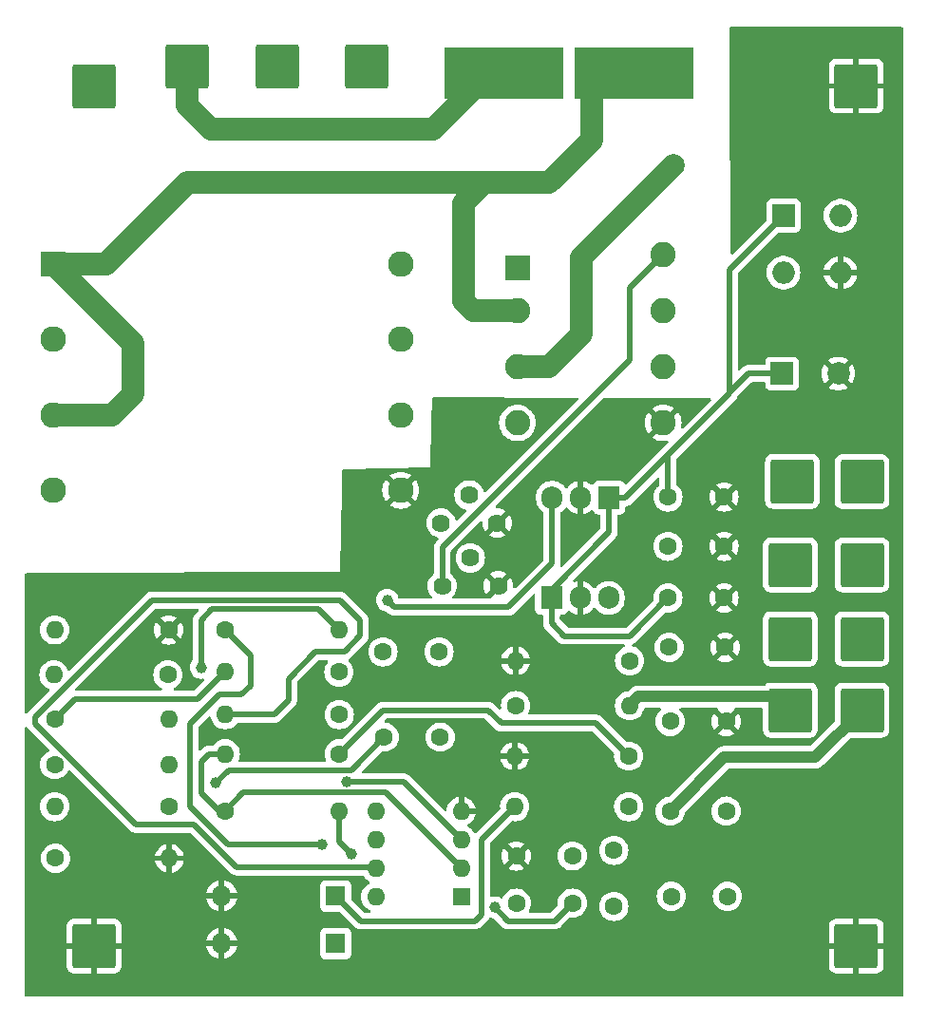
<source format=gbr>
%TF.GenerationSoftware,KiCad,Pcbnew,8.0.6*%
%TF.CreationDate,2025-03-04T10:23:17-08:00*%
%TF.ProjectId,Final_Board-Analog-v2,46696e61-6c5f-4426-9f61-72642d416e61,rev?*%
%TF.SameCoordinates,Original*%
%TF.FileFunction,Copper,L1,Top*%
%TF.FilePolarity,Positive*%
%FSLAX46Y46*%
G04 Gerber Fmt 4.6, Leading zero omitted, Abs format (unit mm)*
G04 Created by KiCad (PCBNEW 8.0.6) date 2025-03-04 10:23:17*
%MOMM*%
%LPD*%
G01*
G04 APERTURE LIST*
G04 Aperture macros list*
%AMRoundRect*
0 Rectangle with rounded corners*
0 $1 Rounding radius*
0 $2 $3 $4 $5 $6 $7 $8 $9 X,Y pos of 4 corners*
0 Add a 4 corners polygon primitive as box body*
4,1,4,$2,$3,$4,$5,$6,$7,$8,$9,$2,$3,0*
0 Add four circle primitives for the rounded corners*
1,1,$1+$1,$2,$3*
1,1,$1+$1,$4,$5*
1,1,$1+$1,$6,$7*
1,1,$1+$1,$8,$9*
0 Add four rect primitives between the rounded corners*
20,1,$1+$1,$2,$3,$4,$5,0*
20,1,$1+$1,$4,$5,$6,$7,0*
20,1,$1+$1,$6,$7,$8,$9,0*
20,1,$1+$1,$8,$9,$2,$3,0*%
%AMFreePoly0*
4,1,5,2.250000,-4.000000,-2.250000,-4.000000,-2.250000,4.000000,2.250000,4.000000,2.250000,-4.000000,2.250000,-4.000000,$1*%
%AMFreePoly1*
4,1,5,1.500000,-2.250000,-1.500000,-2.250000,-1.500000,2.250000,1.500000,2.250000,1.500000,-2.250000,1.500000,-2.250000,$1*%
%AMFreePoly2*
4,1,5,4.000000,-2.250000,-4.000000,-2.250000,-4.000000,2.250000,4.000000,2.250000,4.000000,-2.250000,4.000000,-2.250000,$1*%
G04 Aperture macros list end*
%TA.AperFunction,ComponentPad*%
%ADD10C,1.600000*%
%TD*%
%TA.AperFunction,ComponentPad*%
%ADD11O,1.600000X1.600000*%
%TD*%
%TA.AperFunction,ComponentPad*%
%ADD12RoundRect,0.250002X-1.699998X-1.699998X1.699998X-1.699998X1.699998X1.699998X-1.699998X1.699998X0*%
%TD*%
%TA.AperFunction,ComponentPad*%
%ADD13C,1.620000*%
%TD*%
%TA.AperFunction,ComponentPad*%
%ADD14R,1.600000X1.600000*%
%TD*%
%TA.AperFunction,ComponentPad*%
%ADD15R,2.286000X2.286000*%
%TD*%
%TA.AperFunction,ComponentPad*%
%ADD16C,2.286000*%
%TD*%
%TA.AperFunction,ComponentPad*%
%ADD17R,2.250000X2.250000*%
%TD*%
%TA.AperFunction,ComponentPad*%
%ADD18C,2.250000*%
%TD*%
%TA.AperFunction,ComponentPad*%
%ADD19FreePoly0,90.000000*%
%TD*%
%TA.AperFunction,ComponentPad*%
%ADD20FreePoly1,0.000000*%
%TD*%
%TA.AperFunction,ComponentPad*%
%ADD21FreePoly2,0.000000*%
%TD*%
%TA.AperFunction,ComponentPad*%
%ADD22R,1.800000X1.800000*%
%TD*%
%TA.AperFunction,ComponentPad*%
%ADD23O,1.800000X1.800000*%
%TD*%
%TA.AperFunction,ComponentPad*%
%ADD24R,2.000000X2.000000*%
%TD*%
%TA.AperFunction,ComponentPad*%
%ADD25O,2.000000X2.000000*%
%TD*%
%TA.AperFunction,ComponentPad*%
%ADD26R,1.905000X2.000000*%
%TD*%
%TA.AperFunction,ComponentPad*%
%ADD27O,1.905000X2.000000*%
%TD*%
%TA.AperFunction,ComponentPad*%
%ADD28C,2.000000*%
%TD*%
%TA.AperFunction,ViaPad*%
%ADD29C,1.000000*%
%TD*%
%TA.AperFunction,ViaPad*%
%ADD30C,2.000000*%
%TD*%
%TA.AperFunction,Conductor*%
%ADD31C,2.000000*%
%TD*%
%TA.AperFunction,Conductor*%
%ADD32C,0.500000*%
%TD*%
%TA.AperFunction,Conductor*%
%ADD33C,1.000000*%
%TD*%
G04 APERTURE END LIST*
D10*
%TO.P,R10,1*%
%TO.N,Net-(U4B-+)*%
X128520000Y-111800000D03*
D11*
%TO.P,R10,2*%
%TO.N,Net-(C13-Pad2)*%
X118360000Y-111800000D03*
%TD*%
D12*
%TO.P,J4,1,Pin_1*%
%TO.N,GND*%
X174603000Y-132431000D03*
%TD*%
D13*
%TO.P,RV1,1,1*%
%TO.N,Net-(RV1-Pad1)*%
X137600000Y-94725000D03*
%TO.P,RV1,2,2*%
%TO.N,Net-(C8-Pad1)*%
X140100000Y-92225000D03*
%TO.P,RV1,3,3*%
%TO.N,GND*%
X142600000Y-94725000D03*
%TD*%
D12*
%TO.P,J14,1,Pin_1*%
%TO.N,5v*%
X175120000Y-91050000D03*
%TD*%
D10*
%TO.P,R2,1*%
%TO.N,Net-(R1-Pad2)*%
X103160000Y-112200000D03*
D11*
%TO.P,R2,2*%
%TO.N,Net-(C8-Pad2)*%
X113320000Y-112200000D03*
%TD*%
D12*
%TO.P,J7,1,Pin_1*%
%TO.N,Net-(J7-Pin_1)*%
X115000000Y-54000000D03*
%TD*%
%TO.P,J6,1,Pin_1*%
%TO.N,5v*%
X168720000Y-98450000D03*
%TD*%
D10*
%TO.P,C4,1*%
%TO.N,Net-(D1-+)*%
X157820000Y-101400000D03*
%TO.P,C4,2*%
%TO.N,GND*%
X162820000Y-101400000D03*
%TD*%
%TO.P,R7,1*%
%TO.N,Net-(R1-Pad2)*%
X128520000Y-115300000D03*
D11*
%TO.P,R7,2*%
%TO.N,Net-(U4A--)*%
X118360000Y-115300000D03*
%TD*%
D10*
%TO.P,C12,1*%
%TO.N,Net-(U4A-+)*%
X144300000Y-128600000D03*
%TO.P,C12,2*%
%TO.N,Net-(C12-Pad2)*%
X149300000Y-128600000D03*
%TD*%
D14*
%TO.P,U4,1*%
%TO.N,Net-(C12-Pad2)*%
X139400000Y-128020000D03*
D11*
%TO.P,U4,2,-*%
%TO.N,Net-(U4A--)*%
X139400000Y-125480000D03*
%TO.P,U4,3,+*%
%TO.N,Net-(U4A-+)*%
X139400000Y-122940000D03*
%TO.P,U4,4,V-*%
%TO.N,GND*%
X139400000Y-120400000D03*
%TO.P,U4,5,+*%
%TO.N,Net-(U4B-+)*%
X131780000Y-120400000D03*
%TO.P,U4,6,-*%
%TO.N,Net-(U4B--)*%
X131780000Y-122940000D03*
%TO.P,U4,7*%
%TO.N,Net-(C13-Pad2)*%
X131780000Y-125480000D03*
%TO.P,U4,8,V+*%
%TO.N,VCC*%
X131780000Y-128020000D03*
%TD*%
D10*
%TO.P,C8,1*%
%TO.N,Net-(C8-Pad1)*%
X137420000Y-106200000D03*
%TO.P,C8,2*%
%TO.N,Net-(C8-Pad2)*%
X132420000Y-106200000D03*
%TD*%
D15*
%TO.P,T1,1*%
%TO.N,Net-(F1-Pad2)*%
X103012000Y-71607000D03*
D16*
%TO.P,T1,2*%
%TO.N,Neutral*%
X103012000Y-78338000D03*
%TO.P,T1,3*%
%TO.N,Net-(F1-Pad2)*%
X103012000Y-85069000D03*
%TO.P,T1,4*%
%TO.N,Neutral*%
X103012000Y-91800000D03*
%TO.P,T1,5*%
%TO.N,Net-(D1-Pad4)*%
X134000000Y-71607000D03*
%TO.P,T1,6*%
%TO.N,Net-(D1-Pad2)*%
X134000000Y-78338000D03*
%TO.P,T1,7*%
%TO.N,Net-(RV1-Pad1)*%
X134000000Y-85069000D03*
%TO.P,T1,8*%
%TO.N,GND*%
X134000000Y-91800000D03*
%TD*%
D13*
%TO.P,RV2,1,1*%
%TO.N,Net-(R15-Pad2)*%
X137700000Y-100325000D03*
%TO.P,RV2,2,2*%
%TO.N,Net-(C9-Pad1)*%
X140200000Y-97825000D03*
%TO.P,RV2,3,3*%
%TO.N,GND*%
X142700000Y-100325000D03*
%TD*%
D17*
%TO.P,T2,1*%
%TO.N,N/C*%
X144400000Y-72000000D03*
D18*
%TO.P,T2,2*%
%TO.N,Net-(F1-Pad2)*%
X144400000Y-75800000D03*
%TO.P,T2,3*%
%TO.N,Net-(J10-Pin_1)*%
X144400000Y-80800000D03*
%TO.P,T2,4*%
%TO.N,N/C*%
X144400000Y-85800000D03*
%TO.P,T2,5*%
%TO.N,GND*%
X157400000Y-85800000D03*
%TO.P,T2,6*%
%TO.N,N/C*%
X157400000Y-80800000D03*
%TO.P,T2,7*%
X157400000Y-75800000D03*
%TO.P,T2,8*%
%TO.N,Net-(R15-Pad2)*%
X157400000Y-70800000D03*
%TD*%
D10*
%TO.P,R6,1*%
%TO.N,Net-(U4B-+)*%
X128490000Y-108000000D03*
D11*
%TO.P,R6,2*%
%TO.N,Net-(R1-Pad2)*%
X118330000Y-108000000D03*
%TD*%
D12*
%TO.P,J1,1,Pin_1*%
%TO.N,GND*%
X106659000Y-55768000D03*
%TD*%
%TO.P,J2,1,Pin_1*%
%TO.N,GND*%
X174603000Y-55768000D03*
%TD*%
D10*
%TO.P,C5,1*%
%TO.N,5v*%
X157920000Y-105800000D03*
%TO.P,C5,2*%
%TO.N,GND*%
X162920000Y-105800000D03*
%TD*%
%TO.P,R11,1*%
%TO.N,5v*%
X154320000Y-120000000D03*
D11*
%TO.P,R11,2*%
%TO.N,Net-(D2-K)*%
X144160000Y-120000000D03*
%TD*%
D19*
%TO.P,F1,1*%
%TO.N,Net-(J7-Pin_1)*%
X141860000Y-54600000D03*
D20*
X146940000Y-54600000D03*
%TO.P,F1,2*%
%TO.N,Net-(F1-Pad2)*%
X151000000Y-54600000D03*
D21*
X156080000Y-54600000D03*
%TD*%
D10*
%TO.P,C14,1*%
%TO.N,Net-(C12-Pad2)*%
X163020000Y-120400000D03*
%TO.P,C14,2*%
%TO.N,Net-(D2-K)*%
X158020000Y-120400000D03*
%TD*%
D22*
%TO.P,D2,1,K*%
%TO.N,Net-(D2-K)*%
X128200000Y-127950000D03*
D23*
%TO.P,D2,2,A*%
%TO.N,GND*%
X118040000Y-127950000D03*
%TD*%
D10*
%TO.P,R13,1*%
%TO.N,5v*%
X144240000Y-111000000D03*
D11*
%TO.P,R13,2*%
%TO.N,Net-(D3-K)*%
X154400000Y-111000000D03*
%TD*%
D12*
%TO.P,J3,1,Pin_1*%
%TO.N,GND*%
X106659000Y-132431000D03*
%TD*%
D10*
%TO.P,C3,1*%
%TO.N,VCC*%
X157820000Y-96800000D03*
%TO.P,C3,2*%
%TO.N,GND*%
X162820000Y-96800000D03*
%TD*%
%TO.P,C13,1*%
%TO.N,Net-(U4B--)*%
X153000000Y-123900000D03*
%TO.P,C13,2*%
%TO.N,Net-(C13-Pad2)*%
X153000000Y-128900000D03*
%TD*%
%TO.P,R12,1*%
%TO.N,Net-(D2-K)*%
X154400000Y-107000000D03*
D11*
%TO.P,R12,2*%
%TO.N,GND*%
X144240000Y-107000000D03*
%TD*%
D10*
%TO.P,C9,1*%
%TO.N,Net-(C9-Pad1)*%
X137520000Y-113800000D03*
%TO.P,C9,2*%
%TO.N,Net-(C9-Pad2)*%
X132520000Y-113800000D03*
%TD*%
D12*
%TO.P,J16,1,Pin_1*%
%TO.N,5v*%
X175120000Y-105050000D03*
%TD*%
D24*
%TO.P,D1,1,+*%
%TO.N,Net-(D1-+)*%
X168120000Y-67320000D03*
D25*
%TO.P,D1,2*%
%TO.N,Net-(D1-Pad2)*%
X168120000Y-72400000D03*
%TO.P,D1,3,-*%
%TO.N,GND*%
X173200000Y-72400000D03*
%TO.P,D1,4*%
%TO.N,Net-(D1-Pad4)*%
X173200000Y-67320000D03*
%TD*%
D12*
%TO.P,J13,1,Pin_1*%
%TO.N,5v*%
X168720000Y-105050000D03*
%TD*%
D22*
%TO.P,D3,1,K*%
%TO.N,Net-(D3-K)*%
X128200000Y-132200000D03*
D23*
%TO.P,D3,2,A*%
%TO.N,GND*%
X118040000Y-132200000D03*
%TD*%
D10*
%TO.P,C10,1*%
%TO.N,GND*%
X144300000Y-124400000D03*
%TO.P,C10,2*%
%TO.N,Net-(U4B--)*%
X149300000Y-124400000D03*
%TD*%
D12*
%TO.P,J12,1,Pin_1*%
%TO.N,5v*%
X168920000Y-91000000D03*
%TD*%
D26*
%TO.P,U2,1,VI*%
%TO.N,Net-(D1-+)*%
X147440000Y-101400000D03*
D27*
%TO.P,U2,2,GND*%
%TO.N,GND*%
X149980000Y-101400000D03*
%TO.P,U2,3,VO*%
%TO.N,5v*%
X152520000Y-101400000D03*
%TD*%
D10*
%TO.P,R14,1*%
%TO.N,Net-(D3-K)*%
X103220000Y-124600000D03*
D11*
%TO.P,R14,2*%
%TO.N,GND*%
X113380000Y-124600000D03*
%TD*%
D12*
%TO.P,J15,1,Pin_1*%
%TO.N,5v*%
X175120000Y-98450000D03*
%TD*%
%TO.P,J11,1,Pin_1*%
%TO.N,Net-(D3-K)*%
X168720000Y-111400000D03*
%TD*%
D10*
%TO.P,C15,1*%
%TO.N,Net-(C13-Pad2)*%
X158120000Y-128000000D03*
%TO.P,C15,2*%
%TO.N,Net-(D3-K)*%
X163120000Y-128000000D03*
%TD*%
%TO.P,R5,1*%
%TO.N,Net-(C9-Pad2)*%
X113320000Y-120000000D03*
D11*
%TO.P,R5,2*%
%TO.N,Net-(U4B--)*%
X103160000Y-120000000D03*
%TD*%
D10*
%TO.P,R4,1*%
%TO.N,Net-(C8-Pad2)*%
X113240000Y-108250000D03*
D11*
%TO.P,R4,2*%
%TO.N,Net-(U4A-+)*%
X103080000Y-108250000D03*
%TD*%
D10*
%TO.P,C2,1*%
%TO.N,Net-(D1-+)*%
X157820000Y-92400000D03*
%TO.P,C2,2*%
%TO.N,GND*%
X162820000Y-92400000D03*
%TD*%
%TO.P,R8,1*%
%TO.N,Net-(R1-Pad2)*%
X154320000Y-115500000D03*
D11*
%TO.P,R8,2*%
%TO.N,GND*%
X144160000Y-115500000D03*
%TD*%
D10*
%TO.P,C11,1*%
%TO.N,Net-(U4A-+)*%
X158020000Y-112400000D03*
%TO.P,C11,2*%
%TO.N,GND*%
X163020000Y-112400000D03*
%TD*%
%TO.P,R9,1*%
%TO.N,Net-(U4A--)*%
X118320000Y-120400000D03*
D11*
%TO.P,R9,2*%
%TO.N,Net-(C12-Pad2)*%
X128480000Y-120400000D03*
%TD*%
D24*
%TO.P,C1,1*%
%TO.N,Net-(D1-+)*%
X168000000Y-81400000D03*
D28*
%TO.P,C1,2*%
%TO.N,GND*%
X173000000Y-81400000D03*
%TD*%
D26*
%TO.P,U1,1,VI*%
%TO.N,Net-(D1-+)*%
X152580000Y-92455000D03*
D27*
%TO.P,U1,2,GND*%
%TO.N,GND*%
X150040000Y-92455000D03*
%TO.P,U1,3,VO*%
%TO.N,VCC*%
X147500000Y-92455000D03*
%TD*%
D12*
%TO.P,J10,1,Pin_1*%
%TO.N,Net-(J10-Pin_1)*%
X131000000Y-54000000D03*
%TD*%
%TO.P,J8,1,Pin_1*%
%TO.N,Neutral*%
X123000000Y-54000000D03*
%TD*%
%TO.P,J5,1,Pin_1*%
%TO.N,Net-(D2-K)*%
X175120000Y-111400000D03*
%TD*%
D10*
%TO.P,R3,1*%
%TO.N,Net-(R1-Pad2)*%
X103160000Y-116250000D03*
D11*
%TO.P,R3,2*%
%TO.N,Net-(C9-Pad2)*%
X113320000Y-116250000D03*
%TD*%
D10*
%TO.P,R15,1*%
%TO.N,GND*%
X113320000Y-104250000D03*
D11*
%TO.P,R15,2*%
%TO.N,Net-(R15-Pad2)*%
X103160000Y-104250000D03*
%TD*%
D10*
%TO.P,R1,1*%
%TO.N,VCC*%
X118330000Y-104250000D03*
D11*
%TO.P,R1,2*%
%TO.N,Net-(R1-Pad2)*%
X128490000Y-104250000D03*
%TD*%
D29*
%TO.N,Net-(C9-Pad2)*%
X117521321Y-117873533D03*
%TO.N,GND*%
X149200000Y-96700000D03*
%TO.N,Net-(U4A-+)*%
X129196000Y-117746000D03*
%TO.N,Net-(C12-Pad2)*%
X142400000Y-129000000D03*
X129600000Y-124230000D03*
%TO.N,VCC*%
X132800000Y-101600000D03*
X127000000Y-123400000D03*
%TO.N,Net-(R1-Pad2)*%
X116200000Y-107600000D03*
D30*
%TO.N,Net-(J10-Pin_1)*%
X158300000Y-62800000D03*
%TD*%
D31*
%TO.N,Net-(F1-Pad2)*%
X141400000Y-64400000D02*
X143100000Y-64400000D01*
X139600000Y-66200000D02*
X141400000Y-64400000D01*
X139600000Y-74982248D02*
X139600000Y-66200000D01*
X140417752Y-75800000D02*
X139600000Y-74982248D01*
X144400000Y-75800000D02*
X140417752Y-75800000D01*
X110100000Y-83200000D02*
X110100000Y-78695000D01*
X110100000Y-78695000D02*
X103012000Y-71607000D01*
X108231000Y-85069000D02*
X110100000Y-83200000D01*
X103012000Y-85069000D02*
X108231000Y-85069000D01*
D32*
%TO.N,Net-(C9-Pad2)*%
X129578000Y-116742000D02*
X132520000Y-113800000D01*
X117521321Y-117873533D02*
X118652854Y-116742000D01*
X118652854Y-116742000D02*
X129578000Y-116742000D01*
%TO.N,Net-(U4A-+)*%
X129250000Y-117800000D02*
X134260000Y-117800000D01*
X134260000Y-117800000D02*
X139400000Y-122940000D01*
X129196000Y-117746000D02*
X129250000Y-117800000D01*
%TO.N,Net-(C12-Pad2)*%
X143600000Y-130200000D02*
X147700000Y-130200000D01*
X128480000Y-123110000D02*
X128480000Y-120400000D01*
X142400000Y-129000000D02*
X143600000Y-130200000D01*
X129600000Y-124230000D02*
X128480000Y-123110000D01*
X147700000Y-130200000D02*
X149300000Y-128600000D01*
%TO.N,Net-(C13-Pad2)*%
X126400000Y-106200000D02*
X128983832Y-106200000D01*
X119400000Y-125400000D02*
X131700000Y-125400000D01*
X130400000Y-103400000D02*
X128600000Y-101600000D01*
X115571683Y-121571683D02*
X119400000Y-125400000D01*
X110371683Y-121571683D02*
X115571683Y-121571683D01*
X130400000Y-104783832D02*
X130400000Y-103400000D01*
X128600000Y-101600000D02*
X111800000Y-101600000D01*
X118360000Y-111800000D02*
X122707767Y-111800000D01*
X128983832Y-106200000D02*
X130400000Y-104783832D01*
X101400000Y-112600000D02*
X110371683Y-121571683D01*
X111800000Y-101600000D02*
X101400000Y-112000000D01*
X122707767Y-111800000D02*
X124000000Y-110507767D01*
X131700000Y-125400000D02*
X131780000Y-125480000D01*
X101400000Y-112000000D02*
X101400000Y-112600000D01*
X124000000Y-108600000D02*
X126400000Y-106200000D01*
X124000000Y-110507767D02*
X124000000Y-108600000D01*
%TO.N,Net-(D2-K)*%
X141200000Y-122960000D02*
X141200000Y-129600000D01*
X128200000Y-127950000D02*
X130450000Y-130200000D01*
X141200000Y-129600000D02*
X140600000Y-130200000D01*
D33*
X175120000Y-111400000D02*
X170920000Y-115600000D01*
X170920000Y-115600000D02*
X162820000Y-115600000D01*
D32*
X140600000Y-130200000D02*
X130450000Y-130200000D01*
D33*
X162820000Y-115600000D02*
X158020000Y-120400000D01*
D32*
X144160000Y-120000000D02*
X141200000Y-122960000D01*
D33*
%TO.N,Net-(D3-K)*%
X167520000Y-110200000D02*
X168720000Y-111400000D01*
X155200000Y-110200000D02*
X167520000Y-110200000D01*
X154400000Y-111000000D02*
X155200000Y-110200000D01*
D32*
%TO.N,VCC*%
X132800000Y-101600000D02*
X133427941Y-102227941D01*
X127000000Y-123400000D02*
X118600000Y-123400000D01*
X147500000Y-98300000D02*
X147500000Y-92455000D01*
X118600000Y-123400000D02*
X115200000Y-120000000D01*
X120600000Y-109200000D02*
X120600000Y-106520000D01*
X115200000Y-112600000D02*
X117800000Y-110000000D01*
X119800000Y-110000000D02*
X120600000Y-109200000D01*
X117800000Y-110000000D02*
X119800000Y-110000000D01*
X120600000Y-106520000D02*
X118330000Y-104250000D01*
X133427941Y-102227941D02*
X143572059Y-102227941D01*
X143572059Y-102227941D02*
X147500000Y-98300000D01*
X115200000Y-120000000D02*
X115200000Y-112600000D01*
%TO.N,Net-(R1-Pad2)*%
X131270000Y-112550000D02*
X131270000Y-112530000D01*
X132400000Y-111400000D02*
X141800000Y-111400000D01*
X115930000Y-110400000D02*
X118330000Y-108000000D01*
X142950000Y-112550000D02*
X151370000Y-112550000D01*
X126640000Y-102400000D02*
X128490000Y-104250000D01*
X116200000Y-103400000D02*
X117200000Y-102400000D01*
X131270000Y-112530000D02*
X132400000Y-111400000D01*
X104960000Y-110400000D02*
X115930000Y-110400000D01*
X141800000Y-111400000D02*
X142950000Y-112550000D01*
X103160000Y-112200000D02*
X104960000Y-110400000D01*
X128520000Y-115300000D02*
X131270000Y-112550000D01*
X116200000Y-107600000D02*
X116200000Y-103400000D01*
X151370000Y-112550000D02*
X154320000Y-115500000D01*
X117200000Y-102400000D02*
X126640000Y-102400000D01*
%TO.N,Net-(U4A--)*%
X117800000Y-120400000D02*
X118320000Y-120400000D01*
X119970000Y-118750000D02*
X132670000Y-118750000D01*
X118360000Y-115300000D02*
X116900000Y-115300000D01*
X116200000Y-116000000D02*
X116200000Y-118800000D01*
X116900000Y-115300000D02*
X116200000Y-116000000D01*
X116200000Y-118800000D02*
X117800000Y-120400000D01*
X118320000Y-120400000D02*
X119970000Y-118750000D01*
X132670000Y-118750000D02*
X139400000Y-125480000D01*
D31*
%TO.N,Net-(F1-Pad2)*%
X115000000Y-64400000D02*
X107793000Y-71607000D01*
X147200000Y-64400000D02*
X151000000Y-60600000D01*
X143100000Y-64400000D02*
X115000000Y-64400000D01*
X107793000Y-71607000D02*
X103012000Y-71607000D01*
X147200000Y-64400000D02*
X143100000Y-64400000D01*
X151000000Y-60600000D02*
X151000000Y-54600000D01*
D32*
%TO.N,Net-(R15-Pad2)*%
X137700000Y-100325000D02*
X137700000Y-96900000D01*
X154400000Y-73800000D02*
X157400000Y-70800000D01*
X154400000Y-80200000D02*
X154400000Y-73800000D01*
X137700000Y-96900000D02*
X154400000Y-80200000D01*
D31*
%TO.N,Net-(J7-Pin_1)*%
X115000000Y-54000000D02*
X115000000Y-57500000D01*
X115000000Y-57500000D02*
X117100000Y-59600000D01*
X117100000Y-59600000D02*
X136860000Y-59600000D01*
X136860000Y-59600000D02*
X141860000Y-54600000D01*
%TO.N,Net-(J10-Pin_1)*%
X158300000Y-62800000D02*
X150085415Y-71014585D01*
X150085415Y-77914585D02*
X147200000Y-80800000D01*
X147200000Y-80800000D02*
X144400000Y-80800000D01*
X150085415Y-71014585D02*
X150085415Y-77914585D01*
D32*
%TO.N,Net-(D1-+)*%
X152580000Y-95520000D02*
X152580000Y-92455000D01*
X163300000Y-72140000D02*
X168120000Y-67320000D01*
X163300000Y-83100000D02*
X165000000Y-81400000D01*
X147440000Y-101400000D02*
X147440000Y-100660000D01*
X147440000Y-103640000D02*
X147440000Y-101400000D01*
X163300000Y-83100000D02*
X163300000Y-72140000D01*
X154032500Y-92455000D02*
X158493750Y-87993750D01*
X157820000Y-101400000D02*
X154420000Y-104800000D01*
X157820000Y-92400000D02*
X157820000Y-88667500D01*
X163300000Y-83187500D02*
X163300000Y-83100000D01*
X148600000Y-104800000D02*
X147440000Y-103640000D01*
X152580000Y-92455000D02*
X154032500Y-92455000D01*
X165000000Y-81400000D02*
X168000000Y-81400000D01*
X154420000Y-104800000D02*
X148600000Y-104800000D01*
X147440000Y-100660000D02*
X152580000Y-95520000D01*
X157820000Y-88667500D02*
X158493750Y-87993750D01*
X158493750Y-87993750D02*
X163300000Y-83187500D01*
X157820000Y-92400000D02*
X157420000Y-92000000D01*
%TD*%
%TA.AperFunction,Conductor*%
%TO.N,GND*%
G36*
X178722539Y-50520185D02*
G01*
X178768294Y-50572989D01*
X178779500Y-50624500D01*
X178779500Y-136827700D01*
X178759815Y-136894739D01*
X178707011Y-136940494D01*
X178655500Y-136951700D01*
X100624500Y-136951700D01*
X100557461Y-136932015D01*
X100511706Y-136879211D01*
X100500500Y-136827700D01*
X100500500Y-130681015D01*
X104209000Y-130681015D01*
X104209000Y-132181000D01*
X105433015Y-132181000D01*
X105409000Y-132332623D01*
X105409000Y-132529377D01*
X105433015Y-132681000D01*
X104209001Y-132681000D01*
X104209001Y-134180984D01*
X104219494Y-134283695D01*
X104274641Y-134450117D01*
X104274643Y-134450122D01*
X104366684Y-134599344D01*
X104490655Y-134723315D01*
X104639877Y-134815356D01*
X104639882Y-134815358D01*
X104806304Y-134870505D01*
X104806311Y-134870506D01*
X104909021Y-134880999D01*
X106408999Y-134880999D01*
X106409000Y-134880998D01*
X106409000Y-133656985D01*
X106560623Y-133681000D01*
X106757377Y-133681000D01*
X106909000Y-133656985D01*
X106909000Y-134880999D01*
X108408970Y-134880999D01*
X108408984Y-134880998D01*
X108511695Y-134870505D01*
X108678117Y-134815358D01*
X108678122Y-134815356D01*
X108827344Y-134723315D01*
X108951315Y-134599344D01*
X109043356Y-134450122D01*
X109043358Y-134450117D01*
X109098505Y-134283695D01*
X109098506Y-134283688D01*
X109108999Y-134180984D01*
X109109000Y-134180971D01*
X109109000Y-132681000D01*
X107884985Y-132681000D01*
X107909000Y-132529377D01*
X107909000Y-132332623D01*
X107884985Y-132181000D01*
X109108999Y-132181000D01*
X109108999Y-131950000D01*
X116659117Y-131950000D01*
X117664722Y-131950000D01*
X117620667Y-132026306D01*
X117590000Y-132140756D01*
X117590000Y-132259244D01*
X117620667Y-132373694D01*
X117664722Y-132450000D01*
X116659117Y-132450000D01*
X116711317Y-132656135D01*
X116804516Y-132868609D01*
X116931414Y-133062842D01*
X117088558Y-133233545D01*
X117088562Y-133233548D01*
X117271644Y-133376047D01*
X117271648Y-133376050D01*
X117475697Y-133486476D01*
X117475706Y-133486479D01*
X117695139Y-133561811D01*
X117789999Y-133577640D01*
X117790000Y-133577639D01*
X117790000Y-132575277D01*
X117866306Y-132619333D01*
X117980756Y-132650000D01*
X118099244Y-132650000D01*
X118213694Y-132619333D01*
X118290000Y-132575277D01*
X118290000Y-133577640D01*
X118384860Y-133561811D01*
X118604293Y-133486479D01*
X118604302Y-133486476D01*
X118808351Y-133376050D01*
X118808355Y-133376047D01*
X118991437Y-133233548D01*
X118991441Y-133233545D01*
X119148585Y-133062842D01*
X119275483Y-132868609D01*
X119368682Y-132656135D01*
X119420883Y-132450000D01*
X118415278Y-132450000D01*
X118459333Y-132373694D01*
X118490000Y-132259244D01*
X118490000Y-132140756D01*
X118459333Y-132026306D01*
X118415278Y-131950000D01*
X119420883Y-131950000D01*
X119368682Y-131743864D01*
X119275483Y-131531390D01*
X119148585Y-131337157D01*
X119070316Y-131252135D01*
X126799500Y-131252135D01*
X126799500Y-133147870D01*
X126799501Y-133147876D01*
X126805908Y-133207483D01*
X126856202Y-133342328D01*
X126856206Y-133342335D01*
X126942452Y-133457544D01*
X126942455Y-133457547D01*
X127057664Y-133543793D01*
X127057671Y-133543797D01*
X127192517Y-133594091D01*
X127192516Y-133594091D01*
X127199444Y-133594835D01*
X127252127Y-133600500D01*
X129147872Y-133600499D01*
X129207483Y-133594091D01*
X129342331Y-133543796D01*
X129457546Y-133457546D01*
X129543796Y-133342331D01*
X129594091Y-133207483D01*
X129600500Y-133147873D01*
X129600499Y-131252128D01*
X129594091Y-131192517D01*
X129589795Y-131181000D01*
X129543797Y-131057671D01*
X129543793Y-131057664D01*
X129457546Y-130942454D01*
X129457544Y-130942452D01*
X129342335Y-130856206D01*
X129342328Y-130856202D01*
X129207482Y-130805908D01*
X129207483Y-130805908D01*
X129147883Y-130799501D01*
X129147881Y-130799500D01*
X129147873Y-130799500D01*
X129147864Y-130799500D01*
X127252129Y-130799500D01*
X127252123Y-130799501D01*
X127192516Y-130805908D01*
X127057671Y-130856202D01*
X127057664Y-130856206D01*
X126942455Y-130942452D01*
X126942454Y-130942454D01*
X126856206Y-131057664D01*
X126856202Y-131057671D01*
X126805908Y-131192517D01*
X126799501Y-131252116D01*
X126799501Y-131252123D01*
X126799500Y-131252135D01*
X119070316Y-131252135D01*
X118991441Y-131166454D01*
X118991437Y-131166451D01*
X118808355Y-131023952D01*
X118808351Y-131023949D01*
X118604302Y-130913523D01*
X118604293Y-130913520D01*
X118384861Y-130838188D01*
X118290000Y-130822359D01*
X118290000Y-131824722D01*
X118213694Y-131780667D01*
X118099244Y-131750000D01*
X117980756Y-131750000D01*
X117866306Y-131780667D01*
X117790000Y-131824722D01*
X117790000Y-130822359D01*
X117789999Y-130822359D01*
X117695138Y-130838188D01*
X117475706Y-130913520D01*
X117475697Y-130913523D01*
X117271648Y-131023949D01*
X117271644Y-131023952D01*
X117088562Y-131166451D01*
X117088558Y-131166454D01*
X116931414Y-131337157D01*
X116804516Y-131531390D01*
X116711317Y-131743864D01*
X116659117Y-131950000D01*
X109108999Y-131950000D01*
X109108999Y-130681030D01*
X109108998Y-130681015D01*
X109098505Y-130578304D01*
X109043358Y-130411882D01*
X109043356Y-130411877D01*
X108951315Y-130262655D01*
X108827344Y-130138684D01*
X108678122Y-130046643D01*
X108678117Y-130046641D01*
X108511695Y-129991494D01*
X108511688Y-129991493D01*
X108408984Y-129981000D01*
X106909000Y-129981000D01*
X106909000Y-131205014D01*
X106757377Y-131181000D01*
X106560623Y-131181000D01*
X106409000Y-131205014D01*
X106409000Y-129981000D01*
X104909030Y-129981000D01*
X104909014Y-129981001D01*
X104806304Y-129991494D01*
X104639882Y-130046641D01*
X104639877Y-130046643D01*
X104490655Y-130138684D01*
X104366684Y-130262655D01*
X104274643Y-130411877D01*
X104274641Y-130411882D01*
X104219494Y-130578304D01*
X104219493Y-130578311D01*
X104209000Y-130681015D01*
X100500500Y-130681015D01*
X100500500Y-127700000D01*
X116659117Y-127700000D01*
X117664722Y-127700000D01*
X117620667Y-127776306D01*
X117590000Y-127890756D01*
X117590000Y-128009244D01*
X117620667Y-128123694D01*
X117664722Y-128200000D01*
X116659117Y-128200000D01*
X116711317Y-128406135D01*
X116804516Y-128618609D01*
X116931414Y-128812842D01*
X117088558Y-128983545D01*
X117088562Y-128983548D01*
X117271644Y-129126047D01*
X117271648Y-129126050D01*
X117475697Y-129236476D01*
X117475706Y-129236479D01*
X117695139Y-129311811D01*
X117789999Y-129327640D01*
X117790000Y-129327639D01*
X117790000Y-128325277D01*
X117866306Y-128369333D01*
X117980756Y-128400000D01*
X118099244Y-128400000D01*
X118213694Y-128369333D01*
X118290000Y-128325277D01*
X118290000Y-129327640D01*
X118384860Y-129311811D01*
X118604293Y-129236479D01*
X118604302Y-129236476D01*
X118808351Y-129126050D01*
X118808355Y-129126047D01*
X118991437Y-128983548D01*
X118991441Y-128983545D01*
X119148585Y-128812842D01*
X119275483Y-128618609D01*
X119368682Y-128406135D01*
X119420883Y-128200000D01*
X118415278Y-128200000D01*
X118459333Y-128123694D01*
X118490000Y-128009244D01*
X118490000Y-127890756D01*
X118459333Y-127776306D01*
X118415278Y-127700000D01*
X119420883Y-127700000D01*
X119368682Y-127493864D01*
X119275483Y-127281390D01*
X119148585Y-127087157D01*
X118991441Y-126916454D01*
X118991437Y-126916451D01*
X118808355Y-126773952D01*
X118808351Y-126773949D01*
X118604302Y-126663523D01*
X118604293Y-126663520D01*
X118384861Y-126588188D01*
X118290000Y-126572359D01*
X118290000Y-127574722D01*
X118213694Y-127530667D01*
X118099244Y-127500000D01*
X117980756Y-127500000D01*
X117866306Y-127530667D01*
X117790000Y-127574722D01*
X117790000Y-126572359D01*
X117789999Y-126572359D01*
X117695138Y-126588188D01*
X117475706Y-126663520D01*
X117475697Y-126663523D01*
X117271648Y-126773949D01*
X117271644Y-126773952D01*
X117088562Y-126916451D01*
X117088558Y-126916454D01*
X116931414Y-127087157D01*
X116804516Y-127281390D01*
X116711317Y-127493864D01*
X116659117Y-127700000D01*
X100500500Y-127700000D01*
X100500500Y-124599998D01*
X101914532Y-124599998D01*
X101914532Y-124600001D01*
X101934364Y-124826686D01*
X101934366Y-124826697D01*
X101993258Y-125046488D01*
X101993261Y-125046497D01*
X102089431Y-125252732D01*
X102089432Y-125252734D01*
X102219954Y-125439141D01*
X102380858Y-125600045D01*
X102380861Y-125600047D01*
X102567266Y-125730568D01*
X102773504Y-125826739D01*
X102993308Y-125885635D01*
X103155230Y-125899801D01*
X103219998Y-125905468D01*
X103220000Y-125905468D01*
X103220002Y-125905468D01*
X103276673Y-125900509D01*
X103446692Y-125885635D01*
X103666496Y-125826739D01*
X103872734Y-125730568D01*
X104059139Y-125600047D01*
X104220047Y-125439139D01*
X104350568Y-125252734D01*
X104446739Y-125046496D01*
X104505635Y-124826692D01*
X104525468Y-124600000D01*
X104505635Y-124373308D01*
X104499389Y-124349999D01*
X112101127Y-124349999D01*
X112101128Y-124350000D01*
X113064314Y-124350000D01*
X113059920Y-124354394D01*
X113007259Y-124445606D01*
X112980000Y-124547339D01*
X112980000Y-124652661D01*
X113007259Y-124754394D01*
X113059920Y-124845606D01*
X113064314Y-124850000D01*
X112101128Y-124850000D01*
X112153730Y-125046317D01*
X112153734Y-125046326D01*
X112249865Y-125252482D01*
X112380342Y-125438820D01*
X112541179Y-125599657D01*
X112727517Y-125730134D01*
X112933673Y-125826265D01*
X112933682Y-125826269D01*
X113129999Y-125878872D01*
X113130000Y-125878871D01*
X113130000Y-124915686D01*
X113134394Y-124920080D01*
X113225606Y-124972741D01*
X113327339Y-125000000D01*
X113432661Y-125000000D01*
X113534394Y-124972741D01*
X113625606Y-124920080D01*
X113630000Y-124915686D01*
X113630000Y-125878872D01*
X113826317Y-125826269D01*
X113826326Y-125826265D01*
X114032482Y-125730134D01*
X114218820Y-125599657D01*
X114379657Y-125438820D01*
X114510134Y-125252482D01*
X114606265Y-125046326D01*
X114606269Y-125046317D01*
X114658872Y-124850000D01*
X113695686Y-124850000D01*
X113700080Y-124845606D01*
X113752741Y-124754394D01*
X113780000Y-124652661D01*
X113780000Y-124547339D01*
X113752741Y-124445606D01*
X113700080Y-124354394D01*
X113695686Y-124350000D01*
X114658872Y-124350000D01*
X114658872Y-124349999D01*
X114606269Y-124153682D01*
X114606265Y-124153673D01*
X114510134Y-123947517D01*
X114379657Y-123761179D01*
X114218820Y-123600342D01*
X114032482Y-123469865D01*
X113826328Y-123373734D01*
X113630000Y-123321127D01*
X113630000Y-124284314D01*
X113625606Y-124279920D01*
X113534394Y-124227259D01*
X113432661Y-124200000D01*
X113327339Y-124200000D01*
X113225606Y-124227259D01*
X113134394Y-124279920D01*
X113130000Y-124284314D01*
X113130000Y-123321127D01*
X112933671Y-123373734D01*
X112727517Y-123469865D01*
X112541179Y-123600342D01*
X112380342Y-123761179D01*
X112249865Y-123947517D01*
X112153734Y-124153673D01*
X112153730Y-124153682D01*
X112101127Y-124349999D01*
X104499389Y-124349999D01*
X104452047Y-124173313D01*
X104446741Y-124153511D01*
X104446738Y-124153502D01*
X104350568Y-123947266D01*
X104220047Y-123760861D01*
X104220045Y-123760858D01*
X104059141Y-123599954D01*
X103872734Y-123469432D01*
X103872732Y-123469431D01*
X103666497Y-123373261D01*
X103666488Y-123373258D01*
X103446697Y-123314366D01*
X103446693Y-123314365D01*
X103446692Y-123314365D01*
X103446691Y-123314364D01*
X103446686Y-123314364D01*
X103220002Y-123294532D01*
X103219998Y-123294532D01*
X102993313Y-123314364D01*
X102993302Y-123314366D01*
X102773511Y-123373258D01*
X102773502Y-123373261D01*
X102567267Y-123469431D01*
X102567265Y-123469432D01*
X102380858Y-123599954D01*
X102219954Y-123760858D01*
X102089432Y-123947265D01*
X102089431Y-123947267D01*
X101993261Y-124153502D01*
X101993258Y-124153511D01*
X101934366Y-124373302D01*
X101934364Y-124373313D01*
X101914532Y-124599998D01*
X100500500Y-124599998D01*
X100500500Y-119999998D01*
X101854532Y-119999998D01*
X101854532Y-120000001D01*
X101874364Y-120226686D01*
X101874366Y-120226697D01*
X101933258Y-120446488D01*
X101933261Y-120446497D01*
X102029431Y-120652732D01*
X102029432Y-120652734D01*
X102159954Y-120839141D01*
X102320858Y-121000045D01*
X102320861Y-121000047D01*
X102507266Y-121130568D01*
X102713504Y-121226739D01*
X102933308Y-121285635D01*
X103095230Y-121299801D01*
X103159998Y-121305468D01*
X103160000Y-121305468D01*
X103160002Y-121305468D01*
X103216673Y-121300509D01*
X103386692Y-121285635D01*
X103606496Y-121226739D01*
X103812734Y-121130568D01*
X103999139Y-121000047D01*
X104160047Y-120839139D01*
X104290568Y-120652734D01*
X104386739Y-120446496D01*
X104445635Y-120226692D01*
X104465468Y-120000000D01*
X104445635Y-119773308D01*
X104388922Y-119561650D01*
X104386741Y-119553511D01*
X104386738Y-119553502D01*
X104363344Y-119503334D01*
X104290568Y-119347266D01*
X104168730Y-119173262D01*
X104160045Y-119160858D01*
X103999141Y-118999954D01*
X103812734Y-118869432D01*
X103812732Y-118869431D01*
X103606497Y-118773261D01*
X103606488Y-118773258D01*
X103386697Y-118714366D01*
X103386693Y-118714365D01*
X103386692Y-118714365D01*
X103386691Y-118714364D01*
X103386686Y-118714364D01*
X103160002Y-118694532D01*
X103159998Y-118694532D01*
X102933313Y-118714364D01*
X102933302Y-118714366D01*
X102713511Y-118773258D01*
X102713502Y-118773261D01*
X102507267Y-118869431D01*
X102507265Y-118869432D01*
X102320858Y-118999954D01*
X102159954Y-119160858D01*
X102029432Y-119347265D01*
X102029431Y-119347267D01*
X101933261Y-119553502D01*
X101933258Y-119553511D01*
X101874366Y-119773302D01*
X101874364Y-119773313D01*
X101854532Y-119999998D01*
X100500500Y-119999998D01*
X100500500Y-113011969D01*
X100520185Y-112944930D01*
X100572989Y-112899175D01*
X100642147Y-112889231D01*
X100705703Y-112918256D01*
X100731438Y-112950487D01*
X100731529Y-112950427D01*
X100732241Y-112951492D01*
X100733863Y-112953524D01*
X100734919Y-112955500D01*
X100747301Y-112974030D01*
X100747303Y-112974035D01*
X100817046Y-113078414D01*
X100817052Y-113078421D01*
X102621283Y-114882651D01*
X102654768Y-114943974D01*
X102649784Y-115013666D01*
X102607912Y-115069599D01*
X102586009Y-115082712D01*
X102563454Y-115093231D01*
X102507264Y-115119433D01*
X102320858Y-115249954D01*
X102159954Y-115410858D01*
X102029432Y-115597265D01*
X102029431Y-115597267D01*
X101933261Y-115803502D01*
X101933258Y-115803511D01*
X101874366Y-116023302D01*
X101874364Y-116023313D01*
X101854532Y-116249998D01*
X101854532Y-116250001D01*
X101874364Y-116476686D01*
X101874366Y-116476697D01*
X101933258Y-116696488D01*
X101933261Y-116696497D01*
X102029431Y-116902732D01*
X102029432Y-116902734D01*
X102159954Y-117089141D01*
X102320858Y-117250045D01*
X102320861Y-117250047D01*
X102507266Y-117380568D01*
X102713504Y-117476739D01*
X102933308Y-117535635D01*
X103095230Y-117549801D01*
X103159998Y-117555468D01*
X103160000Y-117555468D01*
X103160002Y-117555468D01*
X103224008Y-117549868D01*
X103386692Y-117535635D01*
X103606496Y-117476739D01*
X103812734Y-117380568D01*
X103999139Y-117250047D01*
X104160047Y-117089139D01*
X104290568Y-116902734D01*
X104327287Y-116823988D01*
X104373456Y-116771553D01*
X104440650Y-116752401D01*
X104507531Y-116772616D01*
X104527348Y-116788716D01*
X109893269Y-122154637D01*
X109922741Y-122174328D01*
X109966953Y-122203869D01*
X110016188Y-122236767D01*
X110016189Y-122236767D01*
X110016190Y-122236768D01*
X110016192Y-122236769D01*
X110138106Y-122287267D01*
X110152770Y-122293341D01*
X110152774Y-122293341D01*
X110152775Y-122293342D01*
X110297762Y-122322183D01*
X110297765Y-122322183D01*
X110297766Y-122322183D01*
X110445601Y-122322183D01*
X115209453Y-122322183D01*
X115276492Y-122341868D01*
X115297134Y-122358502D01*
X118921586Y-125982954D01*
X118951058Y-126002645D01*
X118995270Y-126032186D01*
X119044505Y-126065084D01*
X119044506Y-126065084D01*
X119044507Y-126065085D01*
X119044509Y-126065086D01*
X119181082Y-126121656D01*
X119181087Y-126121658D01*
X119181091Y-126121658D01*
X119181092Y-126121659D01*
X119326079Y-126150500D01*
X119326082Y-126150500D01*
X119326083Y-126150500D01*
X119473918Y-126150500D01*
X130597321Y-126150500D01*
X130664360Y-126170185D01*
X130698896Y-126203377D01*
X130779954Y-126319141D01*
X130940858Y-126480045D01*
X130987693Y-126512839D01*
X131127266Y-126610568D01*
X131150384Y-126621348D01*
X131185275Y-126637618D01*
X131237714Y-126683791D01*
X131256866Y-126750984D01*
X131236650Y-126817865D01*
X131185275Y-126862381D01*
X131185118Y-126862455D01*
X131127267Y-126889431D01*
X131127265Y-126889432D01*
X130940858Y-127019954D01*
X130779954Y-127180858D01*
X130649432Y-127367265D01*
X130649431Y-127367267D01*
X130553261Y-127573502D01*
X130553258Y-127573511D01*
X130494366Y-127793302D01*
X130494364Y-127793313D01*
X130474532Y-128019998D01*
X130474532Y-128020001D01*
X130494364Y-128246686D01*
X130494366Y-128246697D01*
X130553258Y-128466488D01*
X130553261Y-128466497D01*
X130649431Y-128672732D01*
X130649432Y-128672734D01*
X130779954Y-128859141D01*
X130940858Y-129020045D01*
X130940861Y-129020047D01*
X131127266Y-129150568D01*
X131249451Y-129207544D01*
X131261404Y-129213118D01*
X131313843Y-129259291D01*
X131332995Y-129326484D01*
X131312779Y-129393365D01*
X131259614Y-129438700D01*
X131208999Y-129449500D01*
X130812229Y-129449500D01*
X130745190Y-129429815D01*
X130724548Y-129413181D01*
X129636818Y-128325451D01*
X129603333Y-128264128D01*
X129600499Y-128237770D01*
X129600499Y-127002129D01*
X129600498Y-127002123D01*
X129600497Y-127002116D01*
X129594091Y-126942517D01*
X129574291Y-126889431D01*
X129543797Y-126807671D01*
X129543793Y-126807664D01*
X129457547Y-126692455D01*
X129457544Y-126692452D01*
X129342335Y-126606206D01*
X129342328Y-126606202D01*
X129207482Y-126555908D01*
X129207483Y-126555908D01*
X129147883Y-126549501D01*
X129147881Y-126549500D01*
X129147873Y-126549500D01*
X129147864Y-126549500D01*
X127252129Y-126549500D01*
X127252123Y-126549501D01*
X127192516Y-126555908D01*
X127057671Y-126606202D01*
X127057664Y-126606206D01*
X126942455Y-126692452D01*
X126942452Y-126692455D01*
X126856206Y-126807664D01*
X126856202Y-126807671D01*
X126805908Y-126942517D01*
X126799501Y-127002116D01*
X126799501Y-127002123D01*
X126799500Y-127002135D01*
X126799500Y-128897870D01*
X126799501Y-128897876D01*
X126805908Y-128957483D01*
X126856202Y-129092328D01*
X126856206Y-129092335D01*
X126942452Y-129207544D01*
X126942455Y-129207547D01*
X127057664Y-129293793D01*
X127057671Y-129293797D01*
X127192517Y-129344091D01*
X127192516Y-129344091D01*
X127199444Y-129344835D01*
X127252127Y-129350500D01*
X128487769Y-129350499D01*
X128554808Y-129370184D01*
X128575450Y-129386818D01*
X129235274Y-130046641D01*
X129867049Y-130678416D01*
X129971584Y-130782951D01*
X129971587Y-130782953D01*
X129971588Y-130782954D01*
X130094503Y-130865083D01*
X130094506Y-130865085D01*
X130151079Y-130888518D01*
X130151080Y-130888518D01*
X130231088Y-130921659D01*
X130335633Y-130942454D01*
X130362599Y-130947818D01*
X130376081Y-130950500D01*
X130376082Y-130950500D01*
X140673920Y-130950500D01*
X140771462Y-130931096D01*
X140818913Y-130921658D01*
X140955495Y-130865084D01*
X141004729Y-130832186D01*
X141078416Y-130782952D01*
X141782951Y-130078416D01*
X141847983Y-129981088D01*
X141855302Y-129970133D01*
X141908913Y-129925327D01*
X141978238Y-129916617D01*
X142009371Y-129927132D01*
X142009641Y-129926482D01*
X142015260Y-129928809D01*
X142015268Y-129928811D01*
X142015273Y-129928814D01*
X142203868Y-129986024D01*
X142293697Y-129994871D01*
X142358485Y-130021031D01*
X142369225Y-130030593D01*
X143121580Y-130782948D01*
X143121584Y-130782951D01*
X143244498Y-130865080D01*
X143244511Y-130865087D01*
X143361440Y-130913520D01*
X143381087Y-130921658D01*
X143381091Y-130921658D01*
X143381092Y-130921659D01*
X143526079Y-130950500D01*
X143526082Y-130950500D01*
X147773920Y-130950500D01*
X147871462Y-130931096D01*
X147918913Y-130921658D01*
X148055495Y-130865084D01*
X148104729Y-130832186D01*
X148178416Y-130782952D01*
X148280353Y-130681015D01*
X172153000Y-130681015D01*
X172153000Y-132181000D01*
X173377015Y-132181000D01*
X173353000Y-132332623D01*
X173353000Y-132529377D01*
X173377015Y-132681000D01*
X172153001Y-132681000D01*
X172153001Y-134180984D01*
X172163494Y-134283695D01*
X172218641Y-134450117D01*
X172218643Y-134450122D01*
X172310684Y-134599344D01*
X172434655Y-134723315D01*
X172583877Y-134815356D01*
X172583882Y-134815358D01*
X172750304Y-134870505D01*
X172750311Y-134870506D01*
X172853021Y-134880999D01*
X174352999Y-134880999D01*
X174353000Y-134880998D01*
X174353000Y-133656985D01*
X174504623Y-133681000D01*
X174701377Y-133681000D01*
X174853000Y-133656985D01*
X174853000Y-134880999D01*
X176352970Y-134880999D01*
X176352984Y-134880998D01*
X176455695Y-134870505D01*
X176622117Y-134815358D01*
X176622122Y-134815356D01*
X176771344Y-134723315D01*
X176895315Y-134599344D01*
X176987356Y-134450122D01*
X176987358Y-134450117D01*
X177042505Y-134283695D01*
X177042506Y-134283688D01*
X177052999Y-134180984D01*
X177053000Y-134180971D01*
X177053000Y-132681000D01*
X175828985Y-132681000D01*
X175853000Y-132529377D01*
X175853000Y-132332623D01*
X175828985Y-132181000D01*
X177052999Y-132181000D01*
X177052999Y-130681030D01*
X177052998Y-130681015D01*
X177042505Y-130578304D01*
X176987358Y-130411882D01*
X176987356Y-130411877D01*
X176895315Y-130262655D01*
X176771344Y-130138684D01*
X176622122Y-130046643D01*
X176622117Y-130046641D01*
X176455695Y-129991494D01*
X176455688Y-129991493D01*
X176352984Y-129981000D01*
X174853000Y-129981000D01*
X174853000Y-131205014D01*
X174701377Y-131181000D01*
X174504623Y-131181000D01*
X174353000Y-131205014D01*
X174353000Y-129981000D01*
X172853030Y-129981000D01*
X172853014Y-129981001D01*
X172750304Y-129991494D01*
X172583882Y-130046641D01*
X172583877Y-130046643D01*
X172434655Y-130138684D01*
X172310684Y-130262655D01*
X172218643Y-130411877D01*
X172218641Y-130411882D01*
X172163494Y-130578304D01*
X172163493Y-130578311D01*
X172153000Y-130681015D01*
X148280353Y-130681015D01*
X149034652Y-129926714D01*
X149095973Y-129893231D01*
X149133135Y-129890869D01*
X149276366Y-129903400D01*
X149299999Y-129905468D01*
X149300000Y-129905468D01*
X149300002Y-129905468D01*
X149361985Y-129900045D01*
X149526692Y-129885635D01*
X149746496Y-129826739D01*
X149952734Y-129730568D01*
X150139139Y-129600047D01*
X150300047Y-129439139D01*
X150430568Y-129252734D01*
X150526739Y-129046496D01*
X150565993Y-128899998D01*
X151694532Y-128899998D01*
X151694532Y-128900001D01*
X151714364Y-129126686D01*
X151714366Y-129126697D01*
X151773258Y-129346488D01*
X151773261Y-129346497D01*
X151869431Y-129552732D01*
X151869432Y-129552734D01*
X151999954Y-129739141D01*
X152160858Y-129900045D01*
X152160861Y-129900047D01*
X152347266Y-130030568D01*
X152553504Y-130126739D01*
X152773308Y-130185635D01*
X152935230Y-130199801D01*
X152999998Y-130205468D01*
X153000000Y-130205468D01*
X153000002Y-130205468D01*
X153056673Y-130200509D01*
X153226692Y-130185635D01*
X153446496Y-130126739D01*
X153652734Y-130030568D01*
X153839139Y-129900047D01*
X154000047Y-129739139D01*
X154130568Y-129552734D01*
X154226739Y-129346496D01*
X154285635Y-129126692D01*
X154305468Y-128900000D01*
X154285635Y-128673308D01*
X154240916Y-128506415D01*
X154226741Y-128453511D01*
X154226738Y-128453502D01*
X154130568Y-128247266D01*
X154000047Y-128060861D01*
X154000045Y-128060858D01*
X153939185Y-127999998D01*
X156814532Y-127999998D01*
X156814532Y-128000001D01*
X156834364Y-128226686D01*
X156834366Y-128226697D01*
X156893258Y-128446488D01*
X156893261Y-128446497D01*
X156989431Y-128652732D01*
X156989432Y-128652734D01*
X157119954Y-128839141D01*
X157280858Y-129000045D01*
X157280861Y-129000047D01*
X157467266Y-129130568D01*
X157673504Y-129226739D01*
X157893308Y-129285635D01*
X158055230Y-129299801D01*
X158119998Y-129305468D01*
X158120000Y-129305468D01*
X158120002Y-129305468D01*
X158176673Y-129300509D01*
X158346692Y-129285635D01*
X158566496Y-129226739D01*
X158772734Y-129130568D01*
X158959139Y-129000047D01*
X159120047Y-128839139D01*
X159250568Y-128652734D01*
X159346739Y-128446496D01*
X159405635Y-128226692D01*
X159425468Y-128000000D01*
X159425468Y-127999998D01*
X161814532Y-127999998D01*
X161814532Y-128000001D01*
X161834364Y-128226686D01*
X161834366Y-128226697D01*
X161893258Y-128446488D01*
X161893261Y-128446497D01*
X161989431Y-128652732D01*
X161989432Y-128652734D01*
X162119954Y-128839141D01*
X162280858Y-129000045D01*
X162280861Y-129000047D01*
X162467266Y-129130568D01*
X162673504Y-129226739D01*
X162893308Y-129285635D01*
X163055230Y-129299801D01*
X163119998Y-129305468D01*
X163120000Y-129305468D01*
X163120002Y-129305468D01*
X163176673Y-129300509D01*
X163346692Y-129285635D01*
X163566496Y-129226739D01*
X163772734Y-129130568D01*
X163959139Y-129000047D01*
X164120047Y-128839139D01*
X164250568Y-128652734D01*
X164346739Y-128446496D01*
X164405635Y-128226692D01*
X164425468Y-128000000D01*
X164405635Y-127773308D01*
X164346739Y-127553504D01*
X164250568Y-127347266D01*
X164127941Y-127172135D01*
X164120045Y-127160858D01*
X163959141Y-126999954D01*
X163772734Y-126869432D01*
X163772732Y-126869431D01*
X163566497Y-126773261D01*
X163566488Y-126773258D01*
X163346697Y-126714366D01*
X163346693Y-126714365D01*
X163346692Y-126714365D01*
X163346691Y-126714364D01*
X163346686Y-126714364D01*
X163120002Y-126694532D01*
X163119998Y-126694532D01*
X162893313Y-126714364D01*
X162893302Y-126714366D01*
X162673511Y-126773258D01*
X162673502Y-126773261D01*
X162467267Y-126869431D01*
X162467265Y-126869432D01*
X162280858Y-126999954D01*
X162119954Y-127160858D01*
X161989432Y-127347265D01*
X161989431Y-127347267D01*
X161893261Y-127553502D01*
X161893258Y-127553511D01*
X161834366Y-127773302D01*
X161834364Y-127773313D01*
X161814532Y-127999998D01*
X159425468Y-127999998D01*
X159405635Y-127773308D01*
X159346739Y-127553504D01*
X159250568Y-127347266D01*
X159127941Y-127172135D01*
X159120045Y-127160858D01*
X158959141Y-126999954D01*
X158772734Y-126869432D01*
X158772732Y-126869431D01*
X158566497Y-126773261D01*
X158566488Y-126773258D01*
X158346697Y-126714366D01*
X158346693Y-126714365D01*
X158346692Y-126714365D01*
X158346691Y-126714364D01*
X158346686Y-126714364D01*
X158120002Y-126694532D01*
X158119998Y-126694532D01*
X157893313Y-126714364D01*
X157893302Y-126714366D01*
X157673511Y-126773258D01*
X157673502Y-126773261D01*
X157467267Y-126869431D01*
X157467265Y-126869432D01*
X157280858Y-126999954D01*
X157119954Y-127160858D01*
X156989432Y-127347265D01*
X156989431Y-127347267D01*
X156893261Y-127553502D01*
X156893258Y-127553511D01*
X156834366Y-127773302D01*
X156834364Y-127773313D01*
X156814532Y-127999998D01*
X153939185Y-127999998D01*
X153839141Y-127899954D01*
X153652734Y-127769432D01*
X153652732Y-127769431D01*
X153446497Y-127673261D01*
X153446488Y-127673258D01*
X153226697Y-127614366D01*
X153226693Y-127614365D01*
X153226692Y-127614365D01*
X153226691Y-127614364D01*
X153226686Y-127614364D01*
X153000002Y-127594532D01*
X152999998Y-127594532D01*
X152773313Y-127614364D01*
X152773302Y-127614366D01*
X152553511Y-127673258D01*
X152553502Y-127673261D01*
X152347267Y-127769431D01*
X152347265Y-127769432D01*
X152160858Y-127899954D01*
X151999954Y-128060858D01*
X151869432Y-128247265D01*
X151869431Y-128247267D01*
X151773261Y-128453502D01*
X151773258Y-128453511D01*
X151714366Y-128673302D01*
X151714364Y-128673313D01*
X151694532Y-128899998D01*
X150565993Y-128899998D01*
X150585635Y-128826692D01*
X150605468Y-128600000D01*
X150585635Y-128373308D01*
X150539198Y-128200000D01*
X150526741Y-128153511D01*
X150526738Y-128153502D01*
X150430568Y-127947266D01*
X150308758Y-127773302D01*
X150300045Y-127760858D01*
X150139141Y-127599954D01*
X149952734Y-127469432D01*
X149952732Y-127469431D01*
X149746497Y-127373261D01*
X149746488Y-127373258D01*
X149526697Y-127314366D01*
X149526693Y-127314365D01*
X149526692Y-127314365D01*
X149526691Y-127314364D01*
X149526686Y-127314364D01*
X149300002Y-127294532D01*
X149299998Y-127294532D01*
X149073313Y-127314364D01*
X149073302Y-127314366D01*
X148853511Y-127373258D01*
X148853502Y-127373261D01*
X148647267Y-127469431D01*
X148647265Y-127469432D01*
X148460858Y-127599954D01*
X148299954Y-127760858D01*
X148169432Y-127947265D01*
X148169431Y-127947267D01*
X148073261Y-128153502D01*
X148073258Y-128153511D01*
X148014366Y-128373302D01*
X148014364Y-128373313D01*
X147994532Y-128599998D01*
X147994532Y-128600003D01*
X148009129Y-128766861D01*
X147995362Y-128835360D01*
X147973282Y-128865348D01*
X147425451Y-129413181D01*
X147364128Y-129446666D01*
X147337770Y-129449500D01*
X145530992Y-129449500D01*
X145463953Y-129429815D01*
X145418198Y-129377011D01*
X145408254Y-129307853D01*
X145428147Y-129257584D01*
X145427862Y-129257420D01*
X145428977Y-129255487D01*
X145429416Y-129254378D01*
X145430568Y-129252734D01*
X145526739Y-129046496D01*
X145585635Y-128826692D01*
X145605468Y-128600000D01*
X145585635Y-128373308D01*
X145539198Y-128200000D01*
X145526741Y-128153511D01*
X145526738Y-128153502D01*
X145430568Y-127947266D01*
X145308758Y-127773302D01*
X145300045Y-127760858D01*
X145139141Y-127599954D01*
X144952734Y-127469432D01*
X144952732Y-127469431D01*
X144746497Y-127373261D01*
X144746488Y-127373258D01*
X144526697Y-127314366D01*
X144526693Y-127314365D01*
X144526692Y-127314365D01*
X144526691Y-127314364D01*
X144526686Y-127314364D01*
X144300002Y-127294532D01*
X144299998Y-127294532D01*
X144073313Y-127314364D01*
X144073302Y-127314366D01*
X143853511Y-127373258D01*
X143853502Y-127373261D01*
X143647267Y-127469431D01*
X143647265Y-127469432D01*
X143460858Y-127599954D01*
X143299954Y-127760858D01*
X143169432Y-127947265D01*
X143169431Y-127947267D01*
X143101764Y-128092379D01*
X143055591Y-128144818D01*
X142988398Y-128163970D01*
X142930929Y-128149332D01*
X142784732Y-128071188D01*
X142784729Y-128071187D01*
X142784727Y-128071186D01*
X142596132Y-128013976D01*
X142596129Y-128013975D01*
X142400000Y-127994659D01*
X142203869Y-128013975D01*
X142110495Y-128042300D01*
X142040628Y-128042923D01*
X141981515Y-128005674D01*
X141951924Y-127942380D01*
X141950500Y-127923639D01*
X141950500Y-124399997D01*
X142995034Y-124399997D01*
X142995034Y-124400002D01*
X143014858Y-124626599D01*
X143014860Y-124626610D01*
X143073730Y-124846317D01*
X143073735Y-124846331D01*
X143169863Y-125052478D01*
X143220974Y-125125472D01*
X143900000Y-124446446D01*
X143900000Y-124452661D01*
X143927259Y-124554394D01*
X143979920Y-124645606D01*
X144054394Y-124720080D01*
X144145606Y-124772741D01*
X144247339Y-124800000D01*
X144253553Y-124800000D01*
X143574526Y-125479025D01*
X143647513Y-125530132D01*
X143647521Y-125530136D01*
X143853668Y-125626264D01*
X143853682Y-125626269D01*
X144073389Y-125685139D01*
X144073400Y-125685141D01*
X144299998Y-125704966D01*
X144300002Y-125704966D01*
X144526599Y-125685141D01*
X144526610Y-125685139D01*
X144746317Y-125626269D01*
X144746331Y-125626264D01*
X144952478Y-125530136D01*
X145025471Y-125479024D01*
X144346447Y-124800000D01*
X144352661Y-124800000D01*
X144454394Y-124772741D01*
X144545606Y-124720080D01*
X144620080Y-124645606D01*
X144672741Y-124554394D01*
X144700000Y-124452661D01*
X144700000Y-124446447D01*
X145379024Y-125125471D01*
X145430136Y-125052478D01*
X145526264Y-124846331D01*
X145526269Y-124846317D01*
X145585139Y-124626610D01*
X145585141Y-124626599D01*
X145604966Y-124400002D01*
X145604966Y-124399998D01*
X147994532Y-124399998D01*
X147994532Y-124400001D01*
X148014364Y-124626686D01*
X148014366Y-124626697D01*
X148073258Y-124846488D01*
X148073261Y-124846497D01*
X148169431Y-125052732D01*
X148169432Y-125052734D01*
X148299954Y-125239141D01*
X148460858Y-125400045D01*
X148460861Y-125400047D01*
X148647266Y-125530568D01*
X148853504Y-125626739D01*
X149073308Y-125685635D01*
X149235230Y-125699801D01*
X149299998Y-125705468D01*
X149300000Y-125705468D01*
X149300002Y-125705468D01*
X149356673Y-125700509D01*
X149526692Y-125685635D01*
X149746496Y-125626739D01*
X149952734Y-125530568D01*
X150139139Y-125400047D01*
X150300047Y-125239139D01*
X150430568Y-125052734D01*
X150526739Y-124846496D01*
X150585635Y-124626692D01*
X150605468Y-124400000D01*
X150601093Y-124349999D01*
X150594962Y-124279920D01*
X150585635Y-124173308D01*
X150526739Y-123953504D01*
X150501789Y-123899998D01*
X151694532Y-123899998D01*
X151694532Y-123900001D01*
X151714364Y-124126686D01*
X151714366Y-124126697D01*
X151773258Y-124346488D01*
X151773261Y-124346497D01*
X151869431Y-124552732D01*
X151869432Y-124552734D01*
X151999954Y-124739141D01*
X152160858Y-124900045D01*
X152160861Y-124900047D01*
X152347266Y-125030568D01*
X152553504Y-125126739D01*
X152773308Y-125185635D01*
X152935230Y-125199801D01*
X152999998Y-125205468D01*
X153000000Y-125205468D01*
X153000002Y-125205468D01*
X153056673Y-125200509D01*
X153226692Y-125185635D01*
X153446496Y-125126739D01*
X153652734Y-125030568D01*
X153839139Y-124900047D01*
X154000047Y-124739139D01*
X154130568Y-124552734D01*
X154226739Y-124346496D01*
X154285635Y-124126692D01*
X154305468Y-123900000D01*
X154285635Y-123673308D01*
X154226739Y-123453504D01*
X154130568Y-123247266D01*
X154023975Y-123095034D01*
X154000045Y-123060858D01*
X153839141Y-122899954D01*
X153652734Y-122769432D01*
X153652732Y-122769431D01*
X153446497Y-122673261D01*
X153446488Y-122673258D01*
X153226697Y-122614366D01*
X153226693Y-122614365D01*
X153226692Y-122614365D01*
X153226691Y-122614364D01*
X153226686Y-122614364D01*
X153000002Y-122594532D01*
X152999998Y-122594532D01*
X152773313Y-122614364D01*
X152773302Y-122614366D01*
X152553511Y-122673258D01*
X152553502Y-122673261D01*
X152347267Y-122769431D01*
X152347265Y-122769432D01*
X152160858Y-122899954D01*
X151999954Y-123060858D01*
X151869432Y-123247265D01*
X151869431Y-123247267D01*
X151773261Y-123453502D01*
X151773258Y-123453511D01*
X151714366Y-123673302D01*
X151714364Y-123673313D01*
X151694532Y-123899998D01*
X150501789Y-123899998D01*
X150430568Y-123747266D01*
X150300047Y-123560861D01*
X150300045Y-123560858D01*
X150139141Y-123399954D01*
X149952734Y-123269432D01*
X149952732Y-123269431D01*
X149746497Y-123173261D01*
X149746488Y-123173258D01*
X149526697Y-123114366D01*
X149526693Y-123114365D01*
X149526692Y-123114365D01*
X149526691Y-123114364D01*
X149526686Y-123114364D01*
X149300002Y-123094532D01*
X149299998Y-123094532D01*
X149073313Y-123114364D01*
X149073302Y-123114366D01*
X148853511Y-123173258D01*
X148853502Y-123173261D01*
X148647267Y-123269431D01*
X148647265Y-123269432D01*
X148460858Y-123399954D01*
X148299954Y-123560858D01*
X148169432Y-123747265D01*
X148169431Y-123747267D01*
X148073261Y-123953502D01*
X148073258Y-123953511D01*
X148014366Y-124173302D01*
X148014364Y-124173313D01*
X147994532Y-124399998D01*
X145604966Y-124399998D01*
X145604966Y-124399997D01*
X145585141Y-124173400D01*
X145585139Y-124173389D01*
X145526269Y-123953682D01*
X145526264Y-123953668D01*
X145430136Y-123747521D01*
X145430132Y-123747513D01*
X145379025Y-123674526D01*
X144700000Y-124353551D01*
X144700000Y-124347339D01*
X144672741Y-124245606D01*
X144620080Y-124154394D01*
X144545606Y-124079920D01*
X144454394Y-124027259D01*
X144352661Y-124000000D01*
X144346448Y-124000000D01*
X145025472Y-123320974D01*
X144952478Y-123269863D01*
X144746331Y-123173735D01*
X144746317Y-123173730D01*
X144526610Y-123114860D01*
X144526599Y-123114858D01*
X144300002Y-123095034D01*
X144299998Y-123095034D01*
X144073400Y-123114858D01*
X144073389Y-123114860D01*
X143853682Y-123173730D01*
X143853673Y-123173734D01*
X143647516Y-123269866D01*
X143647512Y-123269868D01*
X143574526Y-123320973D01*
X143574526Y-123320974D01*
X144253553Y-124000000D01*
X144247339Y-124000000D01*
X144145606Y-124027259D01*
X144054394Y-124079920D01*
X143979920Y-124154394D01*
X143927259Y-124245606D01*
X143900000Y-124347339D01*
X143900000Y-124353552D01*
X143220974Y-123674526D01*
X143220973Y-123674526D01*
X143169868Y-123747512D01*
X143169866Y-123747516D01*
X143073734Y-123953673D01*
X143073730Y-123953682D01*
X143014860Y-124173389D01*
X143014858Y-124173400D01*
X142995034Y-124399997D01*
X141950500Y-124399997D01*
X141950500Y-123322229D01*
X141970185Y-123255190D01*
X141986819Y-123234548D01*
X142934102Y-122287265D01*
X143894652Y-121326714D01*
X143955973Y-121293231D01*
X143993135Y-121290869D01*
X144136366Y-121303400D01*
X144159999Y-121305468D01*
X144160000Y-121305468D01*
X144160002Y-121305468D01*
X144216673Y-121300509D01*
X144386692Y-121285635D01*
X144606496Y-121226739D01*
X144812734Y-121130568D01*
X144999139Y-121000047D01*
X145160047Y-120839139D01*
X145290568Y-120652734D01*
X145386739Y-120446496D01*
X145445635Y-120226692D01*
X145465468Y-120000000D01*
X145465468Y-119999998D01*
X153014532Y-119999998D01*
X153014532Y-120000001D01*
X153034364Y-120226686D01*
X153034366Y-120226697D01*
X153093258Y-120446488D01*
X153093261Y-120446497D01*
X153189431Y-120652732D01*
X153189432Y-120652734D01*
X153319954Y-120839141D01*
X153480858Y-121000045D01*
X153480861Y-121000047D01*
X153667266Y-121130568D01*
X153873504Y-121226739D01*
X154093308Y-121285635D01*
X154255230Y-121299801D01*
X154319998Y-121305468D01*
X154320000Y-121305468D01*
X154320002Y-121305468D01*
X154376673Y-121300509D01*
X154546692Y-121285635D01*
X154766496Y-121226739D01*
X154972734Y-121130568D01*
X155159139Y-121000047D01*
X155320047Y-120839139D01*
X155450568Y-120652734D01*
X155546739Y-120446496D01*
X155559198Y-120399998D01*
X156714532Y-120399998D01*
X156714532Y-120400001D01*
X156734364Y-120626686D01*
X156734366Y-120626697D01*
X156793258Y-120846488D01*
X156793261Y-120846497D01*
X156889431Y-121052732D01*
X156889432Y-121052734D01*
X157019954Y-121239141D01*
X157180858Y-121400045D01*
X157180861Y-121400047D01*
X157367266Y-121530568D01*
X157573504Y-121626739D01*
X157793308Y-121685635D01*
X157955230Y-121699801D01*
X158019998Y-121705468D01*
X158020000Y-121705468D01*
X158020002Y-121705468D01*
X158076673Y-121700509D01*
X158246692Y-121685635D01*
X158466496Y-121626739D01*
X158672734Y-121530568D01*
X158859139Y-121400047D01*
X159020047Y-121239139D01*
X159150568Y-121052734D01*
X159246739Y-120846496D01*
X159305635Y-120626692D01*
X159311040Y-120564904D01*
X159336492Y-120499837D01*
X159346879Y-120488039D01*
X159434920Y-120399998D01*
X161714532Y-120399998D01*
X161714532Y-120400001D01*
X161734364Y-120626686D01*
X161734366Y-120626697D01*
X161793258Y-120846488D01*
X161793261Y-120846497D01*
X161889431Y-121052732D01*
X161889432Y-121052734D01*
X162019954Y-121239141D01*
X162180858Y-121400045D01*
X162180861Y-121400047D01*
X162367266Y-121530568D01*
X162573504Y-121626739D01*
X162793308Y-121685635D01*
X162955230Y-121699801D01*
X163019998Y-121705468D01*
X163020000Y-121705468D01*
X163020002Y-121705468D01*
X163076673Y-121700509D01*
X163246692Y-121685635D01*
X163466496Y-121626739D01*
X163672734Y-121530568D01*
X163859139Y-121400047D01*
X164020047Y-121239139D01*
X164150568Y-121052734D01*
X164246739Y-120846496D01*
X164305635Y-120626692D01*
X164325468Y-120400000D01*
X164305635Y-120173308D01*
X164246739Y-119953504D01*
X164150568Y-119747266D01*
X164028539Y-119572989D01*
X164020045Y-119560858D01*
X163859141Y-119399954D01*
X163672734Y-119269432D01*
X163672732Y-119269431D01*
X163466497Y-119173261D01*
X163466488Y-119173258D01*
X163246697Y-119114366D01*
X163246693Y-119114365D01*
X163246692Y-119114365D01*
X163246691Y-119114364D01*
X163246686Y-119114364D01*
X163020002Y-119094532D01*
X163019998Y-119094532D01*
X162793313Y-119114364D01*
X162793302Y-119114366D01*
X162573511Y-119173258D01*
X162573502Y-119173261D01*
X162367267Y-119269431D01*
X162367265Y-119269432D01*
X162180858Y-119399954D01*
X162019954Y-119560858D01*
X161889432Y-119747265D01*
X161889431Y-119747267D01*
X161793261Y-119953502D01*
X161793258Y-119953511D01*
X161734366Y-120173302D01*
X161734364Y-120173313D01*
X161714532Y-120399998D01*
X159434920Y-120399998D01*
X163198101Y-116636819D01*
X163259424Y-116603334D01*
X163285782Y-116600500D01*
X171018542Y-116600500D01*
X171037870Y-116596655D01*
X171115188Y-116581275D01*
X171211836Y-116562051D01*
X171297086Y-116526739D01*
X171393914Y-116486632D01*
X171557782Y-116377139D01*
X171697139Y-116237782D01*
X171697140Y-116237779D01*
X171704206Y-116230714D01*
X171704209Y-116230710D01*
X174048101Y-113886818D01*
X174109424Y-113853333D01*
X174135782Y-113850499D01*
X176870000Y-113850499D01*
X176870006Y-113850499D01*
X176972796Y-113839999D01*
X177139333Y-113784814D01*
X177288655Y-113692711D01*
X177412711Y-113568655D01*
X177504814Y-113419333D01*
X177559999Y-113252796D01*
X177570500Y-113150007D01*
X177570499Y-109649994D01*
X177564155Y-109587894D01*
X177559999Y-109547204D01*
X177559998Y-109547201D01*
X177536649Y-109476739D01*
X177504814Y-109380667D01*
X177412711Y-109231345D01*
X177288655Y-109107289D01*
X177139333Y-109015186D01*
X176972796Y-108960001D01*
X176972794Y-108960000D01*
X176870008Y-108949500D01*
X173370000Y-108949500D01*
X173369983Y-108949501D01*
X173267204Y-108960000D01*
X173267201Y-108960001D01*
X173100669Y-109015185D01*
X173100664Y-109015187D01*
X172951343Y-109107290D01*
X172827290Y-109231343D01*
X172735187Y-109380664D01*
X172735185Y-109380669D01*
X172722511Y-109418917D01*
X172680001Y-109547204D01*
X172680001Y-109547205D01*
X172680000Y-109547205D01*
X172669500Y-109649985D01*
X172669500Y-112384217D01*
X172649815Y-112451256D01*
X172633181Y-112471898D01*
X170541899Y-114563181D01*
X170480576Y-114596666D01*
X170454218Y-114599500D01*
X162721455Y-114599500D01*
X162624812Y-114618724D01*
X162528167Y-114637947D01*
X162528161Y-114637949D01*
X162474834Y-114660037D01*
X162474834Y-114660038D01*
X162429315Y-114678892D01*
X162346089Y-114713366D01*
X162346079Y-114713371D01*
X162182219Y-114822859D01*
X162122428Y-114882651D01*
X162042861Y-114962218D01*
X162042858Y-114962221D01*
X157931967Y-119073111D01*
X157870644Y-119106596D01*
X157855096Y-119108958D01*
X157793311Y-119114364D01*
X157793302Y-119114366D01*
X157573511Y-119173258D01*
X157573502Y-119173261D01*
X157367267Y-119269431D01*
X157367265Y-119269432D01*
X157180858Y-119399954D01*
X157019954Y-119560858D01*
X156889432Y-119747265D01*
X156889431Y-119747267D01*
X156793261Y-119953502D01*
X156793258Y-119953511D01*
X156734366Y-120173302D01*
X156734364Y-120173313D01*
X156714532Y-120399998D01*
X155559198Y-120399998D01*
X155605635Y-120226692D01*
X155625468Y-120000000D01*
X155605635Y-119773308D01*
X155548922Y-119561650D01*
X155546741Y-119553511D01*
X155546738Y-119553502D01*
X155523344Y-119503334D01*
X155450568Y-119347266D01*
X155328730Y-119173262D01*
X155320045Y-119160858D01*
X155159141Y-118999954D01*
X154972734Y-118869432D01*
X154972732Y-118869431D01*
X154766497Y-118773261D01*
X154766488Y-118773258D01*
X154546697Y-118714366D01*
X154546693Y-118714365D01*
X154546692Y-118714365D01*
X154546691Y-118714364D01*
X154546686Y-118714364D01*
X154320002Y-118694532D01*
X154319998Y-118694532D01*
X154093313Y-118714364D01*
X154093302Y-118714366D01*
X153873511Y-118773258D01*
X153873502Y-118773261D01*
X153667267Y-118869431D01*
X153667265Y-118869432D01*
X153480858Y-118999954D01*
X153319954Y-119160858D01*
X153189432Y-119347265D01*
X153189431Y-119347267D01*
X153093261Y-119553502D01*
X153093258Y-119553511D01*
X153034366Y-119773302D01*
X153034364Y-119773313D01*
X153014532Y-119999998D01*
X145465468Y-119999998D01*
X145445635Y-119773308D01*
X145388922Y-119561650D01*
X145386741Y-119553511D01*
X145386738Y-119553502D01*
X145363344Y-119503334D01*
X145290568Y-119347266D01*
X145168730Y-119173262D01*
X145160045Y-119160858D01*
X144999141Y-118999954D01*
X144812734Y-118869432D01*
X144812732Y-118869431D01*
X144606497Y-118773261D01*
X144606488Y-118773258D01*
X144386697Y-118714366D01*
X144386693Y-118714365D01*
X144386692Y-118714365D01*
X144386691Y-118714364D01*
X144386686Y-118714364D01*
X144160002Y-118694532D01*
X144159998Y-118694532D01*
X143933313Y-118714364D01*
X143933302Y-118714366D01*
X143713511Y-118773258D01*
X143713502Y-118773261D01*
X143507267Y-118869431D01*
X143507265Y-118869432D01*
X143320858Y-118999954D01*
X143159954Y-119160858D01*
X143029432Y-119347265D01*
X143029431Y-119347267D01*
X142933261Y-119553502D01*
X142933258Y-119553511D01*
X142874366Y-119773302D01*
X142874364Y-119773313D01*
X142854532Y-119999998D01*
X142854532Y-120000003D01*
X142869129Y-120166861D01*
X142855362Y-120235360D01*
X142833282Y-120265348D01*
X140745087Y-122353543D01*
X140683764Y-122387028D01*
X140614072Y-122382044D01*
X140558139Y-122340172D01*
X140545024Y-122318267D01*
X140533401Y-122293342D01*
X140530568Y-122287266D01*
X140400047Y-122100861D01*
X140400045Y-122100858D01*
X140239141Y-121939954D01*
X140052734Y-121809432D01*
X140052732Y-121809431D01*
X139994725Y-121782382D01*
X139994132Y-121782105D01*
X139941694Y-121735934D01*
X139922542Y-121668740D01*
X139942758Y-121601859D01*
X139994134Y-121557341D01*
X140052484Y-121530132D01*
X140238820Y-121399657D01*
X140399657Y-121238820D01*
X140530134Y-121052482D01*
X140626265Y-120846326D01*
X140626269Y-120846317D01*
X140678872Y-120650000D01*
X139715686Y-120650000D01*
X139720080Y-120645606D01*
X139772741Y-120554394D01*
X139800000Y-120452661D01*
X139800000Y-120347339D01*
X139772741Y-120245606D01*
X139720080Y-120154394D01*
X139715686Y-120150000D01*
X140678872Y-120150000D01*
X140678872Y-120149999D01*
X140626269Y-119953682D01*
X140626265Y-119953673D01*
X140530134Y-119747517D01*
X140399657Y-119561179D01*
X140238820Y-119400342D01*
X140052482Y-119269865D01*
X139846328Y-119173734D01*
X139650000Y-119121127D01*
X139650000Y-120084314D01*
X139645606Y-120079920D01*
X139554394Y-120027259D01*
X139452661Y-120000000D01*
X139347339Y-120000000D01*
X139245606Y-120027259D01*
X139154394Y-120079920D01*
X139150000Y-120084314D01*
X139150000Y-119121127D01*
X138953671Y-119173734D01*
X138747517Y-119269865D01*
X138561179Y-119400342D01*
X138400342Y-119561179D01*
X138269865Y-119747517D01*
X138173734Y-119953673D01*
X138173730Y-119953682D01*
X138114860Y-120173389D01*
X138114858Y-120173399D01*
X138104238Y-120294788D01*
X138078785Y-120359857D01*
X138022194Y-120400835D01*
X137952432Y-120404713D01*
X137893029Y-120371661D01*
X134738421Y-117217052D01*
X134738414Y-117217046D01*
X134664729Y-117167812D01*
X134664729Y-117167813D01*
X134615491Y-117134913D01*
X134478917Y-117078343D01*
X134478907Y-117078340D01*
X134333920Y-117049500D01*
X134333918Y-117049500D01*
X130631230Y-117049500D01*
X130564191Y-117029815D01*
X130518436Y-116977011D01*
X130508492Y-116907853D01*
X130537517Y-116844297D01*
X130543549Y-116837819D01*
X130954986Y-116426382D01*
X132131367Y-115249999D01*
X142881127Y-115249999D01*
X142881128Y-115250000D01*
X143844314Y-115250000D01*
X143839920Y-115254394D01*
X143787259Y-115345606D01*
X143760000Y-115447339D01*
X143760000Y-115552661D01*
X143787259Y-115654394D01*
X143839920Y-115745606D01*
X143844314Y-115750000D01*
X142881128Y-115750000D01*
X142933730Y-115946317D01*
X142933734Y-115946326D01*
X143029865Y-116152482D01*
X143160342Y-116338820D01*
X143321179Y-116499657D01*
X143507517Y-116630134D01*
X143713673Y-116726265D01*
X143713682Y-116726269D01*
X143909999Y-116778872D01*
X143910000Y-116778871D01*
X143910000Y-115815686D01*
X143914394Y-115820080D01*
X144005606Y-115872741D01*
X144107339Y-115900000D01*
X144212661Y-115900000D01*
X144314394Y-115872741D01*
X144405606Y-115820080D01*
X144410000Y-115815686D01*
X144410000Y-116778872D01*
X144606317Y-116726269D01*
X144606326Y-116726265D01*
X144812482Y-116630134D01*
X144998820Y-116499657D01*
X145159657Y-116338820D01*
X145290134Y-116152482D01*
X145386265Y-115946326D01*
X145386269Y-115946317D01*
X145438872Y-115750000D01*
X144475686Y-115750000D01*
X144480080Y-115745606D01*
X144532741Y-115654394D01*
X144560000Y-115552661D01*
X144560000Y-115447339D01*
X144532741Y-115345606D01*
X144480080Y-115254394D01*
X144475686Y-115250000D01*
X145438872Y-115250000D01*
X145438872Y-115249999D01*
X145386269Y-115053682D01*
X145386265Y-115053673D01*
X145290134Y-114847517D01*
X145159657Y-114661179D01*
X144998820Y-114500342D01*
X144812482Y-114369865D01*
X144606328Y-114273734D01*
X144410000Y-114221127D01*
X144410000Y-115184314D01*
X144405606Y-115179920D01*
X144314394Y-115127259D01*
X144212661Y-115100000D01*
X144107339Y-115100000D01*
X144005606Y-115127259D01*
X143914394Y-115179920D01*
X143910000Y-115184314D01*
X143910000Y-114221127D01*
X143713671Y-114273734D01*
X143507517Y-114369865D01*
X143321179Y-114500342D01*
X143160342Y-114661179D01*
X143029865Y-114847517D01*
X142933734Y-115053673D01*
X142933730Y-115053682D01*
X142881127Y-115249999D01*
X132131367Y-115249999D01*
X132254652Y-115126714D01*
X132315973Y-115093231D01*
X132353135Y-115090869D01*
X132496366Y-115103400D01*
X132519999Y-115105468D01*
X132520000Y-115105468D01*
X132520002Y-115105468D01*
X132582499Y-115100000D01*
X132746692Y-115085635D01*
X132966496Y-115026739D01*
X133172734Y-114930568D01*
X133359139Y-114800047D01*
X133520047Y-114639139D01*
X133650568Y-114452734D01*
X133746739Y-114246496D01*
X133805635Y-114026692D01*
X133825468Y-113800000D01*
X133825468Y-113799998D01*
X136214532Y-113799998D01*
X136214532Y-113800001D01*
X136234364Y-114026686D01*
X136234366Y-114026697D01*
X136293258Y-114246488D01*
X136293261Y-114246497D01*
X136389431Y-114452732D01*
X136389432Y-114452734D01*
X136519954Y-114639141D01*
X136680858Y-114800045D01*
X136680861Y-114800047D01*
X136867266Y-114930568D01*
X137073504Y-115026739D01*
X137293308Y-115085635D01*
X137455230Y-115099801D01*
X137519998Y-115105468D01*
X137520000Y-115105468D01*
X137520002Y-115105468D01*
X137582499Y-115100000D01*
X137746692Y-115085635D01*
X137966496Y-115026739D01*
X138172734Y-114930568D01*
X138359139Y-114800047D01*
X138520047Y-114639139D01*
X138650568Y-114452734D01*
X138746739Y-114246496D01*
X138805635Y-114026692D01*
X138825468Y-113800000D01*
X138824139Y-113784814D01*
X138819801Y-113735230D01*
X138805635Y-113573308D01*
X138746739Y-113353504D01*
X138650568Y-113147266D01*
X138552839Y-113007693D01*
X138520045Y-112960858D01*
X138359141Y-112799954D01*
X138172734Y-112669432D01*
X138172732Y-112669431D01*
X137966497Y-112573261D01*
X137966488Y-112573258D01*
X137746697Y-112514366D01*
X137746693Y-112514365D01*
X137746692Y-112514365D01*
X137746691Y-112514364D01*
X137746686Y-112514364D01*
X137520002Y-112494532D01*
X137519998Y-112494532D01*
X137293313Y-112514364D01*
X137293302Y-112514366D01*
X137073511Y-112573258D01*
X137073502Y-112573261D01*
X136867267Y-112669431D01*
X136867265Y-112669432D01*
X136680858Y-112799954D01*
X136519954Y-112960858D01*
X136389432Y-113147265D01*
X136389431Y-113147267D01*
X136293261Y-113353502D01*
X136293258Y-113353511D01*
X136234366Y-113573302D01*
X136234364Y-113573313D01*
X136214532Y-113799998D01*
X133825468Y-113799998D01*
X133824139Y-113784814D01*
X133819801Y-113735230D01*
X133805635Y-113573308D01*
X133746739Y-113353504D01*
X133650568Y-113147266D01*
X133552839Y-113007693D01*
X133520045Y-112960858D01*
X133359141Y-112799954D01*
X133172734Y-112669432D01*
X133172732Y-112669431D01*
X132966497Y-112573261D01*
X132966488Y-112573258D01*
X132746697Y-112514366D01*
X132746687Y-112514364D01*
X132644062Y-112505386D01*
X132578994Y-112479933D01*
X132538015Y-112423343D01*
X132534137Y-112353581D01*
X132567186Y-112294179D01*
X132674549Y-112186816D01*
X132735871Y-112153334D01*
X132762229Y-112150500D01*
X141437770Y-112150500D01*
X141504809Y-112170185D01*
X141525451Y-112186819D01*
X142471579Y-113132947D01*
X142471582Y-113132949D01*
X142471585Y-113132952D01*
X142497110Y-113150007D01*
X142497111Y-113150008D01*
X142594508Y-113215086D01*
X142651079Y-113238518D01*
X142651080Y-113238518D01*
X142731088Y-113271659D01*
X142847241Y-113294763D01*
X142866468Y-113298587D01*
X142876081Y-113300500D01*
X142876082Y-113300500D01*
X142876083Y-113300500D01*
X143023918Y-113300500D01*
X151007770Y-113300500D01*
X151074809Y-113320185D01*
X151095451Y-113336819D01*
X152993282Y-115234650D01*
X153026767Y-115295973D01*
X153029129Y-115333137D01*
X153014532Y-115499996D01*
X153014532Y-115500001D01*
X153034364Y-115726686D01*
X153034366Y-115726697D01*
X153093258Y-115946488D01*
X153093261Y-115946497D01*
X153189431Y-116152732D01*
X153189432Y-116152734D01*
X153319954Y-116339141D01*
X153480858Y-116500045D01*
X153480861Y-116500047D01*
X153667266Y-116630568D01*
X153873504Y-116726739D01*
X154093308Y-116785635D01*
X154255230Y-116799801D01*
X154319998Y-116805468D01*
X154320000Y-116805468D01*
X154320002Y-116805468D01*
X154376673Y-116800509D01*
X154546692Y-116785635D01*
X154766496Y-116726739D01*
X154972734Y-116630568D01*
X155159139Y-116500047D01*
X155320047Y-116339139D01*
X155450568Y-116152734D01*
X155546739Y-115946496D01*
X155605635Y-115726692D01*
X155625468Y-115500000D01*
X155605635Y-115273308D01*
X155552047Y-115073313D01*
X155546741Y-115053511D01*
X155546738Y-115053502D01*
X155505173Y-114964366D01*
X155450568Y-114847266D01*
X155320047Y-114660861D01*
X155320045Y-114660858D01*
X155159141Y-114499954D01*
X154972734Y-114369432D01*
X154972732Y-114369431D01*
X154766497Y-114273261D01*
X154766488Y-114273258D01*
X154546697Y-114214366D01*
X154546693Y-114214365D01*
X154546692Y-114214365D01*
X154546691Y-114214364D01*
X154546686Y-114214364D01*
X154320002Y-114194532D01*
X154319997Y-114194532D01*
X154153137Y-114209129D01*
X154084637Y-114195362D01*
X154054650Y-114173282D01*
X151848421Y-111967052D01*
X151848414Y-111967046D01*
X151748818Y-111900499D01*
X151748817Y-111900499D01*
X151725495Y-111884916D01*
X151725488Y-111884912D01*
X151588917Y-111828343D01*
X151588907Y-111828340D01*
X151443920Y-111799500D01*
X151443918Y-111799500D01*
X145496771Y-111799500D01*
X145429732Y-111779815D01*
X145383977Y-111727011D01*
X145374033Y-111657853D01*
X145384389Y-111623095D01*
X145400740Y-111588030D01*
X145466739Y-111446496D01*
X145525635Y-111226692D01*
X145545468Y-111000000D01*
X145545468Y-110999998D01*
X153094532Y-110999998D01*
X153094532Y-111000001D01*
X153114364Y-111226686D01*
X153114366Y-111226697D01*
X153173258Y-111446488D01*
X153173261Y-111446497D01*
X153269431Y-111652732D01*
X153269432Y-111652734D01*
X153399954Y-111839141D01*
X153560858Y-112000045D01*
X153598906Y-112026686D01*
X153747266Y-112130568D01*
X153953504Y-112226739D01*
X154173308Y-112285635D01*
X154335230Y-112299801D01*
X154399998Y-112305468D01*
X154400000Y-112305468D01*
X154400002Y-112305468D01*
X154456673Y-112300509D01*
X154626692Y-112285635D01*
X154846496Y-112226739D01*
X155052734Y-112130568D01*
X155239139Y-112000047D01*
X155400047Y-111839139D01*
X155530568Y-111652734D01*
X155626739Y-111446496D01*
X155662307Y-111313755D01*
X155668027Y-111292407D01*
X155704392Y-111232746D01*
X155767239Y-111202217D01*
X155787802Y-111200500D01*
X157080951Y-111200500D01*
X157147990Y-111220185D01*
X157193745Y-111272989D01*
X157203689Y-111342147D01*
X157174664Y-111405703D01*
X157168632Y-111412181D01*
X157019954Y-111560858D01*
X156889432Y-111747265D01*
X156889431Y-111747267D01*
X156793261Y-111953502D01*
X156793258Y-111953511D01*
X156734366Y-112173302D01*
X156734364Y-112173313D01*
X156714532Y-112399998D01*
X156714532Y-112400001D01*
X156734364Y-112626686D01*
X156734366Y-112626697D01*
X156793258Y-112846488D01*
X156793261Y-112846497D01*
X156889431Y-113052732D01*
X156889432Y-113052734D01*
X157019954Y-113239141D01*
X157180858Y-113400045D01*
X157208407Y-113419335D01*
X157367266Y-113530568D01*
X157573504Y-113626739D01*
X157793308Y-113685635D01*
X157955230Y-113699801D01*
X158019998Y-113705468D01*
X158020000Y-113705468D01*
X158020002Y-113705468D01*
X158076673Y-113700509D01*
X158246692Y-113685635D01*
X158466496Y-113626739D01*
X158672734Y-113530568D01*
X158859139Y-113400047D01*
X159020047Y-113239139D01*
X159150568Y-113052734D01*
X159246739Y-112846496D01*
X159305635Y-112626692D01*
X159325468Y-112400000D01*
X159323976Y-112382952D01*
X159319801Y-112335230D01*
X159305635Y-112173308D01*
X159252047Y-111973313D01*
X159246741Y-111953511D01*
X159246738Y-111953502D01*
X159233952Y-111926082D01*
X159150568Y-111747266D01*
X159028758Y-111573302D01*
X159020045Y-111560858D01*
X158871368Y-111412181D01*
X158837883Y-111350858D01*
X158842867Y-111281166D01*
X158884739Y-111225233D01*
X158950203Y-111200816D01*
X158959049Y-111200500D01*
X162169744Y-111200500D01*
X162236783Y-111220185D01*
X162282538Y-111272989D01*
X162290028Y-111316476D01*
X162973553Y-112000000D01*
X162967339Y-112000000D01*
X162865606Y-112027259D01*
X162774394Y-112079920D01*
X162699920Y-112154394D01*
X162647259Y-112245606D01*
X162620000Y-112347339D01*
X162620000Y-112353552D01*
X161940974Y-111674526D01*
X161940973Y-111674526D01*
X161889868Y-111747512D01*
X161889866Y-111747516D01*
X161793734Y-111953673D01*
X161793730Y-111953682D01*
X161734860Y-112173389D01*
X161734858Y-112173400D01*
X161715034Y-112399997D01*
X161715034Y-112400002D01*
X161734858Y-112626599D01*
X161734860Y-112626610D01*
X161793730Y-112846317D01*
X161793735Y-112846331D01*
X161889863Y-113052478D01*
X161940974Y-113125472D01*
X162620000Y-112446446D01*
X162620000Y-112452661D01*
X162647259Y-112554394D01*
X162699920Y-112645606D01*
X162774394Y-112720080D01*
X162865606Y-112772741D01*
X162967339Y-112800000D01*
X162973553Y-112800000D01*
X162294526Y-113479025D01*
X162367513Y-113530132D01*
X162367521Y-113530136D01*
X162573668Y-113626264D01*
X162573682Y-113626269D01*
X162793389Y-113685139D01*
X162793400Y-113685141D01*
X163019998Y-113704966D01*
X163020002Y-113704966D01*
X163246599Y-113685141D01*
X163246610Y-113685139D01*
X163466317Y-113626269D01*
X163466331Y-113626264D01*
X163672478Y-113530136D01*
X163745471Y-113479024D01*
X163066447Y-112800000D01*
X163072661Y-112800000D01*
X163174394Y-112772741D01*
X163265606Y-112720080D01*
X163340080Y-112645606D01*
X163392741Y-112554394D01*
X163420000Y-112452661D01*
X163420000Y-112446447D01*
X164099024Y-113125471D01*
X164150136Y-113052478D01*
X164246264Y-112846331D01*
X164246269Y-112846317D01*
X164305139Y-112626610D01*
X164305141Y-112626599D01*
X164324966Y-112400002D01*
X164324966Y-112399997D01*
X164305141Y-112173400D01*
X164305139Y-112173389D01*
X164246269Y-111953682D01*
X164246264Y-111953668D01*
X164150136Y-111747521D01*
X164150132Y-111747513D01*
X164099025Y-111674526D01*
X163420000Y-112353551D01*
X163420000Y-112347339D01*
X163392741Y-112245606D01*
X163340080Y-112154394D01*
X163265606Y-112079920D01*
X163174394Y-112027259D01*
X163072661Y-112000000D01*
X163066448Y-112000000D01*
X163750646Y-111315800D01*
X163760492Y-111266808D01*
X163809107Y-111216625D01*
X163870254Y-111200500D01*
X166145500Y-111200500D01*
X166212539Y-111220185D01*
X166258294Y-111272989D01*
X166269500Y-111324500D01*
X166269500Y-113149999D01*
X166269501Y-113150007D01*
X166280000Y-113252795D01*
X166280001Y-113252798D01*
X166335185Y-113419330D01*
X166335187Y-113419335D01*
X166339755Y-113426741D01*
X166427289Y-113568655D01*
X166551345Y-113692711D01*
X166700667Y-113784814D01*
X166867204Y-113839999D01*
X166969993Y-113850500D01*
X170470006Y-113850499D01*
X170572796Y-113839999D01*
X170739333Y-113784814D01*
X170888655Y-113692711D01*
X171012711Y-113568655D01*
X171104814Y-113419333D01*
X171159999Y-113252796D01*
X171170500Y-113150007D01*
X171170499Y-109649994D01*
X171164155Y-109587894D01*
X171159999Y-109547204D01*
X171159998Y-109547201D01*
X171136649Y-109476739D01*
X171104814Y-109380667D01*
X171012711Y-109231345D01*
X170888655Y-109107289D01*
X170739333Y-109015186D01*
X170572796Y-108960001D01*
X170572794Y-108960000D01*
X170470008Y-108949500D01*
X166970000Y-108949500D01*
X166969983Y-108949501D01*
X166867204Y-108960000D01*
X166867201Y-108960001D01*
X166700669Y-109015185D01*
X166700664Y-109015187D01*
X166551343Y-109107290D01*
X166495453Y-109163181D01*
X166434130Y-109196666D01*
X166407772Y-109199500D01*
X155101455Y-109199500D01*
X155004812Y-109218724D01*
X154908167Y-109237947D01*
X154908161Y-109237949D01*
X154854834Y-109260037D01*
X154854834Y-109260038D01*
X154809315Y-109278892D01*
X154726089Y-109313366D01*
X154726079Y-109313371D01*
X154562219Y-109422859D01*
X154525789Y-109459290D01*
X154422861Y-109562218D01*
X154422858Y-109562221D01*
X154355264Y-109629815D01*
X154311967Y-109673112D01*
X154250644Y-109706596D01*
X154235096Y-109708958D01*
X154173311Y-109714364D01*
X154173302Y-109714366D01*
X153953511Y-109773258D01*
X153953502Y-109773261D01*
X153747267Y-109869431D01*
X153747265Y-109869432D01*
X153560858Y-109999954D01*
X153399954Y-110160858D01*
X153269432Y-110347265D01*
X153269431Y-110347267D01*
X153173261Y-110553502D01*
X153173258Y-110553511D01*
X153114366Y-110773302D01*
X153114364Y-110773313D01*
X153094532Y-110999998D01*
X145545468Y-110999998D01*
X145544259Y-110986186D01*
X145529462Y-110817049D01*
X145525635Y-110773308D01*
X145466739Y-110553504D01*
X145370568Y-110347266D01*
X145240047Y-110160861D01*
X145240045Y-110160858D01*
X145079141Y-109999954D01*
X144892734Y-109869432D01*
X144892732Y-109869431D01*
X144686497Y-109773261D01*
X144686488Y-109773258D01*
X144466697Y-109714366D01*
X144466693Y-109714365D01*
X144466692Y-109714365D01*
X144466691Y-109714364D01*
X144466686Y-109714364D01*
X144240002Y-109694532D01*
X144239998Y-109694532D01*
X144013313Y-109714364D01*
X144013302Y-109714366D01*
X143793511Y-109773258D01*
X143793502Y-109773261D01*
X143587267Y-109869431D01*
X143587265Y-109869432D01*
X143400858Y-109999954D01*
X143239954Y-110160858D01*
X143109432Y-110347265D01*
X143109431Y-110347267D01*
X143013261Y-110553502D01*
X143013258Y-110553511D01*
X142954366Y-110773302D01*
X142954364Y-110773313D01*
X142934532Y-110999998D01*
X142934532Y-111000002D01*
X142950204Y-111179139D01*
X142936437Y-111247639D01*
X142887822Y-111297822D01*
X142819793Y-111313755D01*
X142753950Y-111290379D01*
X142738995Y-111277627D01*
X142278413Y-110817045D01*
X142229179Y-110784150D01*
X142196355Y-110762218D01*
X142155495Y-110734916D01*
X142155494Y-110734915D01*
X142155492Y-110734914D01*
X142155490Y-110734913D01*
X142018917Y-110678343D01*
X142018907Y-110678340D01*
X141873920Y-110649500D01*
X141873918Y-110649500D01*
X132473917Y-110649500D01*
X132326082Y-110649500D01*
X132326080Y-110649500D01*
X132181092Y-110678340D01*
X132181082Y-110678343D01*
X132044511Y-110734912D01*
X132044498Y-110734919D01*
X131921584Y-110817048D01*
X131921580Y-110817051D01*
X130687052Y-112051578D01*
X130687049Y-112051582D01*
X130653562Y-112101699D01*
X130638141Y-112120489D01*
X128785348Y-113973282D01*
X128724025Y-114006767D01*
X128686861Y-114009129D01*
X128520003Y-113994532D01*
X128519998Y-113994532D01*
X128293313Y-114014364D01*
X128293302Y-114014366D01*
X128073511Y-114073258D01*
X128073502Y-114073261D01*
X127867267Y-114169431D01*
X127867265Y-114169432D01*
X127680858Y-114299954D01*
X127519954Y-114460858D01*
X127389432Y-114647265D01*
X127389431Y-114647267D01*
X127293261Y-114853502D01*
X127293258Y-114853511D01*
X127234366Y-115073302D01*
X127234364Y-115073313D01*
X127214532Y-115299998D01*
X127214532Y-115300001D01*
X127234364Y-115526686D01*
X127234366Y-115526697D01*
X127293258Y-115746488D01*
X127293261Y-115746496D01*
X127325250Y-115815096D01*
X127335742Y-115884172D01*
X127307223Y-115947956D01*
X127248746Y-115986196D01*
X127212868Y-115991500D01*
X119667132Y-115991500D01*
X119600093Y-115971815D01*
X119554338Y-115919011D01*
X119544394Y-115849853D01*
X119554749Y-115815098D01*
X119586739Y-115746496D01*
X119645635Y-115526692D01*
X119665468Y-115300000D01*
X119661093Y-115249999D01*
X119654962Y-115179920D01*
X119645635Y-115073308D01*
X119586739Y-114853504D01*
X119490568Y-114647266D01*
X119360047Y-114460861D01*
X119360045Y-114460858D01*
X119199141Y-114299954D01*
X119012734Y-114169432D01*
X119012732Y-114169431D01*
X118806497Y-114073261D01*
X118806488Y-114073258D01*
X118586697Y-114014366D01*
X118586693Y-114014365D01*
X118586692Y-114014365D01*
X118586691Y-114014364D01*
X118586686Y-114014364D01*
X118360002Y-113994532D01*
X118359998Y-113994532D01*
X118133313Y-114014364D01*
X118133302Y-114014366D01*
X117913511Y-114073258D01*
X117913502Y-114073261D01*
X117707267Y-114169431D01*
X117707265Y-114169432D01*
X117520858Y-114299954D01*
X117359954Y-114460858D01*
X117334912Y-114496623D01*
X117280335Y-114540248D01*
X117233337Y-114549500D01*
X116826080Y-114549500D01*
X116681092Y-114578340D01*
X116681082Y-114578343D01*
X116544511Y-114634912D01*
X116544498Y-114634919D01*
X116421584Y-114717048D01*
X116421580Y-114717051D01*
X116162181Y-114976451D01*
X116100858Y-115009936D01*
X116031166Y-115004952D01*
X115975233Y-114963080D01*
X115950816Y-114897616D01*
X115950500Y-114888770D01*
X115950500Y-112962228D01*
X115970185Y-112895189D01*
X115986814Y-112874551D01*
X116871844Y-111989521D01*
X116933167Y-111956037D01*
X117002859Y-111961021D01*
X117058792Y-112002893D01*
X117079300Y-112045110D01*
X117133258Y-112246488D01*
X117133261Y-112246497D01*
X117229431Y-112452732D01*
X117229432Y-112452734D01*
X117359954Y-112639141D01*
X117520858Y-112800045D01*
X117520861Y-112800047D01*
X117707266Y-112930568D01*
X117913504Y-113026739D01*
X118133308Y-113085635D01*
X118295230Y-113099801D01*
X118359998Y-113105468D01*
X118360000Y-113105468D01*
X118360002Y-113105468D01*
X118416673Y-113100509D01*
X118586692Y-113085635D01*
X118806496Y-113026739D01*
X119012734Y-112930568D01*
X119199139Y-112800047D01*
X119360047Y-112639139D01*
X119385088Y-112603377D01*
X119439665Y-112559752D01*
X119486663Y-112550500D01*
X122781687Y-112550500D01*
X122879229Y-112531096D01*
X122926680Y-112521658D01*
X123063262Y-112465084D01*
X123120720Y-112426692D01*
X123120720Y-112426691D01*
X123120722Y-112426691D01*
X123160673Y-112399997D01*
X123186183Y-112382952D01*
X123769137Y-111799998D01*
X127214532Y-111799998D01*
X127214532Y-111800001D01*
X127234364Y-112026686D01*
X127234366Y-112026697D01*
X127293258Y-112246488D01*
X127293261Y-112246497D01*
X127389431Y-112452732D01*
X127389432Y-112452734D01*
X127519954Y-112639141D01*
X127680858Y-112800045D01*
X127680861Y-112800047D01*
X127867266Y-112930568D01*
X128073504Y-113026739D01*
X128293308Y-113085635D01*
X128455230Y-113099801D01*
X128519998Y-113105468D01*
X128520000Y-113105468D01*
X128520002Y-113105468D01*
X128576673Y-113100509D01*
X128746692Y-113085635D01*
X128966496Y-113026739D01*
X129172734Y-112930568D01*
X129359139Y-112800047D01*
X129520047Y-112639139D01*
X129650568Y-112452734D01*
X129746739Y-112246496D01*
X129805635Y-112026692D01*
X129825468Y-111800000D01*
X129805635Y-111573308D01*
X129746739Y-111353504D01*
X129650568Y-111147266D01*
X129537780Y-110986186D01*
X129520045Y-110960858D01*
X129359141Y-110799954D01*
X129172734Y-110669432D01*
X129172732Y-110669431D01*
X128966497Y-110573261D01*
X128966488Y-110573258D01*
X128746697Y-110514366D01*
X128746693Y-110514365D01*
X128746692Y-110514365D01*
X128746691Y-110514364D01*
X128746686Y-110514364D01*
X128520002Y-110494532D01*
X128519998Y-110494532D01*
X128293313Y-110514364D01*
X128293302Y-110514366D01*
X128073511Y-110573258D01*
X128073502Y-110573261D01*
X127867267Y-110669431D01*
X127867265Y-110669432D01*
X127680858Y-110799954D01*
X127519954Y-110960858D01*
X127389432Y-111147265D01*
X127389431Y-111147267D01*
X127293261Y-111353502D01*
X127293258Y-111353511D01*
X127234366Y-111573302D01*
X127234364Y-111573313D01*
X127214532Y-111799998D01*
X123769137Y-111799998D01*
X124582951Y-110986183D01*
X124665084Y-110863262D01*
X124721658Y-110726680D01*
X124732154Y-110673914D01*
X124737010Y-110649500D01*
X124750500Y-110581687D01*
X124750500Y-108962229D01*
X124770185Y-108895190D01*
X124786819Y-108874548D01*
X126674548Y-106986819D01*
X126735871Y-106953334D01*
X126762229Y-106950500D01*
X127400951Y-106950500D01*
X127467990Y-106970185D01*
X127513745Y-107022989D01*
X127523689Y-107092147D01*
X127494664Y-107155703D01*
X127490779Y-107159875D01*
X127489956Y-107160855D01*
X127359432Y-107347265D01*
X127359431Y-107347267D01*
X127263261Y-107553502D01*
X127263258Y-107553511D01*
X127204366Y-107773302D01*
X127204364Y-107773313D01*
X127184532Y-107999998D01*
X127184532Y-108000001D01*
X127204364Y-108226686D01*
X127204366Y-108226697D01*
X127263258Y-108446488D01*
X127263261Y-108446497D01*
X127359431Y-108652732D01*
X127359432Y-108652734D01*
X127489954Y-108839141D01*
X127650858Y-109000045D01*
X127672482Y-109015186D01*
X127837266Y-109130568D01*
X128043504Y-109226739D01*
X128043509Y-109226740D01*
X128043511Y-109226741D01*
X128096415Y-109240916D01*
X128263308Y-109285635D01*
X128425230Y-109299801D01*
X128489998Y-109305468D01*
X128490000Y-109305468D01*
X128490002Y-109305468D01*
X128546673Y-109300509D01*
X128716692Y-109285635D01*
X128936496Y-109226739D01*
X129142734Y-109130568D01*
X129329139Y-109000047D01*
X129490047Y-108839139D01*
X129620568Y-108652734D01*
X129716739Y-108446496D01*
X129775635Y-108226692D01*
X129795468Y-108000000D01*
X129775635Y-107773308D01*
X129716739Y-107553504D01*
X129620568Y-107347266D01*
X129490047Y-107160861D01*
X129490045Y-107160858D01*
X129359212Y-107030025D01*
X129325727Y-106968702D01*
X129330711Y-106899010D01*
X129372583Y-106843077D01*
X129377987Y-106839251D01*
X129414834Y-106814632D01*
X129462248Y-106782952D01*
X130045202Y-106199998D01*
X131114532Y-106199998D01*
X131114532Y-106200001D01*
X131134364Y-106426686D01*
X131134366Y-106426697D01*
X131193258Y-106646488D01*
X131193261Y-106646497D01*
X131289431Y-106852732D01*
X131289432Y-106852734D01*
X131419954Y-107039141D01*
X131580858Y-107200045D01*
X131580861Y-107200047D01*
X131767266Y-107330568D01*
X131973504Y-107426739D01*
X132193308Y-107485635D01*
X132355230Y-107499801D01*
X132419998Y-107505468D01*
X132420000Y-107505468D01*
X132420002Y-107505468D01*
X132476807Y-107500498D01*
X132646692Y-107485635D01*
X132866496Y-107426739D01*
X133072734Y-107330568D01*
X133259139Y-107200047D01*
X133420047Y-107039139D01*
X133550568Y-106852734D01*
X133646739Y-106646496D01*
X133705635Y-106426692D01*
X133725468Y-106200000D01*
X133725468Y-106199998D01*
X136114532Y-106199998D01*
X136114532Y-106200001D01*
X136134364Y-106426686D01*
X136134366Y-106426697D01*
X136193258Y-106646488D01*
X136193261Y-106646497D01*
X136289431Y-106852732D01*
X136289432Y-106852734D01*
X136419954Y-107039141D01*
X136580858Y-107200045D01*
X136580861Y-107200047D01*
X136767266Y-107330568D01*
X136973504Y-107426739D01*
X137193308Y-107485635D01*
X137355230Y-107499801D01*
X137419998Y-107505468D01*
X137420000Y-107505468D01*
X137420002Y-107505468D01*
X137476807Y-107500498D01*
X137646692Y-107485635D01*
X137866496Y-107426739D01*
X138072734Y-107330568D01*
X138259139Y-107200047D01*
X138420047Y-107039139D01*
X138550568Y-106852734D01*
X138598474Y-106749999D01*
X142961127Y-106749999D01*
X142961128Y-106750000D01*
X143924314Y-106750000D01*
X143919920Y-106754394D01*
X143867259Y-106845606D01*
X143840000Y-106947339D01*
X143840000Y-107052661D01*
X143867259Y-107154394D01*
X143919920Y-107245606D01*
X143924314Y-107250000D01*
X142961128Y-107250000D01*
X143013730Y-107446317D01*
X143013734Y-107446326D01*
X143109865Y-107652482D01*
X143240342Y-107838820D01*
X143401179Y-107999657D01*
X143587517Y-108130134D01*
X143793673Y-108226265D01*
X143793682Y-108226269D01*
X143989999Y-108278872D01*
X143990000Y-108278871D01*
X143990000Y-107315686D01*
X143994394Y-107320080D01*
X144085606Y-107372741D01*
X144187339Y-107400000D01*
X144292661Y-107400000D01*
X144394394Y-107372741D01*
X144485606Y-107320080D01*
X144490000Y-107315686D01*
X144490000Y-108278872D01*
X144686317Y-108226269D01*
X144686326Y-108226265D01*
X144892482Y-108130134D01*
X145078820Y-107999657D01*
X145239657Y-107838820D01*
X145370134Y-107652482D01*
X145466265Y-107446326D01*
X145466269Y-107446317D01*
X145518872Y-107250000D01*
X144555686Y-107250000D01*
X144560080Y-107245606D01*
X144612741Y-107154394D01*
X144640000Y-107052661D01*
X144640000Y-106947339D01*
X144612741Y-106845606D01*
X144560080Y-106754394D01*
X144555686Y-106750000D01*
X145518872Y-106750000D01*
X145518872Y-106749999D01*
X145466269Y-106553682D01*
X145466265Y-106553673D01*
X145370134Y-106347517D01*
X145239657Y-106161179D01*
X145078820Y-106000342D01*
X144892482Y-105869865D01*
X144686328Y-105773734D01*
X144490000Y-105721127D01*
X144490000Y-106684314D01*
X144485606Y-106679920D01*
X144394394Y-106627259D01*
X144292661Y-106600000D01*
X144187339Y-106600000D01*
X144085606Y-106627259D01*
X143994394Y-106679920D01*
X143990000Y-106684314D01*
X143990000Y-105721127D01*
X143793671Y-105773734D01*
X143587517Y-105869865D01*
X143401179Y-106000342D01*
X143240342Y-106161179D01*
X143109865Y-106347517D01*
X143013734Y-106553673D01*
X143013730Y-106553682D01*
X142961127Y-106749999D01*
X138598474Y-106749999D01*
X138646739Y-106646496D01*
X138705635Y-106426692D01*
X138725468Y-106200000D01*
X138705635Y-105973308D01*
X138646739Y-105753504D01*
X138550568Y-105547266D01*
X138420047Y-105360861D01*
X138420045Y-105360858D01*
X138259141Y-105199954D01*
X138072734Y-105069432D01*
X138072732Y-105069431D01*
X137866497Y-104973261D01*
X137866488Y-104973258D01*
X137646697Y-104914366D01*
X137646693Y-104914365D01*
X137646692Y-104914365D01*
X137646691Y-104914364D01*
X137646686Y-104914364D01*
X137420002Y-104894532D01*
X137419998Y-104894532D01*
X137193313Y-104914364D01*
X137193302Y-104914366D01*
X136973511Y-104973258D01*
X136973502Y-104973261D01*
X136767267Y-105069431D01*
X136767265Y-105069432D01*
X136580858Y-105199954D01*
X136419954Y-105360858D01*
X136289432Y-105547265D01*
X136289431Y-105547267D01*
X136193261Y-105753502D01*
X136193258Y-105753511D01*
X136134366Y-105973302D01*
X136134364Y-105973313D01*
X136114532Y-106199998D01*
X133725468Y-106199998D01*
X133705635Y-105973308D01*
X133646739Y-105753504D01*
X133550568Y-105547266D01*
X133420047Y-105360861D01*
X133420045Y-105360858D01*
X133259141Y-105199954D01*
X133072734Y-105069432D01*
X133072732Y-105069431D01*
X132866497Y-104973261D01*
X132866488Y-104973258D01*
X132646697Y-104914366D01*
X132646693Y-104914365D01*
X132646692Y-104914365D01*
X132646691Y-104914364D01*
X132646686Y-104914364D01*
X132420002Y-104894532D01*
X132419998Y-104894532D01*
X132193313Y-104914364D01*
X132193302Y-104914366D01*
X131973511Y-104973258D01*
X131973502Y-104973261D01*
X131767267Y-105069431D01*
X131767265Y-105069432D01*
X131580858Y-105199954D01*
X131419954Y-105360858D01*
X131289432Y-105547265D01*
X131289431Y-105547267D01*
X131193261Y-105753502D01*
X131193258Y-105753511D01*
X131134366Y-105973302D01*
X131134364Y-105973313D01*
X131114532Y-106199998D01*
X130045202Y-106199998D01*
X130982952Y-105262248D01*
X131032186Y-105188561D01*
X131065084Y-105139327D01*
X131121658Y-105002745D01*
X131141552Y-104902734D01*
X131150500Y-104857752D01*
X131150500Y-103326079D01*
X131121659Y-103181092D01*
X131121658Y-103181091D01*
X131121658Y-103181087D01*
X131117142Y-103170185D01*
X131065087Y-103044511D01*
X131065080Y-103044498D01*
X130982952Y-102921585D01*
X130933707Y-102872340D01*
X130878416Y-102817049D01*
X130431552Y-102370185D01*
X129078421Y-101017052D01*
X129078414Y-101017046D01*
X128983314Y-100953503D01*
X128983314Y-100953504D01*
X128955495Y-100934916D01*
X128955492Y-100934914D01*
X128955491Y-100934914D01*
X128818917Y-100878343D01*
X128818907Y-100878340D01*
X128673920Y-100849500D01*
X128673918Y-100849500D01*
X111726082Y-100849500D01*
X111726080Y-100849500D01*
X111581092Y-100878340D01*
X111581082Y-100878343D01*
X111444508Y-100934914D01*
X111444505Y-100934915D01*
X111444505Y-100934916D01*
X111416686Y-100953504D01*
X111416685Y-100953503D01*
X111321585Y-101017046D01*
X111321578Y-101017052D01*
X104504591Y-107834039D01*
X104443268Y-107867524D01*
X104373576Y-107862540D01*
X104317643Y-107820668D01*
X104304528Y-107798763D01*
X104303300Y-107796129D01*
X104210568Y-107597266D01*
X104080047Y-107410861D01*
X104080045Y-107410858D01*
X103919141Y-107249954D01*
X103732734Y-107119432D01*
X103732732Y-107119431D01*
X103526497Y-107023261D01*
X103526488Y-107023258D01*
X103306697Y-106964366D01*
X103306693Y-106964365D01*
X103306692Y-106964365D01*
X103306691Y-106964364D01*
X103306686Y-106964364D01*
X103080002Y-106944532D01*
X103079998Y-106944532D01*
X102853313Y-106964364D01*
X102853302Y-106964366D01*
X102633511Y-107023258D01*
X102633502Y-107023261D01*
X102427267Y-107119431D01*
X102427265Y-107119432D01*
X102240858Y-107249954D01*
X102079954Y-107410858D01*
X101949432Y-107597265D01*
X101949431Y-107597267D01*
X101853261Y-107803502D01*
X101853258Y-107803511D01*
X101794366Y-108023302D01*
X101794364Y-108023313D01*
X101774532Y-108249998D01*
X101774532Y-108250001D01*
X101794364Y-108476686D01*
X101794366Y-108476697D01*
X101853258Y-108696488D01*
X101853261Y-108696497D01*
X101949431Y-108902732D01*
X101949432Y-108902734D01*
X102079954Y-109089141D01*
X102240858Y-109250045D01*
X102240861Y-109250047D01*
X102427266Y-109380568D01*
X102596085Y-109459290D01*
X102628763Y-109474528D01*
X102681202Y-109520700D01*
X102700354Y-109587894D01*
X102680138Y-109654775D01*
X102664039Y-109674591D01*
X100817049Y-111521582D01*
X100790804Y-111560862D01*
X100790803Y-111560863D01*
X100734914Y-111644506D01*
X100733859Y-111646481D01*
X100733033Y-111647321D01*
X100731531Y-111649570D01*
X100731104Y-111649285D01*
X100684898Y-111696326D01*
X100616761Y-111711788D01*
X100551080Y-111687958D01*
X100508711Y-111632401D01*
X100500500Y-111588030D01*
X100500500Y-104249998D01*
X101854532Y-104249998D01*
X101854532Y-104250001D01*
X101874364Y-104476686D01*
X101874366Y-104476697D01*
X101933258Y-104696488D01*
X101933261Y-104696497D01*
X102029431Y-104902732D01*
X102029432Y-104902734D01*
X102159954Y-105089141D01*
X102320858Y-105250045D01*
X102320861Y-105250047D01*
X102507266Y-105380568D01*
X102713504Y-105476739D01*
X102713509Y-105476740D01*
X102713511Y-105476741D01*
X102766415Y-105490916D01*
X102933308Y-105535635D01*
X103095230Y-105549801D01*
X103159998Y-105555468D01*
X103160000Y-105555468D01*
X103160002Y-105555468D01*
X103216784Y-105550500D01*
X103386692Y-105535635D01*
X103606496Y-105476739D01*
X103812734Y-105380568D01*
X103999139Y-105250047D01*
X104160047Y-105089139D01*
X104290568Y-104902734D01*
X104386739Y-104696496D01*
X104445635Y-104476692D01*
X104465468Y-104250000D01*
X104445635Y-104023308D01*
X104386739Y-103803504D01*
X104290568Y-103597266D01*
X104160047Y-103410861D01*
X104160045Y-103410858D01*
X103999141Y-103249954D01*
X103812734Y-103119432D01*
X103812732Y-103119431D01*
X103606497Y-103023261D01*
X103606488Y-103023258D01*
X103386697Y-102964366D01*
X103386693Y-102964365D01*
X103386692Y-102964365D01*
X103386691Y-102964364D01*
X103386686Y-102964364D01*
X103160002Y-102944532D01*
X103159998Y-102944532D01*
X102933313Y-102964364D01*
X102933302Y-102964366D01*
X102713511Y-103023258D01*
X102713502Y-103023261D01*
X102507267Y-103119431D01*
X102507265Y-103119432D01*
X102320858Y-103249954D01*
X102159954Y-103410858D01*
X102029432Y-103597265D01*
X102029431Y-103597267D01*
X101933261Y-103803502D01*
X101933258Y-103803511D01*
X101874366Y-104023302D01*
X101874364Y-104023313D01*
X101854532Y-104249998D01*
X100500500Y-104249998D01*
X100500500Y-99321816D01*
X100520185Y-99254777D01*
X100572989Y-99209022D01*
X100624061Y-99197817D01*
X128600000Y-99100000D01*
X128758695Y-91800000D01*
X132351920Y-91800000D01*
X132372211Y-92057820D01*
X132432582Y-92309285D01*
X132531549Y-92548213D01*
X132666673Y-92768714D01*
X132666676Y-92768719D01*
X132671767Y-92774679D01*
X133313236Y-92133209D01*
X133324724Y-92160942D01*
X133408116Y-92285747D01*
X133514253Y-92391884D01*
X133639058Y-92475276D01*
X133666789Y-92486762D01*
X133025319Y-93128232D01*
X133031283Y-93133325D01*
X133251786Y-93268450D01*
X133490714Y-93367417D01*
X133742179Y-93427788D01*
X134000000Y-93448079D01*
X134257820Y-93427788D01*
X134509285Y-93367417D01*
X134748213Y-93268450D01*
X134968713Y-93133326D01*
X134968723Y-93133319D01*
X134974678Y-93128232D01*
X134974678Y-93128231D01*
X134333209Y-92486762D01*
X134360942Y-92475276D01*
X134485747Y-92391884D01*
X134591884Y-92285747D01*
X134675276Y-92160942D01*
X134686762Y-92133209D01*
X135328231Y-92774678D01*
X135328232Y-92774678D01*
X135333319Y-92768723D01*
X135333326Y-92768713D01*
X135468450Y-92548213D01*
X135567417Y-92309285D01*
X135627788Y-92057820D01*
X135648079Y-91800000D01*
X135627788Y-91542179D01*
X135567417Y-91290714D01*
X135468450Y-91051786D01*
X135333325Y-90831283D01*
X135328232Y-90825319D01*
X134686762Y-91466789D01*
X134675276Y-91439058D01*
X134591884Y-91314253D01*
X134485747Y-91208116D01*
X134360942Y-91124724D01*
X134333209Y-91113236D01*
X134974679Y-90471767D01*
X134974679Y-90471766D01*
X134968719Y-90466676D01*
X134968714Y-90466673D01*
X134748213Y-90331549D01*
X134509285Y-90232582D01*
X134257820Y-90172211D01*
X134000000Y-90151920D01*
X133742179Y-90172211D01*
X133490714Y-90232582D01*
X133251786Y-90331549D01*
X133031289Y-90466670D01*
X133031273Y-90466682D01*
X133025320Y-90471766D01*
X133666790Y-91113236D01*
X133639058Y-91124724D01*
X133514253Y-91208116D01*
X133408116Y-91314253D01*
X133324724Y-91439058D01*
X133313236Y-91466790D01*
X132671766Y-90825320D01*
X132666682Y-90831273D01*
X132666670Y-90831289D01*
X132531549Y-91051786D01*
X132432582Y-91290714D01*
X132372211Y-91542179D01*
X132351920Y-91800000D01*
X128758695Y-91800000D01*
X128797396Y-90019757D01*
X128818533Y-89953163D01*
X128872319Y-89908567D01*
X128919775Y-89898464D01*
X136600000Y-89800000D01*
X136726984Y-85800000D01*
X142769474Y-85800000D01*
X142789547Y-86055064D01*
X142789547Y-86055067D01*
X142789548Y-86055070D01*
X142828998Y-86219387D01*
X142849279Y-86303864D01*
X142947188Y-86540239D01*
X142947190Y-86540242D01*
X143080875Y-86758396D01*
X143080878Y-86758401D01*
X143083877Y-86761912D01*
X143247044Y-86952956D01*
X143371579Y-87059319D01*
X143441598Y-87119121D01*
X143441603Y-87119124D01*
X143659757Y-87252809D01*
X143659760Y-87252811D01*
X143894993Y-87350247D01*
X143896140Y-87350722D01*
X144144930Y-87410452D01*
X144400000Y-87430526D01*
X144655070Y-87410452D01*
X144903860Y-87350722D01*
X145022051Y-87301765D01*
X145140239Y-87252811D01*
X145140240Y-87252810D01*
X145140243Y-87252809D01*
X145358399Y-87119123D01*
X145552956Y-86952956D01*
X145719123Y-86758399D01*
X145852809Y-86540243D01*
X145852904Y-86540015D01*
X145950720Y-86303864D01*
X145950722Y-86303860D01*
X146010452Y-86055070D01*
X146030526Y-85800000D01*
X146010452Y-85544930D01*
X145950722Y-85296140D01*
X145918122Y-85217437D01*
X145852811Y-85059760D01*
X145852809Y-85059757D01*
X145719124Y-84841603D01*
X145719121Y-84841598D01*
X145659319Y-84771579D01*
X145552956Y-84647044D01*
X145362680Y-84484533D01*
X145358401Y-84480878D01*
X145358396Y-84480875D01*
X145140242Y-84347190D01*
X145140239Y-84347188D01*
X144903864Y-84249279D01*
X144903860Y-84249278D01*
X144655070Y-84189548D01*
X144655067Y-84189547D01*
X144655064Y-84189547D01*
X144400000Y-84169474D01*
X144144935Y-84189547D01*
X144144931Y-84189547D01*
X144144930Y-84189548D01*
X144020535Y-84219413D01*
X143896135Y-84249279D01*
X143659760Y-84347188D01*
X143659757Y-84347190D01*
X143441603Y-84480875D01*
X143441598Y-84480878D01*
X143247044Y-84647044D01*
X143080878Y-84841598D01*
X143080875Y-84841603D01*
X142947190Y-85059757D01*
X142947188Y-85059760D01*
X142849279Y-85296135D01*
X142789547Y-85544935D01*
X142769474Y-85800000D01*
X136726984Y-85800000D01*
X136796174Y-83620514D01*
X136817976Y-83554134D01*
X136872205Y-83510078D01*
X136920573Y-83500451D01*
X149691454Y-83548281D01*
X149758418Y-83568216D01*
X149803974Y-83621191D01*
X149813659Y-83690387D01*
X149784396Y-83753833D01*
X149778669Y-83759961D01*
X141578357Y-91960273D01*
X141517034Y-91993758D01*
X141447342Y-91988774D01*
X141391409Y-91946902D01*
X141370902Y-91904687D01*
X141336171Y-91775070D01*
X141239262Y-91567247D01*
X141107736Y-91379409D01*
X140945591Y-91217264D01*
X140757753Y-91085738D01*
X140549930Y-90988829D01*
X140549927Y-90988828D01*
X140549925Y-90988827D01*
X140328436Y-90929479D01*
X140328429Y-90929478D01*
X140100002Y-90909494D01*
X140099998Y-90909494D01*
X139871570Y-90929478D01*
X139871563Y-90929479D01*
X139650074Y-90988827D01*
X139650070Y-90988829D01*
X139442247Y-91085738D01*
X139254409Y-91217264D01*
X139254407Y-91217265D01*
X139254404Y-91217268D01*
X139092268Y-91379404D01*
X139092265Y-91379407D01*
X139092264Y-91379409D01*
X138960738Y-91567247D01*
X138876680Y-91747512D01*
X138863830Y-91775068D01*
X138863827Y-91775074D01*
X138804479Y-91996563D01*
X138804478Y-91996570D01*
X138784494Y-92224997D01*
X138784494Y-92225002D01*
X138804478Y-92453429D01*
X138804479Y-92453436D01*
X138863827Y-92674925D01*
X138863828Y-92674927D01*
X138863829Y-92674930D01*
X138960738Y-92882753D01*
X139092264Y-93070591D01*
X139254409Y-93232736D01*
X139442247Y-93364262D01*
X139650070Y-93461171D01*
X139779686Y-93495902D01*
X139839346Y-93532266D01*
X139869875Y-93595113D01*
X139861580Y-93664488D01*
X139835273Y-93703357D01*
X139078357Y-94460273D01*
X139017034Y-94493758D01*
X138947342Y-94488774D01*
X138891409Y-94446902D01*
X138870902Y-94404687D01*
X138836171Y-94275070D01*
X138739262Y-94067247D01*
X138607736Y-93879409D01*
X138445591Y-93717264D01*
X138257753Y-93585738D01*
X138049930Y-93488829D01*
X138049927Y-93488828D01*
X138049925Y-93488827D01*
X137828436Y-93429479D01*
X137828429Y-93429478D01*
X137600002Y-93409494D01*
X137599998Y-93409494D01*
X137371570Y-93429478D01*
X137371563Y-93429479D01*
X137150074Y-93488827D01*
X137150070Y-93488829D01*
X136942247Y-93585738D01*
X136754409Y-93717264D01*
X136754407Y-93717265D01*
X136754404Y-93717268D01*
X136592268Y-93879404D01*
X136592265Y-93879407D01*
X136592264Y-93879409D01*
X136488228Y-94027987D01*
X136460738Y-94067247D01*
X136363830Y-94275068D01*
X136363827Y-94275074D01*
X136304479Y-94496563D01*
X136304478Y-94496570D01*
X136284494Y-94724997D01*
X136284494Y-94725002D01*
X136304478Y-94953429D01*
X136304479Y-94953436D01*
X136363827Y-95174925D01*
X136363828Y-95174927D01*
X136363829Y-95174930D01*
X136460738Y-95382753D01*
X136592264Y-95570591D01*
X136754409Y-95732736D01*
X136942247Y-95864262D01*
X137150070Y-95961171D01*
X137279686Y-95995902D01*
X137339346Y-96032266D01*
X137369875Y-96095113D01*
X137361580Y-96164488D01*
X137335273Y-96203357D01*
X137117049Y-96421581D01*
X137067812Y-96495271D01*
X137034921Y-96544496D01*
X137034914Y-96544508D01*
X136978342Y-96681086D01*
X136978340Y-96681092D01*
X136949500Y-96826079D01*
X136949500Y-99186129D01*
X136929815Y-99253168D01*
X136896625Y-99287703D01*
X136854411Y-99317262D01*
X136854405Y-99317267D01*
X136692268Y-99479404D01*
X136692265Y-99479407D01*
X136692264Y-99479409D01*
X136560738Y-99667247D01*
X136463830Y-99875068D01*
X136463827Y-99875074D01*
X136404479Y-100096563D01*
X136404478Y-100096570D01*
X136384494Y-100324997D01*
X136384494Y-100325002D01*
X136404478Y-100553429D01*
X136404479Y-100553436D01*
X136463827Y-100774925D01*
X136463828Y-100774927D01*
X136463829Y-100774930D01*
X136560738Y-100982753D01*
X136692264Y-101170591D01*
X136692268Y-101170595D01*
X136787433Y-101265760D01*
X136820918Y-101327083D01*
X136815934Y-101396775D01*
X136774062Y-101452708D01*
X136708598Y-101477125D01*
X136699752Y-101477441D01*
X133900307Y-101477441D01*
X133833268Y-101457756D01*
X133787513Y-101404952D01*
X133781647Y-101389437D01*
X133728813Y-101215271D01*
X133635913Y-101041467D01*
X133635909Y-101041460D01*
X133510883Y-100889116D01*
X133358539Y-100764090D01*
X133358532Y-100764086D01*
X133184733Y-100671188D01*
X133184727Y-100671186D01*
X132996132Y-100613976D01*
X132996129Y-100613975D01*
X132800000Y-100594659D01*
X132603870Y-100613975D01*
X132415266Y-100671188D01*
X132241467Y-100764086D01*
X132241460Y-100764090D01*
X132089116Y-100889116D01*
X131964090Y-101041460D01*
X131964086Y-101041467D01*
X131871188Y-101215266D01*
X131813975Y-101403870D01*
X131794659Y-101600000D01*
X131813975Y-101796129D01*
X131871188Y-101984733D01*
X131964086Y-102158532D01*
X131964090Y-102158539D01*
X132089116Y-102310883D01*
X132241460Y-102435909D01*
X132241467Y-102435913D01*
X132415266Y-102528811D01*
X132415269Y-102528811D01*
X132415273Y-102528814D01*
X132603868Y-102586024D01*
X132693697Y-102594871D01*
X132758485Y-102621031D01*
X132769225Y-102630593D01*
X132949526Y-102810893D01*
X132949531Y-102810897D01*
X132990313Y-102838146D01*
X132990315Y-102838147D01*
X133072439Y-102893021D01*
X133072452Y-102893028D01*
X133129020Y-102916459D01*
X133129021Y-102916459D01*
X133209029Y-102949600D01*
X133325182Y-102972704D01*
X133344409Y-102976528D01*
X133354022Y-102978441D01*
X133354023Y-102978441D01*
X143645979Y-102978441D01*
X143751453Y-102957460D01*
X143790972Y-102949599D01*
X143927554Y-102893025D01*
X144001231Y-102843796D01*
X144050475Y-102810893D01*
X145775319Y-101086047D01*
X145836642Y-101052563D01*
X145906333Y-101057547D01*
X145962267Y-101099419D01*
X145986684Y-101164883D01*
X145987000Y-101173729D01*
X145987000Y-102447870D01*
X145987001Y-102447876D01*
X145993408Y-102507483D01*
X146043702Y-102642328D01*
X146043706Y-102642335D01*
X146129952Y-102757544D01*
X146129955Y-102757547D01*
X146245164Y-102843793D01*
X146245171Y-102843797D01*
X146290118Y-102860561D01*
X146380017Y-102894091D01*
X146439627Y-102900500D01*
X146565500Y-102900499D01*
X146632539Y-102920183D01*
X146678294Y-102972987D01*
X146689500Y-103024499D01*
X146689500Y-103713918D01*
X146689500Y-103713920D01*
X146689499Y-103713920D01*
X146718340Y-103858907D01*
X146718343Y-103858917D01*
X146774912Y-103995488D01*
X146774916Y-103995495D01*
X146800196Y-104033329D01*
X146800197Y-104033332D01*
X146800198Y-104033332D01*
X146857051Y-104118420D01*
X146857052Y-104118421D01*
X147538585Y-104799953D01*
X148121584Y-105382952D01*
X148150073Y-105401987D01*
X148244505Y-105465084D01*
X148276511Y-105478341D01*
X148276512Y-105478342D01*
X148276513Y-105478342D01*
X148381088Y-105521659D01*
X148497241Y-105544763D01*
X148516468Y-105548587D01*
X148526081Y-105550500D01*
X153871889Y-105550500D01*
X153938928Y-105570185D01*
X153984683Y-105622989D01*
X153994627Y-105692147D01*
X153965602Y-105755703D01*
X153924294Y-105786882D01*
X153747267Y-105869431D01*
X153747265Y-105869432D01*
X153560858Y-105999954D01*
X153399954Y-106160858D01*
X153269432Y-106347265D01*
X153269431Y-106347267D01*
X153173261Y-106553502D01*
X153173258Y-106553511D01*
X153114366Y-106773302D01*
X153114364Y-106773313D01*
X153094532Y-106999998D01*
X153094532Y-107000001D01*
X153114364Y-107226686D01*
X153114366Y-107226697D01*
X153173258Y-107446488D01*
X153173261Y-107446497D01*
X153269431Y-107652732D01*
X153269432Y-107652734D01*
X153399954Y-107839141D01*
X153560858Y-108000045D01*
X153560861Y-108000047D01*
X153747266Y-108130568D01*
X153953504Y-108226739D01*
X154173308Y-108285635D01*
X154335230Y-108299801D01*
X154399998Y-108305468D01*
X154400000Y-108305468D01*
X154400002Y-108305468D01*
X154456673Y-108300509D01*
X154626692Y-108285635D01*
X154846496Y-108226739D01*
X155052734Y-108130568D01*
X155239139Y-108000047D01*
X155400047Y-107839139D01*
X155530568Y-107652734D01*
X155626739Y-107446496D01*
X155685635Y-107226692D01*
X155705468Y-107000000D01*
X155702350Y-106964366D01*
X155696964Y-106902795D01*
X155685635Y-106773308D01*
X155626739Y-106553504D01*
X155530568Y-106347266D01*
X155400047Y-106160861D01*
X155400045Y-106160858D01*
X155239141Y-105999954D01*
X155052734Y-105869432D01*
X155052732Y-105869431D01*
X154903834Y-105799998D01*
X156614532Y-105799998D01*
X156614532Y-105800001D01*
X156634364Y-106026686D01*
X156634366Y-106026697D01*
X156693258Y-106246488D01*
X156693261Y-106246497D01*
X156789431Y-106452732D01*
X156789432Y-106452734D01*
X156919954Y-106639141D01*
X157080858Y-106800045D01*
X157080861Y-106800047D01*
X157267266Y-106930568D01*
X157473504Y-107026739D01*
X157473509Y-107026740D01*
X157473511Y-107026741D01*
X157519782Y-107039139D01*
X157693308Y-107085635D01*
X157855230Y-107099801D01*
X157919998Y-107105468D01*
X157920000Y-107105468D01*
X157920002Y-107105468D01*
X157976673Y-107100509D01*
X158146692Y-107085635D01*
X158366496Y-107026739D01*
X158572734Y-106930568D01*
X158759139Y-106800047D01*
X158920047Y-106639139D01*
X159050568Y-106452734D01*
X159146739Y-106246496D01*
X159205635Y-106026692D01*
X159225468Y-105800000D01*
X159225468Y-105799997D01*
X161615034Y-105799997D01*
X161615034Y-105800002D01*
X161634858Y-106026599D01*
X161634860Y-106026610D01*
X161693730Y-106246317D01*
X161693735Y-106246331D01*
X161789863Y-106452478D01*
X161840974Y-106525472D01*
X162520000Y-105846446D01*
X162520000Y-105852661D01*
X162547259Y-105954394D01*
X162599920Y-106045606D01*
X162674394Y-106120080D01*
X162765606Y-106172741D01*
X162867339Y-106200000D01*
X162873553Y-106200000D01*
X162194526Y-106879025D01*
X162267513Y-106930132D01*
X162267521Y-106930136D01*
X162473668Y-107026264D01*
X162473682Y-107026269D01*
X162693389Y-107085139D01*
X162693400Y-107085141D01*
X162919998Y-107104966D01*
X162920002Y-107104966D01*
X163146599Y-107085141D01*
X163146610Y-107085139D01*
X163366317Y-107026269D01*
X163366331Y-107026264D01*
X163572478Y-106930136D01*
X163645471Y-106879024D01*
X162966447Y-106200000D01*
X162972661Y-106200000D01*
X163074394Y-106172741D01*
X163165606Y-106120080D01*
X163240080Y-106045606D01*
X163292741Y-105954394D01*
X163320000Y-105852661D01*
X163320000Y-105846447D01*
X163999024Y-106525471D01*
X164050136Y-106452478D01*
X164146264Y-106246331D01*
X164146269Y-106246317D01*
X164205139Y-106026610D01*
X164205141Y-106026599D01*
X164224966Y-105800002D01*
X164224966Y-105799997D01*
X164205141Y-105573400D01*
X164205139Y-105573389D01*
X164146269Y-105353682D01*
X164146264Y-105353668D01*
X164050136Y-105147521D01*
X164050132Y-105147513D01*
X163999025Y-105074526D01*
X163320000Y-105753551D01*
X163320000Y-105747339D01*
X163292741Y-105645606D01*
X163240080Y-105554394D01*
X163165606Y-105479920D01*
X163074394Y-105427259D01*
X162972661Y-105400000D01*
X162966448Y-105400000D01*
X163645472Y-104720974D01*
X163572478Y-104669863D01*
X163366331Y-104573735D01*
X163366317Y-104573730D01*
X163146610Y-104514860D01*
X163146599Y-104514858D01*
X162920002Y-104495034D01*
X162919998Y-104495034D01*
X162693400Y-104514858D01*
X162693389Y-104514860D01*
X162473682Y-104573730D01*
X162473673Y-104573734D01*
X162267516Y-104669866D01*
X162267512Y-104669868D01*
X162194526Y-104720973D01*
X162194526Y-104720974D01*
X162873553Y-105400000D01*
X162867339Y-105400000D01*
X162765606Y-105427259D01*
X162674394Y-105479920D01*
X162599920Y-105554394D01*
X162547259Y-105645606D01*
X162520000Y-105747339D01*
X162520000Y-105753552D01*
X161840974Y-105074526D01*
X161840973Y-105074526D01*
X161789868Y-105147512D01*
X161789866Y-105147516D01*
X161693734Y-105353673D01*
X161693730Y-105353682D01*
X161634860Y-105573389D01*
X161634858Y-105573400D01*
X161615034Y-105799997D01*
X159225468Y-105799997D01*
X159223128Y-105773259D01*
X159211119Y-105635991D01*
X159205635Y-105573308D01*
X159153991Y-105380568D01*
X159146741Y-105353511D01*
X159146738Y-105353502D01*
X159075137Y-105199954D01*
X159050568Y-105147266D01*
X158930277Y-104975471D01*
X158920045Y-104960858D01*
X158759141Y-104799954D01*
X158572734Y-104669432D01*
X158572732Y-104669431D01*
X158366497Y-104573261D01*
X158366488Y-104573258D01*
X158146697Y-104514366D01*
X158146693Y-104514365D01*
X158146692Y-104514365D01*
X158146691Y-104514364D01*
X158146686Y-104514364D01*
X157920002Y-104494532D01*
X157919998Y-104494532D01*
X157693313Y-104514364D01*
X157693302Y-104514366D01*
X157473511Y-104573258D01*
X157473502Y-104573261D01*
X157267267Y-104669431D01*
X157267265Y-104669432D01*
X157080858Y-104799954D01*
X156919954Y-104960858D01*
X156789432Y-105147265D01*
X156789431Y-105147267D01*
X156693261Y-105353502D01*
X156693258Y-105353511D01*
X156634366Y-105573302D01*
X156634364Y-105573313D01*
X156614532Y-105799998D01*
X154903834Y-105799998D01*
X154846497Y-105773261D01*
X154846490Y-105773259D01*
X154704463Y-105735203D01*
X154644803Y-105698838D01*
X154614274Y-105635991D01*
X154622569Y-105566615D01*
X154667054Y-105512737D01*
X154689094Y-105500872D01*
X154775495Y-105465084D01*
X154869927Y-105401987D01*
X154898416Y-105382952D01*
X156981381Y-103299985D01*
X166269500Y-103299985D01*
X166269500Y-106799999D01*
X166269501Y-106800016D01*
X166280000Y-106902795D01*
X166280001Y-106902798D01*
X166335185Y-107069330D01*
X166335187Y-107069335D01*
X166345240Y-107085633D01*
X166427289Y-107218655D01*
X166551345Y-107342711D01*
X166700667Y-107434814D01*
X166867204Y-107489999D01*
X166969993Y-107500500D01*
X170470006Y-107500499D01*
X170572796Y-107489999D01*
X170739333Y-107434814D01*
X170888655Y-107342711D01*
X171012711Y-107218655D01*
X171104814Y-107069333D01*
X171159999Y-106902796D01*
X171170500Y-106800007D01*
X171170499Y-103299994D01*
X171170498Y-103299985D01*
X172669500Y-103299985D01*
X172669500Y-106799999D01*
X172669501Y-106800016D01*
X172680000Y-106902795D01*
X172680001Y-106902798D01*
X172735185Y-107069330D01*
X172735187Y-107069335D01*
X172745240Y-107085633D01*
X172827289Y-107218655D01*
X172951345Y-107342711D01*
X173100667Y-107434814D01*
X173267204Y-107489999D01*
X173369993Y-107500500D01*
X176870006Y-107500499D01*
X176972796Y-107489999D01*
X177139333Y-107434814D01*
X177288655Y-107342711D01*
X177412711Y-107218655D01*
X177504814Y-107069333D01*
X177559999Y-106902796D01*
X177570500Y-106800007D01*
X177570499Y-103299994D01*
X177559999Y-103197204D01*
X177504814Y-103030667D01*
X177412711Y-102881345D01*
X177288655Y-102757289D01*
X177139333Y-102665186D01*
X176972796Y-102610001D01*
X176972794Y-102610000D01*
X176870008Y-102599500D01*
X173370000Y-102599500D01*
X173369983Y-102599501D01*
X173267204Y-102610000D01*
X173267201Y-102610001D01*
X173100669Y-102665185D01*
X173100664Y-102665187D01*
X172951343Y-102757290D01*
X172827290Y-102881343D01*
X172735187Y-103030664D01*
X172735185Y-103030669D01*
X172707349Y-103114671D01*
X172680001Y-103197204D01*
X172680001Y-103197205D01*
X172680000Y-103197205D01*
X172669500Y-103299985D01*
X171170498Y-103299985D01*
X171159999Y-103197204D01*
X171104814Y-103030667D01*
X171012711Y-102881345D01*
X170888655Y-102757289D01*
X170739333Y-102665186D01*
X170572796Y-102610001D01*
X170572794Y-102610000D01*
X170470008Y-102599500D01*
X166970000Y-102599500D01*
X166969983Y-102599501D01*
X166867204Y-102610000D01*
X166867201Y-102610001D01*
X166700669Y-102665185D01*
X166700664Y-102665187D01*
X166551343Y-102757290D01*
X166427290Y-102881343D01*
X166335187Y-103030664D01*
X166335185Y-103030669D01*
X166307349Y-103114671D01*
X166280001Y-103197204D01*
X166280001Y-103197205D01*
X166280000Y-103197205D01*
X166269500Y-103299985D01*
X156981381Y-103299985D01*
X157554652Y-102726714D01*
X157615973Y-102693231D01*
X157653135Y-102690869D01*
X157796366Y-102703400D01*
X157819999Y-102705468D01*
X157820000Y-102705468D01*
X157820002Y-102705468D01*
X157876673Y-102700509D01*
X158046692Y-102685635D01*
X158266496Y-102626739D01*
X158472734Y-102530568D01*
X158659139Y-102400047D01*
X158820047Y-102239139D01*
X158950568Y-102052734D01*
X159046739Y-101846496D01*
X159105635Y-101626692D01*
X159125468Y-101400000D01*
X159125468Y-101399997D01*
X161515034Y-101399997D01*
X161515034Y-101400002D01*
X161534858Y-101626599D01*
X161534860Y-101626610D01*
X161593730Y-101846317D01*
X161593735Y-101846331D01*
X161689863Y-102052478D01*
X161740974Y-102125472D01*
X162420000Y-101446446D01*
X162420000Y-101452661D01*
X162447259Y-101554394D01*
X162499920Y-101645606D01*
X162574394Y-101720080D01*
X162665606Y-101772741D01*
X162767339Y-101800000D01*
X162773553Y-101800000D01*
X162094526Y-102479025D01*
X162167513Y-102530132D01*
X162167521Y-102530136D01*
X162373668Y-102626264D01*
X162373682Y-102626269D01*
X162593389Y-102685139D01*
X162593400Y-102685141D01*
X162819998Y-102704966D01*
X162820002Y-102704966D01*
X163046599Y-102685141D01*
X163046610Y-102685139D01*
X163266317Y-102626269D01*
X163266331Y-102626264D01*
X163472478Y-102530136D01*
X163545471Y-102479024D01*
X162866447Y-101800000D01*
X162872661Y-101800000D01*
X162974394Y-101772741D01*
X163065606Y-101720080D01*
X163140080Y-101645606D01*
X163192741Y-101554394D01*
X163220000Y-101452661D01*
X163220000Y-101446447D01*
X163899024Y-102125471D01*
X163950136Y-102052478D01*
X164046264Y-101846331D01*
X164046269Y-101846317D01*
X164105139Y-101626610D01*
X164105141Y-101626599D01*
X164124966Y-101400002D01*
X164124966Y-101399997D01*
X164105141Y-101173400D01*
X164105139Y-101173389D01*
X164046269Y-100953682D01*
X164046264Y-100953668D01*
X163950136Y-100747521D01*
X163950132Y-100747513D01*
X163899025Y-100674526D01*
X163220000Y-101353551D01*
X163220000Y-101347339D01*
X163192741Y-101245606D01*
X163140080Y-101154394D01*
X163065606Y-101079920D01*
X162974394Y-101027259D01*
X162872661Y-101000000D01*
X162866448Y-101000000D01*
X163545472Y-100320974D01*
X163472478Y-100269863D01*
X163266331Y-100173735D01*
X163266317Y-100173730D01*
X163046610Y-100114860D01*
X163046599Y-100114858D01*
X162820002Y-100095034D01*
X162819998Y-100095034D01*
X162593400Y-100114858D01*
X162593389Y-100114860D01*
X162373682Y-100173730D01*
X162373673Y-100173734D01*
X162167516Y-100269866D01*
X162167512Y-100269868D01*
X162094526Y-100320973D01*
X162094526Y-100320974D01*
X162773553Y-101000000D01*
X162767339Y-101000000D01*
X162665606Y-101027259D01*
X162574394Y-101079920D01*
X162499920Y-101154394D01*
X162447259Y-101245606D01*
X162420000Y-101347339D01*
X162420000Y-101353552D01*
X161740974Y-100674526D01*
X161740973Y-100674526D01*
X161689868Y-100747512D01*
X161689866Y-100747516D01*
X161593734Y-100953673D01*
X161593730Y-100953682D01*
X161534860Y-101173389D01*
X161534858Y-101173400D01*
X161515034Y-101399997D01*
X159125468Y-101399997D01*
X159105635Y-101173308D01*
X159046739Y-100953504D01*
X158950568Y-100747266D01*
X158820047Y-100560861D01*
X158820045Y-100560858D01*
X158659141Y-100399954D01*
X158472734Y-100269432D01*
X158472732Y-100269431D01*
X158266497Y-100173261D01*
X158266488Y-100173258D01*
X158046697Y-100114366D01*
X158046693Y-100114365D01*
X158046692Y-100114365D01*
X158046691Y-100114364D01*
X158046686Y-100114364D01*
X157820002Y-100094532D01*
X157819998Y-100094532D01*
X157593313Y-100114364D01*
X157593302Y-100114366D01*
X157373511Y-100173258D01*
X157373502Y-100173261D01*
X157167267Y-100269431D01*
X157167265Y-100269432D01*
X156980858Y-100399954D01*
X156819954Y-100560858D01*
X156689432Y-100747265D01*
X156689431Y-100747267D01*
X156593261Y-100953502D01*
X156593261Y-100953504D01*
X156534366Y-101173302D01*
X156534364Y-101173313D01*
X156514532Y-101399998D01*
X156514532Y-101400003D01*
X156529129Y-101566861D01*
X156515362Y-101635360D01*
X156493282Y-101665348D01*
X154145451Y-104013181D01*
X154084128Y-104046666D01*
X154057770Y-104049500D01*
X148962230Y-104049500D01*
X148895191Y-104029815D01*
X148874549Y-104013181D01*
X148226819Y-103365451D01*
X148193334Y-103304128D01*
X148190500Y-103277770D01*
X148190500Y-103024499D01*
X148210185Y-102957460D01*
X148262989Y-102911705D01*
X148314500Y-102900499D01*
X148440371Y-102900499D01*
X148440372Y-102900499D01*
X148499983Y-102894091D01*
X148634831Y-102843796D01*
X148750046Y-102757546D01*
X148836296Y-102642331D01*
X148846872Y-102613974D01*
X148888740Y-102558041D01*
X148954204Y-102533622D01*
X149022477Y-102548472D01*
X149035940Y-102556988D01*
X149218723Y-102689788D01*
X149422429Y-102793582D01*
X149639871Y-102864234D01*
X149730000Y-102878509D01*
X149730000Y-101890747D01*
X149767708Y-101912518D01*
X149907591Y-101950000D01*
X150052409Y-101950000D01*
X150192292Y-101912518D01*
X150230000Y-101890747D01*
X150230000Y-102878508D01*
X150320128Y-102864234D01*
X150537570Y-102793582D01*
X150741276Y-102689788D01*
X150926242Y-102555402D01*
X151087905Y-102393739D01*
X151149371Y-102309137D01*
X151204701Y-102266470D01*
X151274314Y-102260491D01*
X151336109Y-102293096D01*
X151350007Y-102309134D01*
X151411714Y-102394066D01*
X151573434Y-102555786D01*
X151758462Y-102690217D01*
X151890599Y-102757544D01*
X151962244Y-102794049D01*
X152179751Y-102864721D01*
X152179752Y-102864721D01*
X152179755Y-102864722D01*
X152405646Y-102900500D01*
X152405647Y-102900500D01*
X152634353Y-102900500D01*
X152634354Y-102900500D01*
X152860245Y-102864722D01*
X152860248Y-102864721D01*
X152860249Y-102864721D01*
X153077755Y-102794049D01*
X153077755Y-102794048D01*
X153077758Y-102794048D01*
X153281538Y-102690217D01*
X153466566Y-102555786D01*
X153628286Y-102394066D01*
X153762717Y-102209038D01*
X153866548Y-102005258D01*
X153896681Y-101912518D01*
X153937221Y-101787749D01*
X153937221Y-101787748D01*
X153937222Y-101787745D01*
X153973000Y-101561854D01*
X153973000Y-101238146D01*
X153937222Y-101012255D01*
X153937221Y-101012251D01*
X153937221Y-101012250D01*
X153866549Y-100794744D01*
X153840036Y-100742709D01*
X153762717Y-100590962D01*
X153628286Y-100405934D01*
X153466566Y-100244214D01*
X153281538Y-100109783D01*
X153255592Y-100096563D01*
X153077755Y-100005950D01*
X152860248Y-99935278D01*
X152673290Y-99905667D01*
X152634354Y-99899500D01*
X152405646Y-99899500D01*
X152366710Y-99905667D01*
X152179753Y-99935278D01*
X152179750Y-99935278D01*
X151962244Y-100005950D01*
X151758461Y-100109783D01*
X151671096Y-100173258D01*
X151573434Y-100244214D01*
X151573432Y-100244216D01*
X151573431Y-100244216D01*
X151411716Y-100405931D01*
X151411709Y-100405940D01*
X151350007Y-100490864D01*
X151294677Y-100533530D01*
X151225063Y-100539508D01*
X151163269Y-100506901D01*
X151149372Y-100490863D01*
X151087907Y-100406263D01*
X151087902Y-100406257D01*
X150926242Y-100244597D01*
X150741276Y-100110211D01*
X150537568Y-100006417D01*
X150320124Y-99935765D01*
X150230000Y-99921490D01*
X150230000Y-100909252D01*
X150192292Y-100887482D01*
X150052409Y-100850000D01*
X149907591Y-100850000D01*
X149767708Y-100887482D01*
X149730000Y-100909252D01*
X149730000Y-99921490D01*
X149729999Y-99921490D01*
X149639875Y-99935765D01*
X149517427Y-99975551D01*
X149447586Y-99977546D01*
X149387753Y-99941466D01*
X149356925Y-99878765D01*
X149364890Y-99809350D01*
X149391428Y-99769939D01*
X151055900Y-98105468D01*
X152361370Y-96799998D01*
X156514532Y-96799998D01*
X156514532Y-96800001D01*
X156534364Y-97026686D01*
X156534366Y-97026697D01*
X156593258Y-97246488D01*
X156593261Y-97246497D01*
X156689431Y-97452732D01*
X156689432Y-97452734D01*
X156819954Y-97639141D01*
X156980858Y-97800045D01*
X156980861Y-97800047D01*
X157167266Y-97930568D01*
X157373504Y-98026739D01*
X157593308Y-98085635D01*
X157755230Y-98099801D01*
X157819998Y-98105468D01*
X157820000Y-98105468D01*
X157820002Y-98105468D01*
X157876673Y-98100509D01*
X158046692Y-98085635D01*
X158266496Y-98026739D01*
X158472734Y-97930568D01*
X158659139Y-97800047D01*
X158820047Y-97639139D01*
X158950568Y-97452734D01*
X159046739Y-97246496D01*
X159105635Y-97026692D01*
X159125468Y-96800000D01*
X159125468Y-96799997D01*
X161515034Y-96799997D01*
X161515034Y-96800002D01*
X161534858Y-97026599D01*
X161534860Y-97026610D01*
X161593730Y-97246317D01*
X161593735Y-97246331D01*
X161689863Y-97452478D01*
X161740974Y-97525472D01*
X162420000Y-96846446D01*
X162420000Y-96852661D01*
X162447259Y-96954394D01*
X162499920Y-97045606D01*
X162574394Y-97120080D01*
X162665606Y-97172741D01*
X162767339Y-97200000D01*
X162773553Y-97200000D01*
X162094526Y-97879025D01*
X162167513Y-97930132D01*
X162167521Y-97930136D01*
X162373668Y-98026264D01*
X162373682Y-98026269D01*
X162593389Y-98085139D01*
X162593400Y-98085141D01*
X162819998Y-98104966D01*
X162820002Y-98104966D01*
X163046599Y-98085141D01*
X163046610Y-98085139D01*
X163266317Y-98026269D01*
X163266331Y-98026264D01*
X163472478Y-97930136D01*
X163545471Y-97879024D01*
X162866447Y-97200000D01*
X162872661Y-97200000D01*
X162974394Y-97172741D01*
X163065606Y-97120080D01*
X163140080Y-97045606D01*
X163192741Y-96954394D01*
X163220000Y-96852661D01*
X163220000Y-96846447D01*
X163899024Y-97525471D01*
X163950136Y-97452478D01*
X164046264Y-97246331D01*
X164046269Y-97246317D01*
X164105139Y-97026610D01*
X164105141Y-97026599D01*
X164124966Y-96800002D01*
X164124966Y-96799997D01*
X164116216Y-96699985D01*
X166269500Y-96699985D01*
X166269500Y-100199999D01*
X166269501Y-100200016D01*
X166280000Y-100302795D01*
X166280001Y-100302798D01*
X166319652Y-100422455D01*
X166335186Y-100469333D01*
X166427289Y-100618655D01*
X166551345Y-100742711D01*
X166700667Y-100834814D01*
X166867204Y-100889999D01*
X166969993Y-100900500D01*
X170470006Y-100900499D01*
X170572796Y-100889999D01*
X170739333Y-100834814D01*
X170888655Y-100742711D01*
X171012711Y-100618655D01*
X171104814Y-100469333D01*
X171159999Y-100302796D01*
X171170500Y-100200007D01*
X171170499Y-96699994D01*
X171170498Y-96699985D01*
X172669500Y-96699985D01*
X172669500Y-100199999D01*
X172669501Y-100200016D01*
X172680000Y-100302795D01*
X172680001Y-100302798D01*
X172719652Y-100422455D01*
X172735186Y-100469333D01*
X172827289Y-100618655D01*
X172951345Y-100742711D01*
X173100667Y-100834814D01*
X173267204Y-100889999D01*
X173369993Y-100900500D01*
X176870006Y-100900499D01*
X176972796Y-100889999D01*
X177139333Y-100834814D01*
X177288655Y-100742711D01*
X177412711Y-100618655D01*
X177504814Y-100469333D01*
X177559999Y-100302796D01*
X177570500Y-100200007D01*
X177570499Y-96699994D01*
X177559999Y-96597204D01*
X177504814Y-96430667D01*
X177412711Y-96281345D01*
X177288655Y-96157289D01*
X177187852Y-96095113D01*
X177139335Y-96065187D01*
X177139330Y-96065185D01*
X177137861Y-96064698D01*
X176972796Y-96010001D01*
X176972794Y-96010000D01*
X176870008Y-95999500D01*
X173370000Y-95999500D01*
X173369983Y-95999501D01*
X173267204Y-96010000D01*
X173267201Y-96010001D01*
X173100669Y-96065185D01*
X173100664Y-96065187D01*
X172951343Y-96157290D01*
X172827290Y-96281343D01*
X172735187Y-96430664D01*
X172735186Y-96430667D01*
X172680001Y-96597204D01*
X172680001Y-96597205D01*
X172680000Y-96597205D01*
X172669500Y-96699985D01*
X171170498Y-96699985D01*
X171159999Y-96597204D01*
X171104814Y-96430667D01*
X171012711Y-96281345D01*
X170888655Y-96157289D01*
X170787852Y-96095113D01*
X170739335Y-96065187D01*
X170739330Y-96065185D01*
X170737861Y-96064698D01*
X170572796Y-96010001D01*
X170572794Y-96010000D01*
X170470008Y-95999500D01*
X166970000Y-95999500D01*
X166969983Y-95999501D01*
X166867204Y-96010000D01*
X166867201Y-96010001D01*
X166700669Y-96065185D01*
X166700664Y-96065187D01*
X166551343Y-96157290D01*
X166427290Y-96281343D01*
X166335187Y-96430664D01*
X166335186Y-96430667D01*
X166280001Y-96597204D01*
X166280001Y-96597205D01*
X166280000Y-96597205D01*
X166269500Y-96699985D01*
X164116216Y-96699985D01*
X164105141Y-96573400D01*
X164105139Y-96573389D01*
X164046269Y-96353682D01*
X164046264Y-96353668D01*
X163950136Y-96147521D01*
X163950132Y-96147513D01*
X163899025Y-96074526D01*
X163220000Y-96753551D01*
X163220000Y-96747339D01*
X163192741Y-96645606D01*
X163140080Y-96554394D01*
X163065606Y-96479920D01*
X162974394Y-96427259D01*
X162872661Y-96400000D01*
X162866448Y-96400000D01*
X163545472Y-95720974D01*
X163472478Y-95669863D01*
X163266331Y-95573735D01*
X163266317Y-95573730D01*
X163046610Y-95514860D01*
X163046599Y-95514858D01*
X162820002Y-95495034D01*
X162819998Y-95495034D01*
X162593400Y-95514858D01*
X162593389Y-95514860D01*
X162373682Y-95573730D01*
X162373673Y-95573734D01*
X162167516Y-95669866D01*
X162167512Y-95669868D01*
X162094526Y-95720973D01*
X162094526Y-95720974D01*
X162773553Y-96400000D01*
X162767339Y-96400000D01*
X162665606Y-96427259D01*
X162574394Y-96479920D01*
X162499920Y-96554394D01*
X162447259Y-96645606D01*
X162420000Y-96747339D01*
X162420000Y-96753552D01*
X161740974Y-96074526D01*
X161740973Y-96074526D01*
X161689868Y-96147512D01*
X161689866Y-96147516D01*
X161593734Y-96353673D01*
X161593730Y-96353682D01*
X161534860Y-96573389D01*
X161534858Y-96573400D01*
X161515034Y-96799997D01*
X159125468Y-96799997D01*
X159105635Y-96573308D01*
X159046739Y-96353504D01*
X158950568Y-96147266D01*
X158844582Y-95995901D01*
X158820045Y-95960858D01*
X158659141Y-95799954D01*
X158472734Y-95669432D01*
X158472732Y-95669431D01*
X158266497Y-95573261D01*
X158266488Y-95573258D01*
X158046697Y-95514366D01*
X158046693Y-95514365D01*
X158046692Y-95514365D01*
X158046691Y-95514364D01*
X158046686Y-95514364D01*
X157820002Y-95494532D01*
X157819998Y-95494532D01*
X157593313Y-95514364D01*
X157593302Y-95514366D01*
X157373511Y-95573258D01*
X157373502Y-95573261D01*
X157167267Y-95669431D01*
X157167265Y-95669432D01*
X156980858Y-95799954D01*
X156819954Y-95960858D01*
X156689432Y-96147265D01*
X156689431Y-96147267D01*
X156593261Y-96353502D01*
X156593258Y-96353511D01*
X156534366Y-96573302D01*
X156534364Y-96573313D01*
X156514532Y-96799998D01*
X152361370Y-96799998D01*
X153162952Y-95998416D01*
X153229044Y-95899500D01*
X153245084Y-95875495D01*
X153268518Y-95818920D01*
X153301659Y-95738912D01*
X153330500Y-95593917D01*
X153330500Y-95446082D01*
X153330500Y-94079499D01*
X153350185Y-94012460D01*
X153402989Y-93966705D01*
X153454500Y-93955499D01*
X153580371Y-93955499D01*
X153580372Y-93955499D01*
X153639983Y-93949091D01*
X153774831Y-93898796D01*
X153890046Y-93812546D01*
X153976296Y-93697331D01*
X154026591Y-93562483D01*
X154033000Y-93502873D01*
X154033000Y-93321868D01*
X154052685Y-93254829D01*
X154105489Y-93209074D01*
X154132808Y-93200251D01*
X154214303Y-93184039D01*
X154251413Y-93176658D01*
X154387995Y-93120084D01*
X154462067Y-93070591D01*
X154510916Y-93037952D01*
X156857819Y-90691047D01*
X156919142Y-90657563D01*
X156988834Y-90662547D01*
X157044767Y-90704419D01*
X157069184Y-90769883D01*
X157069500Y-90778729D01*
X157069500Y-91265298D01*
X157049815Y-91332337D01*
X157014391Y-91368400D01*
X156941581Y-91417049D01*
X156837052Y-91521578D01*
X156837052Y-91521579D01*
X156837049Y-91521582D01*
X156837048Y-91521584D01*
X156820825Y-91545864D01*
X156754918Y-91644502D01*
X156754914Y-91644509D01*
X156750742Y-91654582D01*
X156737760Y-91678244D01*
X156689433Y-91747263D01*
X156593261Y-91953502D01*
X156593258Y-91953511D01*
X156534366Y-92173302D01*
X156534364Y-92173313D01*
X156514532Y-92399998D01*
X156514532Y-92400001D01*
X156534364Y-92626686D01*
X156534366Y-92626697D01*
X156593258Y-92846488D01*
X156593261Y-92846497D01*
X156689431Y-93052732D01*
X156689432Y-93052734D01*
X156819954Y-93239141D01*
X156980858Y-93400045D01*
X156980861Y-93400047D01*
X157167266Y-93530568D01*
X157373504Y-93626739D01*
X157593308Y-93685635D01*
X157755230Y-93699801D01*
X157819998Y-93705468D01*
X157820000Y-93705468D01*
X157820002Y-93705468D01*
X157876673Y-93700509D01*
X158046692Y-93685635D01*
X158266496Y-93626739D01*
X158472734Y-93530568D01*
X158659139Y-93400047D01*
X158820047Y-93239139D01*
X158950568Y-93052734D01*
X159046739Y-92846496D01*
X159105635Y-92626692D01*
X159125468Y-92400000D01*
X159125468Y-92399997D01*
X161515034Y-92399997D01*
X161515034Y-92400002D01*
X161534858Y-92626599D01*
X161534860Y-92626610D01*
X161593730Y-92846317D01*
X161593735Y-92846331D01*
X161689863Y-93052478D01*
X161740974Y-93125472D01*
X162420000Y-92446446D01*
X162420000Y-92452661D01*
X162447259Y-92554394D01*
X162499920Y-92645606D01*
X162574394Y-92720080D01*
X162665606Y-92772741D01*
X162767339Y-92800000D01*
X162773553Y-92800000D01*
X162094526Y-93479025D01*
X162167513Y-93530132D01*
X162167521Y-93530136D01*
X162373668Y-93626264D01*
X162373682Y-93626269D01*
X162593389Y-93685139D01*
X162593400Y-93685141D01*
X162819998Y-93704966D01*
X162820002Y-93704966D01*
X163046599Y-93685141D01*
X163046610Y-93685139D01*
X163266317Y-93626269D01*
X163266331Y-93626264D01*
X163472478Y-93530136D01*
X163545471Y-93479024D01*
X162866447Y-92800000D01*
X162872661Y-92800000D01*
X162974394Y-92772741D01*
X163065606Y-92720080D01*
X163140080Y-92645606D01*
X163192741Y-92554394D01*
X163220000Y-92452661D01*
X163220000Y-92446447D01*
X163899024Y-93125471D01*
X163950136Y-93052478D01*
X164046264Y-92846331D01*
X164046269Y-92846317D01*
X164105139Y-92626610D01*
X164105141Y-92626599D01*
X164124966Y-92400002D01*
X164124966Y-92399997D01*
X164105141Y-92173400D01*
X164105139Y-92173389D01*
X164046269Y-91953682D01*
X164046264Y-91953668D01*
X163950136Y-91747521D01*
X163950132Y-91747513D01*
X163899025Y-91674526D01*
X163220000Y-92353551D01*
X163220000Y-92347339D01*
X163192741Y-92245606D01*
X163140080Y-92154394D01*
X163065606Y-92079920D01*
X162974394Y-92027259D01*
X162872661Y-92000000D01*
X162866448Y-92000000D01*
X163545472Y-91320974D01*
X163472478Y-91269863D01*
X163266331Y-91173735D01*
X163266317Y-91173730D01*
X163046610Y-91114860D01*
X163046599Y-91114858D01*
X162820002Y-91095034D01*
X162819998Y-91095034D01*
X162593400Y-91114858D01*
X162593389Y-91114860D01*
X162373682Y-91173730D01*
X162373673Y-91173734D01*
X162167516Y-91269866D01*
X162167512Y-91269868D01*
X162094526Y-91320973D01*
X162094526Y-91320974D01*
X162773553Y-92000000D01*
X162767339Y-92000000D01*
X162665606Y-92027259D01*
X162574394Y-92079920D01*
X162499920Y-92154394D01*
X162447259Y-92245606D01*
X162420000Y-92347339D01*
X162420000Y-92353552D01*
X161740974Y-91674526D01*
X161740973Y-91674526D01*
X161689868Y-91747512D01*
X161689866Y-91747516D01*
X161593734Y-91953673D01*
X161593730Y-91953682D01*
X161534860Y-92173389D01*
X161534858Y-92173400D01*
X161515034Y-92399997D01*
X159125468Y-92399997D01*
X159105635Y-92173308D01*
X159046739Y-91953504D01*
X158950568Y-91747266D01*
X158831861Y-91577733D01*
X158820048Y-91560862D01*
X158780764Y-91521578D01*
X158659139Y-91399953D01*
X158654373Y-91396615D01*
X158623375Y-91374910D01*
X158579751Y-91320332D01*
X158570500Y-91273336D01*
X158570500Y-89249985D01*
X166469500Y-89249985D01*
X166469500Y-92749999D01*
X166469501Y-92750016D01*
X166480000Y-92852795D01*
X166480001Y-92852798D01*
X166535185Y-93019330D01*
X166535187Y-93019335D01*
X166555630Y-93052478D01*
X166627289Y-93168655D01*
X166751345Y-93292711D01*
X166900667Y-93384814D01*
X167067204Y-93439999D01*
X167169993Y-93450500D01*
X170670006Y-93450499D01*
X170772796Y-93439999D01*
X170939333Y-93384814D01*
X171088655Y-93292711D01*
X171212711Y-93168655D01*
X171304814Y-93019333D01*
X171359999Y-92852796D01*
X171370500Y-92750007D01*
X171370499Y-89299985D01*
X172669500Y-89299985D01*
X172669500Y-92799999D01*
X172669501Y-92800016D01*
X172680000Y-92902795D01*
X172680001Y-92902798D01*
X172735185Y-93069330D01*
X172735187Y-93069335D01*
X172735964Y-93070595D01*
X172827289Y-93218655D01*
X172951345Y-93342711D01*
X173100667Y-93434814D01*
X173267204Y-93489999D01*
X173369993Y-93500500D01*
X176870006Y-93500499D01*
X176972796Y-93489999D01*
X177139333Y-93434814D01*
X177288655Y-93342711D01*
X177412711Y-93218655D01*
X177504814Y-93069333D01*
X177559999Y-92902796D01*
X177570500Y-92800007D01*
X177570499Y-89299994D01*
X177565391Y-89249994D01*
X177559999Y-89197204D01*
X177559998Y-89197201D01*
X177543431Y-89147205D01*
X177504814Y-89030667D01*
X177412711Y-88881345D01*
X177288655Y-88757289D01*
X177139333Y-88665186D01*
X176972796Y-88610001D01*
X176972794Y-88610000D01*
X176870008Y-88599500D01*
X173370000Y-88599500D01*
X173369983Y-88599501D01*
X173267204Y-88610000D01*
X173267201Y-88610001D01*
X173100669Y-88665185D01*
X173100664Y-88665187D01*
X172951343Y-88757290D01*
X172827290Y-88881343D01*
X172735187Y-89030664D01*
X172735186Y-89030667D01*
X172680001Y-89197204D01*
X172680001Y-89197205D01*
X172680000Y-89197205D01*
X172669500Y-89299985D01*
X171370499Y-89299985D01*
X171370499Y-89249994D01*
X171359999Y-89147204D01*
X171304814Y-88980667D01*
X171212711Y-88831345D01*
X171088655Y-88707289D01*
X170939333Y-88615186D01*
X170772796Y-88560001D01*
X170772794Y-88560000D01*
X170670008Y-88549500D01*
X167170000Y-88549500D01*
X167169983Y-88549501D01*
X167067204Y-88560000D01*
X167067201Y-88560001D01*
X166900669Y-88615185D01*
X166900664Y-88615187D01*
X166751343Y-88707290D01*
X166627290Y-88831343D01*
X166535187Y-88980664D01*
X166535185Y-88980669D01*
X166518617Y-89030669D01*
X166480001Y-89147204D01*
X166480001Y-89147205D01*
X166480000Y-89147205D01*
X166469500Y-89249985D01*
X158570500Y-89249985D01*
X158570500Y-89029728D01*
X158590185Y-88962689D01*
X158606815Y-88942051D01*
X158961956Y-88586909D01*
X158961961Y-88586906D01*
X158972164Y-88576702D01*
X158972166Y-88576702D01*
X163882952Y-83665916D01*
X163948042Y-83568500D01*
X163965084Y-83542995D01*
X163988675Y-83486037D01*
X164015551Y-83445815D01*
X165274549Y-82186819D01*
X165335872Y-82153334D01*
X165362230Y-82150500D01*
X166375501Y-82150500D01*
X166442540Y-82170185D01*
X166488295Y-82222989D01*
X166499501Y-82274500D01*
X166499501Y-82447876D01*
X166505908Y-82507483D01*
X166556202Y-82642328D01*
X166556206Y-82642335D01*
X166642452Y-82757544D01*
X166642455Y-82757547D01*
X166757664Y-82843793D01*
X166757671Y-82843797D01*
X166892517Y-82894091D01*
X166892516Y-82894091D01*
X166899444Y-82894835D01*
X166952127Y-82900500D01*
X169047872Y-82900499D01*
X169107483Y-82894091D01*
X169242331Y-82843796D01*
X169357546Y-82757546D01*
X169443796Y-82642331D01*
X169494091Y-82507483D01*
X169500500Y-82447873D01*
X169500499Y-81399994D01*
X171494859Y-81399994D01*
X171494859Y-81400005D01*
X171515385Y-81647729D01*
X171515387Y-81647738D01*
X171576412Y-81888717D01*
X171676266Y-82116364D01*
X171776564Y-82269882D01*
X172517037Y-81529409D01*
X172534075Y-81592993D01*
X172599901Y-81707007D01*
X172692993Y-81800099D01*
X172807007Y-81865925D01*
X172870590Y-81882962D01*
X172129942Y-82623609D01*
X172176768Y-82660055D01*
X172176770Y-82660056D01*
X172395385Y-82778364D01*
X172395396Y-82778369D01*
X172630506Y-82859083D01*
X172875707Y-82900000D01*
X173124293Y-82900000D01*
X173369493Y-82859083D01*
X173604603Y-82778369D01*
X173604614Y-82778364D01*
X173823228Y-82660057D01*
X173823231Y-82660055D01*
X173870056Y-82623609D01*
X173129409Y-81882962D01*
X173192993Y-81865925D01*
X173307007Y-81800099D01*
X173400099Y-81707007D01*
X173465925Y-81592993D01*
X173482962Y-81529409D01*
X174223434Y-82269882D01*
X174323731Y-82116369D01*
X174423587Y-81888717D01*
X174484612Y-81647738D01*
X174484614Y-81647729D01*
X174505141Y-81400005D01*
X174505141Y-81399994D01*
X174484614Y-81152270D01*
X174484612Y-81152261D01*
X174423587Y-80911282D01*
X174323731Y-80683630D01*
X174223434Y-80530116D01*
X173482962Y-81270589D01*
X173465925Y-81207007D01*
X173400099Y-81092993D01*
X173307007Y-80999901D01*
X173192993Y-80934075D01*
X173129410Y-80917037D01*
X173870057Y-80176390D01*
X173870056Y-80176389D01*
X173823229Y-80139943D01*
X173604614Y-80021635D01*
X173604603Y-80021630D01*
X173369493Y-79940916D01*
X173124293Y-79900000D01*
X172875707Y-79900000D01*
X172630506Y-79940916D01*
X172395396Y-80021630D01*
X172395390Y-80021632D01*
X172176761Y-80139949D01*
X172129942Y-80176388D01*
X172129942Y-80176390D01*
X172870590Y-80917037D01*
X172807007Y-80934075D01*
X172692993Y-80999901D01*
X172599901Y-81092993D01*
X172534075Y-81207007D01*
X172517037Y-81270589D01*
X171776564Y-80530116D01*
X171676267Y-80683632D01*
X171576412Y-80911282D01*
X171515387Y-81152261D01*
X171515385Y-81152270D01*
X171494859Y-81399994D01*
X169500499Y-81399994D01*
X169500499Y-80352128D01*
X169494091Y-80292517D01*
X169450778Y-80176390D01*
X169443797Y-80157671D01*
X169443793Y-80157664D01*
X169357547Y-80042455D01*
X169357544Y-80042452D01*
X169242335Y-79956206D01*
X169242328Y-79956202D01*
X169107482Y-79905908D01*
X169107483Y-79905908D01*
X169047883Y-79899501D01*
X169047881Y-79899500D01*
X169047873Y-79899500D01*
X169047864Y-79899500D01*
X166952129Y-79899500D01*
X166952123Y-79899501D01*
X166892516Y-79905908D01*
X166757671Y-79956202D01*
X166757664Y-79956206D01*
X166642455Y-80042452D01*
X166642452Y-80042455D01*
X166556206Y-80157664D01*
X166556202Y-80157671D01*
X166505908Y-80292517D01*
X166499501Y-80352116D01*
X166499501Y-80352123D01*
X166499500Y-80352135D01*
X166499500Y-80525500D01*
X166479815Y-80592539D01*
X166427011Y-80638294D01*
X166375500Y-80649500D01*
X164926080Y-80649500D01*
X164781092Y-80678340D01*
X164781082Y-80678343D01*
X164644509Y-80734913D01*
X164644507Y-80734914D01*
X164603645Y-80762218D01*
X164603643Y-80762219D01*
X164521589Y-80817043D01*
X164521584Y-80817047D01*
X164262181Y-81076451D01*
X164200858Y-81109936D01*
X164131166Y-81104952D01*
X164075233Y-81063080D01*
X164050816Y-80997616D01*
X164050500Y-80988770D01*
X164050500Y-72502228D01*
X164070185Y-72435189D01*
X164086814Y-72414552D01*
X164101372Y-72399994D01*
X166614357Y-72399994D01*
X166614357Y-72400005D01*
X166634890Y-72647812D01*
X166634892Y-72647824D01*
X166695936Y-72888881D01*
X166795826Y-73116606D01*
X166931833Y-73324782D01*
X166931836Y-73324785D01*
X167100256Y-73507738D01*
X167296491Y-73660474D01*
X167296493Y-73660475D01*
X167514332Y-73778364D01*
X167515190Y-73778828D01*
X167734141Y-73853994D01*
X167748964Y-73859083D01*
X167750386Y-73859571D01*
X167995665Y-73900500D01*
X168244335Y-73900500D01*
X168489614Y-73859571D01*
X168724810Y-73778828D01*
X168943509Y-73660474D01*
X169139744Y-73507738D01*
X169308164Y-73324785D01*
X169444173Y-73116607D01*
X169544063Y-72888881D01*
X169605108Y-72647821D01*
X169609651Y-72592993D01*
X169625643Y-72400005D01*
X169625643Y-72399994D01*
X169605109Y-72152187D01*
X169605107Y-72152175D01*
X169604556Y-72150000D01*
X171715960Y-72150000D01*
X172766988Y-72150000D01*
X172734075Y-72207007D01*
X172700000Y-72334174D01*
X172700000Y-72465826D01*
X172734075Y-72592993D01*
X172766988Y-72650000D01*
X171715960Y-72650000D01*
X171776411Y-72888716D01*
X171876267Y-73116367D01*
X172012232Y-73324478D01*
X172180592Y-73507364D01*
X172180602Y-73507373D01*
X172376762Y-73660051D01*
X172376771Y-73660057D01*
X172595385Y-73778364D01*
X172595396Y-73778369D01*
X172830507Y-73859083D01*
X172949999Y-73879023D01*
X172950000Y-73879022D01*
X172950000Y-72833012D01*
X173007007Y-72865925D01*
X173134174Y-72900000D01*
X173265826Y-72900000D01*
X173392993Y-72865925D01*
X173450000Y-72833012D01*
X173450000Y-73879023D01*
X173569492Y-73859083D01*
X173804603Y-73778369D01*
X173804614Y-73778364D01*
X174023228Y-73660057D01*
X174023237Y-73660051D01*
X174219397Y-73507373D01*
X174219407Y-73507364D01*
X174387767Y-73324478D01*
X174523732Y-73116367D01*
X174623588Y-72888716D01*
X174684040Y-72650000D01*
X173633012Y-72650000D01*
X173665925Y-72592993D01*
X173700000Y-72465826D01*
X173700000Y-72334174D01*
X173665925Y-72207007D01*
X173633012Y-72150000D01*
X174684040Y-72150000D01*
X174623588Y-71911283D01*
X174523732Y-71683632D01*
X174387767Y-71475521D01*
X174219407Y-71292635D01*
X174219397Y-71292626D01*
X174023237Y-71139948D01*
X174023228Y-71139942D01*
X173804614Y-71021635D01*
X173804603Y-71021630D01*
X173569492Y-70940916D01*
X173450000Y-70920976D01*
X173450000Y-71966988D01*
X173392993Y-71934075D01*
X173265826Y-71900000D01*
X173134174Y-71900000D01*
X173007007Y-71934075D01*
X172950000Y-71966988D01*
X172950000Y-70920976D01*
X172949999Y-70920976D01*
X172830507Y-70940916D01*
X172595396Y-71021630D01*
X172595385Y-71021635D01*
X172376771Y-71139942D01*
X172376762Y-71139948D01*
X172180602Y-71292626D01*
X172180592Y-71292635D01*
X172012232Y-71475521D01*
X171876267Y-71683632D01*
X171776411Y-71911283D01*
X171715960Y-72150000D01*
X169604556Y-72150000D01*
X169544063Y-71911118D01*
X169444173Y-71683393D01*
X169308166Y-71475217D01*
X169286557Y-71451744D01*
X169139744Y-71292262D01*
X168943509Y-71139526D01*
X168943507Y-71139525D01*
X168943506Y-71139524D01*
X168724811Y-71021172D01*
X168724802Y-71021169D01*
X168489616Y-70940429D01*
X168244335Y-70899500D01*
X167995665Y-70899500D01*
X167750383Y-70940429D01*
X167515197Y-71021169D01*
X167515188Y-71021172D01*
X167296493Y-71139524D01*
X167100257Y-71292261D01*
X166931833Y-71475217D01*
X166795826Y-71683393D01*
X166695936Y-71911118D01*
X166634892Y-72152175D01*
X166634890Y-72152187D01*
X166614357Y-72399994D01*
X164101372Y-72399994D01*
X167644548Y-68856817D01*
X167705871Y-68823333D01*
X167732229Y-68820499D01*
X169167871Y-68820499D01*
X169167872Y-68820499D01*
X169227483Y-68814091D01*
X169362331Y-68763796D01*
X169477546Y-68677546D01*
X169563796Y-68562331D01*
X169614091Y-68427483D01*
X169620500Y-68367873D01*
X169620499Y-67319994D01*
X171694357Y-67319994D01*
X171694357Y-67320005D01*
X171714890Y-67567812D01*
X171714892Y-67567824D01*
X171775936Y-67808881D01*
X171875826Y-68036606D01*
X172011833Y-68244782D01*
X172011836Y-68244785D01*
X172180256Y-68427738D01*
X172376491Y-68580474D01*
X172595190Y-68698828D01*
X172830386Y-68779571D01*
X173075665Y-68820500D01*
X173324335Y-68820500D01*
X173569614Y-68779571D01*
X173804810Y-68698828D01*
X174023509Y-68580474D01*
X174219744Y-68427738D01*
X174388164Y-68244785D01*
X174524173Y-68036607D01*
X174624063Y-67808881D01*
X174685108Y-67567821D01*
X174705643Y-67320000D01*
X174685108Y-67072179D01*
X174624063Y-66831119D01*
X174524173Y-66603393D01*
X174388166Y-66395217D01*
X174366557Y-66371744D01*
X174219744Y-66212262D01*
X174023509Y-66059526D01*
X174023507Y-66059525D01*
X174023506Y-66059524D01*
X173804811Y-65941172D01*
X173804802Y-65941169D01*
X173569616Y-65860429D01*
X173324335Y-65819500D01*
X173075665Y-65819500D01*
X172830383Y-65860429D01*
X172595197Y-65941169D01*
X172595188Y-65941172D01*
X172376493Y-66059524D01*
X172180257Y-66212261D01*
X172011833Y-66395217D01*
X171875826Y-66603393D01*
X171775936Y-66831118D01*
X171714892Y-67072175D01*
X171714890Y-67072187D01*
X171694357Y-67319994D01*
X169620499Y-67319994D01*
X169620499Y-66272128D01*
X169614091Y-66212517D01*
X169563796Y-66077669D01*
X169563795Y-66077668D01*
X169563793Y-66077664D01*
X169477547Y-65962455D01*
X169477544Y-65962452D01*
X169362335Y-65876206D01*
X169362328Y-65876202D01*
X169227482Y-65825908D01*
X169227483Y-65825908D01*
X169167883Y-65819501D01*
X169167881Y-65819500D01*
X169167873Y-65819500D01*
X169167864Y-65819500D01*
X167072129Y-65819500D01*
X167072123Y-65819501D01*
X167012516Y-65825908D01*
X166877671Y-65876202D01*
X166877664Y-65876206D01*
X166762455Y-65962452D01*
X166762452Y-65962455D01*
X166676206Y-66077664D01*
X166676202Y-66077671D01*
X166625908Y-66212517D01*
X166619501Y-66272116D01*
X166619501Y-66272123D01*
X166619500Y-66272135D01*
X166619500Y-67707769D01*
X166599815Y-67774808D01*
X166583181Y-67795450D01*
X163633480Y-70745150D01*
X163572157Y-70778635D01*
X163502465Y-70773651D01*
X163446532Y-70731779D01*
X163422115Y-70666315D01*
X163421801Y-70658234D01*
X163321257Y-54018015D01*
X172153000Y-54018015D01*
X172153000Y-55518000D01*
X173377015Y-55518000D01*
X173353000Y-55669623D01*
X173353000Y-55866377D01*
X173377015Y-56018000D01*
X172153001Y-56018000D01*
X172153001Y-57517984D01*
X172163494Y-57620695D01*
X172218641Y-57787117D01*
X172218643Y-57787122D01*
X172310684Y-57936344D01*
X172434655Y-58060315D01*
X172583877Y-58152356D01*
X172583882Y-58152358D01*
X172750304Y-58207505D01*
X172750311Y-58207506D01*
X172853021Y-58217999D01*
X174352999Y-58217999D01*
X174353000Y-58217998D01*
X174353000Y-56993985D01*
X174504623Y-57018000D01*
X174701377Y-57018000D01*
X174853000Y-56993985D01*
X174853000Y-58217999D01*
X176352970Y-58217999D01*
X176352984Y-58217998D01*
X176455695Y-58207505D01*
X176622117Y-58152358D01*
X176622122Y-58152356D01*
X176771344Y-58060315D01*
X176895315Y-57936344D01*
X176987356Y-57787122D01*
X176987358Y-57787117D01*
X177042505Y-57620695D01*
X177042506Y-57620688D01*
X177052999Y-57517984D01*
X177053000Y-57517971D01*
X177053000Y-56018000D01*
X175828985Y-56018000D01*
X175853000Y-55866377D01*
X175853000Y-55669623D01*
X175828985Y-55518000D01*
X177052999Y-55518000D01*
X177052999Y-54018030D01*
X177052998Y-54018015D01*
X177042505Y-53915304D01*
X176987358Y-53748882D01*
X176987356Y-53748877D01*
X176895315Y-53599655D01*
X176771344Y-53475684D01*
X176622122Y-53383643D01*
X176622117Y-53383641D01*
X176455695Y-53328494D01*
X176455688Y-53328493D01*
X176352984Y-53318000D01*
X174853000Y-53318000D01*
X174853000Y-54542014D01*
X174701377Y-54518000D01*
X174504623Y-54518000D01*
X174353000Y-54542014D01*
X174353000Y-53318000D01*
X172853030Y-53318000D01*
X172853014Y-53318001D01*
X172750304Y-53328494D01*
X172583882Y-53383641D01*
X172583877Y-53383643D01*
X172434655Y-53475684D01*
X172310684Y-53599655D01*
X172218643Y-53748877D01*
X172218641Y-53748882D01*
X172163494Y-53915304D01*
X172163493Y-53915311D01*
X172153000Y-54018015D01*
X163321257Y-54018015D01*
X163300757Y-50625249D01*
X163320036Y-50558092D01*
X163372563Y-50512019D01*
X163424755Y-50500500D01*
X178655500Y-50500500D01*
X178722539Y-50520185D01*
G37*
%TD.AperFunction*%
%TA.AperFunction,Conductor*%
G36*
X115955810Y-102370185D02*
G01*
X116001565Y-102422989D01*
X116011509Y-102492147D01*
X115982484Y-102555703D01*
X115976457Y-102562175D01*
X115879259Y-102659373D01*
X115617047Y-102921584D01*
X115617045Y-102921586D01*
X115581416Y-102974913D01*
X115581414Y-102974916D01*
X115534919Y-103044499D01*
X115534912Y-103044511D01*
X115478343Y-103181082D01*
X115478340Y-103181092D01*
X115449500Y-103326079D01*
X115449500Y-106893021D01*
X115429815Y-106960060D01*
X115421353Y-106971686D01*
X115364091Y-107041460D01*
X115364086Y-107041467D01*
X115271188Y-107215266D01*
X115213975Y-107403870D01*
X115194659Y-107600000D01*
X115213975Y-107796129D01*
X115271188Y-107984733D01*
X115364086Y-108158532D01*
X115364090Y-108158539D01*
X115489116Y-108310883D01*
X115641460Y-108435909D01*
X115641467Y-108435913D01*
X115815266Y-108528811D01*
X115815269Y-108528811D01*
X115815273Y-108528814D01*
X116003868Y-108586024D01*
X116200000Y-108605341D01*
X116369018Y-108588694D01*
X116437663Y-108601713D01*
X116488373Y-108649778D01*
X116505048Y-108717628D01*
X116482392Y-108783723D01*
X116468852Y-108799778D01*
X115655451Y-109613181D01*
X115594128Y-109646666D01*
X115567770Y-109649500D01*
X113875335Y-109649500D01*
X113808296Y-109629815D01*
X113762541Y-109577011D01*
X113752597Y-109507853D01*
X113781622Y-109444297D01*
X113822928Y-109413118D01*
X113892734Y-109380568D01*
X114079139Y-109250047D01*
X114240047Y-109089139D01*
X114370568Y-108902734D01*
X114466739Y-108696496D01*
X114525635Y-108476692D01*
X114545468Y-108250000D01*
X114543391Y-108226265D01*
X114537466Y-108158532D01*
X114525635Y-108023308D01*
X114466739Y-107803504D01*
X114370568Y-107597266D01*
X114240047Y-107410861D01*
X114240045Y-107410858D01*
X114079141Y-107249954D01*
X113892734Y-107119432D01*
X113892732Y-107119431D01*
X113686497Y-107023261D01*
X113686488Y-107023258D01*
X113466697Y-106964366D01*
X113466693Y-106964365D01*
X113466692Y-106964365D01*
X113466691Y-106964364D01*
X113466686Y-106964364D01*
X113240002Y-106944532D01*
X113239998Y-106944532D01*
X113013313Y-106964364D01*
X113013302Y-106964366D01*
X112793511Y-107023258D01*
X112793502Y-107023261D01*
X112587267Y-107119431D01*
X112587265Y-107119432D01*
X112400858Y-107249954D01*
X112239954Y-107410858D01*
X112109432Y-107597265D01*
X112109431Y-107597267D01*
X112013261Y-107803502D01*
X112013258Y-107803511D01*
X111954366Y-108023302D01*
X111954364Y-108023313D01*
X111934532Y-108249998D01*
X111934532Y-108250001D01*
X111954364Y-108476686D01*
X111954366Y-108476697D01*
X112013258Y-108696488D01*
X112013261Y-108696497D01*
X112109431Y-108902732D01*
X112109432Y-108902734D01*
X112239954Y-109089141D01*
X112400858Y-109250045D01*
X112400861Y-109250047D01*
X112587266Y-109380568D01*
X112657070Y-109413118D01*
X112709509Y-109459290D01*
X112728661Y-109526484D01*
X112708445Y-109593365D01*
X112655280Y-109638700D01*
X112604665Y-109649500D01*
X105111229Y-109649500D01*
X105044190Y-109629815D01*
X104998435Y-109577011D01*
X104988491Y-109507853D01*
X105017516Y-109444297D01*
X105023548Y-109437819D01*
X108461026Y-106000342D01*
X110211371Y-104249997D01*
X112015034Y-104249997D01*
X112015034Y-104250002D01*
X112034858Y-104476599D01*
X112034860Y-104476610D01*
X112093730Y-104696317D01*
X112093735Y-104696331D01*
X112189863Y-104902478D01*
X112240974Y-104975472D01*
X112920000Y-104296446D01*
X112920000Y-104302661D01*
X112947259Y-104404394D01*
X112999920Y-104495606D01*
X113074394Y-104570080D01*
X113165606Y-104622741D01*
X113267339Y-104650000D01*
X113273553Y-104650000D01*
X112594526Y-105329025D01*
X112667513Y-105380132D01*
X112667521Y-105380136D01*
X112873668Y-105476264D01*
X112873682Y-105476269D01*
X113093389Y-105535139D01*
X113093400Y-105535141D01*
X113319998Y-105554966D01*
X113320002Y-105554966D01*
X113546599Y-105535141D01*
X113546610Y-105535139D01*
X113766317Y-105476269D01*
X113766331Y-105476264D01*
X113972478Y-105380136D01*
X114045471Y-105329024D01*
X113366447Y-104650000D01*
X113372661Y-104650000D01*
X113474394Y-104622741D01*
X113565606Y-104570080D01*
X113640080Y-104495606D01*
X113692741Y-104404394D01*
X113720000Y-104302661D01*
X113720000Y-104296447D01*
X114399024Y-104975471D01*
X114450136Y-104902478D01*
X114546264Y-104696331D01*
X114546269Y-104696317D01*
X114605139Y-104476610D01*
X114605141Y-104476599D01*
X114624966Y-104250002D01*
X114624966Y-104249997D01*
X114605141Y-104023400D01*
X114605139Y-104023389D01*
X114546269Y-103803682D01*
X114546264Y-103803668D01*
X114450136Y-103597521D01*
X114450132Y-103597513D01*
X114399025Y-103524526D01*
X113720000Y-104203551D01*
X113720000Y-104197339D01*
X113692741Y-104095606D01*
X113640080Y-104004394D01*
X113565606Y-103929920D01*
X113474394Y-103877259D01*
X113372661Y-103850000D01*
X113366448Y-103850000D01*
X114045472Y-103170974D01*
X113972478Y-103119863D01*
X113766331Y-103023735D01*
X113766317Y-103023730D01*
X113546610Y-102964860D01*
X113546599Y-102964858D01*
X113320002Y-102945034D01*
X113319998Y-102945034D01*
X113093400Y-102964858D01*
X113093389Y-102964860D01*
X112873682Y-103023730D01*
X112873673Y-103023734D01*
X112667516Y-103119866D01*
X112667512Y-103119868D01*
X112594526Y-103170973D01*
X112594526Y-103170974D01*
X113273553Y-103850000D01*
X113267339Y-103850000D01*
X113165606Y-103877259D01*
X113074394Y-103929920D01*
X112999920Y-104004394D01*
X112947259Y-104095606D01*
X112920000Y-104197339D01*
X112920000Y-104203552D01*
X112240974Y-103524526D01*
X112240973Y-103524526D01*
X112189868Y-103597512D01*
X112189866Y-103597516D01*
X112093734Y-103803673D01*
X112093730Y-103803682D01*
X112034860Y-104023389D01*
X112034858Y-104023400D01*
X112015034Y-104249997D01*
X110211371Y-104249997D01*
X112074549Y-102386819D01*
X112135872Y-102353334D01*
X112162230Y-102350500D01*
X115888771Y-102350500D01*
X115955810Y-102370185D01*
G37*
%TD.AperFunction*%
%TA.AperFunction,Conductor*%
G36*
X161534597Y-83592638D02*
G01*
X161601561Y-83612573D01*
X161647118Y-83665548D01*
X161656802Y-83734744D01*
X161627539Y-83798190D01*
X161621812Y-83804318D01*
X159206743Y-86219387D01*
X159145420Y-86252872D01*
X159075728Y-86247888D01*
X159019795Y-86206016D01*
X158995378Y-86140552D01*
X158998489Y-86102757D01*
X159009956Y-86054993D01*
X159009957Y-86054989D01*
X159030024Y-85800000D01*
X159009957Y-85545010D01*
X158950247Y-85296297D01*
X158852365Y-85059987D01*
X158852363Y-85059984D01*
X158718719Y-84841897D01*
X158715465Y-84838087D01*
X158077577Y-85475974D01*
X158064641Y-85444742D01*
X157982563Y-85321903D01*
X157878097Y-85217437D01*
X157755258Y-85135359D01*
X157724024Y-85122421D01*
X158361912Y-84484533D01*
X158358107Y-84481284D01*
X158358098Y-84481277D01*
X158140015Y-84347636D01*
X158140012Y-84347634D01*
X157903702Y-84249752D01*
X157654988Y-84190042D01*
X157654989Y-84190042D01*
X157400000Y-84169975D01*
X157145010Y-84190042D01*
X156896297Y-84249752D01*
X156659987Y-84347634D01*
X156659984Y-84347636D01*
X156441893Y-84481282D01*
X156438086Y-84484532D01*
X157075975Y-85122421D01*
X157044742Y-85135359D01*
X156921903Y-85217437D01*
X156817437Y-85321903D01*
X156735359Y-85444742D01*
X156722421Y-85475975D01*
X156084532Y-84838086D01*
X156081282Y-84841893D01*
X155947636Y-85059984D01*
X155947634Y-85059987D01*
X155849752Y-85296297D01*
X155790042Y-85545010D01*
X155769975Y-85800000D01*
X155790042Y-86054989D01*
X155849752Y-86303702D01*
X155947634Y-86540012D01*
X155947636Y-86540015D01*
X156081277Y-86758098D01*
X156081284Y-86758107D01*
X156084533Y-86761912D01*
X156722421Y-86124024D01*
X156735359Y-86155258D01*
X156817437Y-86278097D01*
X156921903Y-86382563D01*
X157044742Y-86464641D01*
X157075974Y-86477577D01*
X156438087Y-87115465D01*
X156441897Y-87118719D01*
X156659984Y-87252363D01*
X156659987Y-87252365D01*
X156896297Y-87350247D01*
X157145011Y-87409957D01*
X157145010Y-87409957D01*
X157400000Y-87430024D01*
X157654985Y-87409957D01*
X157702758Y-87398488D01*
X157772541Y-87401978D01*
X157829359Y-87442641D01*
X157855173Y-87507567D01*
X157841788Y-87576143D01*
X157819388Y-87606743D01*
X157237048Y-88189084D01*
X157237046Y-88189086D01*
X154177158Y-91248972D01*
X154115835Y-91282457D01*
X154046143Y-91277473D01*
X153990210Y-91235601D01*
X153981641Y-91219856D01*
X153980547Y-91220454D01*
X153976293Y-91212664D01*
X153890047Y-91097455D01*
X153890044Y-91097452D01*
X153774835Y-91011206D01*
X153774828Y-91011202D01*
X153639982Y-90960908D01*
X153639983Y-90960908D01*
X153580383Y-90954501D01*
X153580381Y-90954500D01*
X153580373Y-90954500D01*
X153580364Y-90954500D01*
X151579629Y-90954500D01*
X151579623Y-90954501D01*
X151520016Y-90960908D01*
X151385171Y-91011202D01*
X151385164Y-91011206D01*
X151269955Y-91097452D01*
X151269952Y-91097455D01*
X151183706Y-91212664D01*
X151183702Y-91212671D01*
X151173127Y-91241026D01*
X151131256Y-91296960D01*
X151065791Y-91321377D01*
X150997518Y-91306525D01*
X150984060Y-91298011D01*
X150801279Y-91165213D01*
X150597568Y-91061417D01*
X150380124Y-90990765D01*
X150290000Y-90976490D01*
X150290000Y-91964252D01*
X150252292Y-91942482D01*
X150112409Y-91905000D01*
X149967591Y-91905000D01*
X149827708Y-91942482D01*
X149790000Y-91964252D01*
X149790000Y-90976490D01*
X149789999Y-90976490D01*
X149699875Y-90990765D01*
X149482431Y-91061417D01*
X149278723Y-91165211D01*
X149093757Y-91299597D01*
X148932097Y-91461257D01*
X148870627Y-91545864D01*
X148815297Y-91588529D01*
X148745684Y-91594508D01*
X148683889Y-91561902D01*
X148669991Y-91545864D01*
X148667314Y-91542179D01*
X148608286Y-91460934D01*
X148446566Y-91299214D01*
X148261538Y-91164783D01*
X148163555Y-91114858D01*
X148057755Y-91060950D01*
X147840248Y-90990278D01*
X147654812Y-90960908D01*
X147614354Y-90954500D01*
X147385646Y-90954500D01*
X147345188Y-90960908D01*
X147159753Y-90990278D01*
X147159750Y-90990278D01*
X146942244Y-91060950D01*
X146738461Y-91164783D01*
X146640990Y-91235601D01*
X146553434Y-91299214D01*
X146553432Y-91299216D01*
X146553431Y-91299216D01*
X146391716Y-91460931D01*
X146391716Y-91460932D01*
X146391714Y-91460934D01*
X146347653Y-91521579D01*
X146257283Y-91645961D01*
X146153450Y-91849744D01*
X146082778Y-92067250D01*
X146082778Y-92067253D01*
X146065981Y-92173308D01*
X146047000Y-92293146D01*
X146047000Y-92616854D01*
X146056199Y-92674931D01*
X146082778Y-92842746D01*
X146082778Y-92842749D01*
X146153450Y-93060255D01*
X146227456Y-93205500D01*
X146257283Y-93264038D01*
X146391714Y-93449066D01*
X146553434Y-93610786D01*
X146683752Y-93705468D01*
X146698385Y-93716099D01*
X146741051Y-93771429D01*
X146749500Y-93816417D01*
X146749500Y-97937769D01*
X146729815Y-98004808D01*
X146713181Y-98025450D01*
X144217686Y-100520944D01*
X144156363Y-100554429D01*
X144086671Y-100549445D01*
X144030738Y-100507573D01*
X144006321Y-100442109D01*
X144006477Y-100422455D01*
X144015004Y-100325000D01*
X144015004Y-100324999D01*
X143995026Y-100096656D01*
X143995024Y-100096646D01*
X143935702Y-99875249D01*
X143935698Y-99875240D01*
X143838827Y-99667498D01*
X143838825Y-99667494D01*
X143786205Y-99592346D01*
X143142137Y-100236414D01*
X143119333Y-100151306D01*
X143060090Y-100048694D01*
X142976306Y-99964910D01*
X142873694Y-99905667D01*
X142788585Y-99882862D01*
X143432652Y-99238794D01*
X143357499Y-99186171D01*
X143149759Y-99089301D01*
X143149750Y-99089297D01*
X142928353Y-99029975D01*
X142928343Y-99029973D01*
X142700001Y-99009996D01*
X142699999Y-99009996D01*
X142471656Y-99029973D01*
X142471646Y-99029975D01*
X142250249Y-99089297D01*
X142250240Y-99089301D01*
X142042502Y-99186171D01*
X141967346Y-99238794D01*
X142611414Y-99882861D01*
X142526306Y-99905667D01*
X142423694Y-99964910D01*
X142339910Y-100048694D01*
X142280667Y-100151306D01*
X142257862Y-100236414D01*
X141613794Y-99592346D01*
X141561171Y-99667502D01*
X141464301Y-99875240D01*
X141464297Y-99875249D01*
X141404975Y-100096646D01*
X141404973Y-100096656D01*
X141384996Y-100324999D01*
X141384996Y-100325000D01*
X141404973Y-100553343D01*
X141404975Y-100553353D01*
X141464297Y-100774750D01*
X141464301Y-100774759D01*
X141561171Y-100982499D01*
X141613794Y-101057652D01*
X142257861Y-100413584D01*
X142280667Y-100498694D01*
X142339910Y-100601306D01*
X142423694Y-100685090D01*
X142526306Y-100744333D01*
X142611414Y-100767138D01*
X141937430Y-101441122D01*
X141876107Y-101474607D01*
X141849749Y-101477441D01*
X138700248Y-101477441D01*
X138633209Y-101457756D01*
X138587454Y-101404952D01*
X138577510Y-101335794D01*
X138606535Y-101272238D01*
X138612567Y-101265760D01*
X138640181Y-101238146D01*
X138707736Y-101170591D01*
X138839262Y-100982753D01*
X138936171Y-100774930D01*
X138995521Y-100553435D01*
X139015506Y-100325000D01*
X139013563Y-100302796D01*
X139008011Y-100239336D01*
X138995521Y-100096565D01*
X138936171Y-99875070D01*
X138839262Y-99667247D01*
X138707736Y-99479409D01*
X138545591Y-99317264D01*
X138540805Y-99313913D01*
X138503375Y-99287703D01*
X138459751Y-99233125D01*
X138450500Y-99186129D01*
X138450500Y-97824997D01*
X138884494Y-97824997D01*
X138884494Y-97825002D01*
X138904478Y-98053429D01*
X138904479Y-98053436D01*
X138963827Y-98274925D01*
X138963828Y-98274927D01*
X138963829Y-98274930D01*
X139060738Y-98482753D01*
X139192264Y-98670591D01*
X139354409Y-98832736D01*
X139542247Y-98964262D01*
X139750070Y-99061171D01*
X139971565Y-99120521D01*
X140134732Y-99134796D01*
X140199998Y-99140506D01*
X140200000Y-99140506D01*
X140200002Y-99140506D01*
X140257108Y-99135509D01*
X140428435Y-99120521D01*
X140649930Y-99061171D01*
X140857753Y-98964262D01*
X141045591Y-98832736D01*
X141207736Y-98670591D01*
X141339262Y-98482753D01*
X141436171Y-98274930D01*
X141495521Y-98053435D01*
X141515506Y-97825000D01*
X141495521Y-97596565D01*
X141436171Y-97375070D01*
X141339262Y-97167247D01*
X141207736Y-96979409D01*
X141045591Y-96817264D01*
X140857753Y-96685738D01*
X140649930Y-96588829D01*
X140649927Y-96588828D01*
X140649925Y-96588827D01*
X140428436Y-96529479D01*
X140428429Y-96529478D01*
X140200002Y-96509494D01*
X140199998Y-96509494D01*
X139971570Y-96529478D01*
X139971563Y-96529479D01*
X139750074Y-96588827D01*
X139750070Y-96588829D01*
X139542247Y-96685738D01*
X139354409Y-96817264D01*
X139354407Y-96817265D01*
X139354404Y-96817268D01*
X139192268Y-96979404D01*
X139192265Y-96979407D01*
X139192264Y-96979409D01*
X139060738Y-97167247D01*
X139023788Y-97246488D01*
X138963830Y-97375068D01*
X138963827Y-97375074D01*
X138904479Y-97596563D01*
X138904478Y-97596570D01*
X138884494Y-97824997D01*
X138450500Y-97824997D01*
X138450500Y-97262228D01*
X138470185Y-97195189D01*
X138486814Y-97174552D01*
X141077522Y-94583843D01*
X141138842Y-94550361D01*
X141208534Y-94555345D01*
X141264467Y-94597217D01*
X141288884Y-94662681D01*
X141288728Y-94682333D01*
X141284996Y-94724996D01*
X141284996Y-94725000D01*
X141304973Y-94953343D01*
X141304975Y-94953353D01*
X141364297Y-95174750D01*
X141364301Y-95174759D01*
X141461171Y-95382499D01*
X141513794Y-95457652D01*
X142157861Y-94813584D01*
X142180667Y-94898694D01*
X142239910Y-95001306D01*
X142323694Y-95085090D01*
X142426306Y-95144333D01*
X142511414Y-95167137D01*
X141867346Y-95811205D01*
X141942494Y-95863825D01*
X141942498Y-95863827D01*
X142150240Y-95960698D01*
X142150249Y-95960702D01*
X142371646Y-96020024D01*
X142371656Y-96020026D01*
X142599999Y-96040004D01*
X142600001Y-96040004D01*
X142828343Y-96020026D01*
X142828353Y-96020024D01*
X143049750Y-95960702D01*
X143049759Y-95960698D01*
X143257503Y-95863826D01*
X143332651Y-95811204D01*
X142688585Y-95167138D01*
X142773694Y-95144333D01*
X142876306Y-95085090D01*
X142960090Y-95001306D01*
X143019333Y-94898694D01*
X143042138Y-94813585D01*
X143686204Y-95457651D01*
X143738826Y-95382503D01*
X143835698Y-95174759D01*
X143835702Y-95174750D01*
X143895024Y-94953353D01*
X143895026Y-94953343D01*
X143915004Y-94725000D01*
X143915004Y-94724999D01*
X143895026Y-94496656D01*
X143895024Y-94496646D01*
X143835702Y-94275249D01*
X143835698Y-94275240D01*
X143738827Y-94067498D01*
X143738825Y-94067494D01*
X143686205Y-93992346D01*
X143042137Y-94636414D01*
X143019333Y-94551306D01*
X142960090Y-94448694D01*
X142876306Y-94364910D01*
X142773694Y-94305667D01*
X142688584Y-94282861D01*
X143332652Y-93638794D01*
X143257499Y-93586171D01*
X143049759Y-93489301D01*
X143049750Y-93489297D01*
X142828353Y-93429975D01*
X142828343Y-93429973D01*
X142600001Y-93409996D01*
X142599996Y-93409996D01*
X142557333Y-93413728D01*
X142488833Y-93399961D01*
X142438651Y-93351345D01*
X142422718Y-93283316D01*
X142446094Y-93217473D01*
X142458836Y-93202530D01*
X152067538Y-83593827D01*
X152128859Y-83560344D01*
X152155677Y-83557511D01*
X161534597Y-83592638D01*
G37*
%TD.AperFunction*%
%TA.AperFunction,Conductor*%
G36*
X150290000Y-93933508D02*
G01*
X150380128Y-93919234D01*
X150597570Y-93848582D01*
X150801276Y-93744788D01*
X150984059Y-93611988D01*
X151049865Y-93588508D01*
X151117919Y-93604333D01*
X151166614Y-93654439D01*
X151173127Y-93668974D01*
X151183701Y-93697326D01*
X151183706Y-93697335D01*
X151269952Y-93812544D01*
X151269955Y-93812547D01*
X151385164Y-93898793D01*
X151385171Y-93898797D01*
X151430118Y-93915561D01*
X151520017Y-93949091D01*
X151579627Y-93955500D01*
X151705500Y-93955499D01*
X151772539Y-93975183D01*
X151818294Y-94027987D01*
X151829500Y-94079499D01*
X151829500Y-95157769D01*
X151809815Y-95224808D01*
X151793181Y-95245450D01*
X148436694Y-98601936D01*
X148375371Y-98635421D01*
X148305679Y-98630437D01*
X148249746Y-98588565D01*
X148225329Y-98523101D01*
X148227398Y-98490053D01*
X148228851Y-98482753D01*
X148250500Y-98373918D01*
X148250500Y-93816417D01*
X148270185Y-93749378D01*
X148301615Y-93716099D01*
X148446566Y-93610786D01*
X148608286Y-93449066D01*
X148669992Y-93364134D01*
X148725319Y-93321470D01*
X148794932Y-93315491D01*
X148856727Y-93348096D01*
X148870626Y-93364135D01*
X148932097Y-93448741D01*
X148932097Y-93448742D01*
X149093757Y-93610402D01*
X149278723Y-93744788D01*
X149482429Y-93848582D01*
X149699871Y-93919234D01*
X149790000Y-93933509D01*
X149790000Y-92945747D01*
X149827708Y-92967518D01*
X149967591Y-93005000D01*
X150112409Y-93005000D01*
X150252292Y-92967518D01*
X150290000Y-92945747D01*
X150290000Y-93933508D01*
G37*
%TD.AperFunction*%
%TD*%
M02*

</source>
